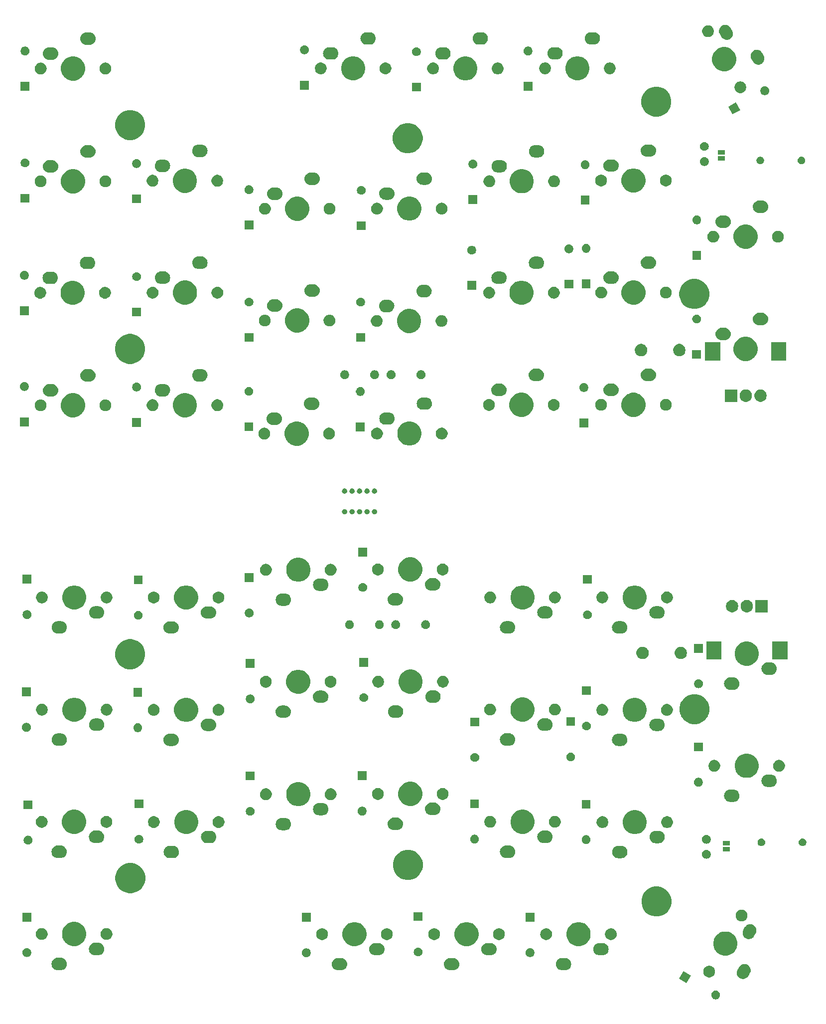
<source format=gbs>
G04 #@! TF.GenerationSoftware,KiCad,Pcbnew,(5.1.0-0)*
G04 #@! TF.CreationDate,2020-05-09T20:17:28+09:00*
G04 #@! TF.ProjectId,potto50,706f7474-6f35-4302-9e6b-696361645f70,rev?*
G04 #@! TF.SameCoordinates,Original*
G04 #@! TF.FileFunction,Soldermask,Bot*
G04 #@! TF.FilePolarity,Negative*
%FSLAX46Y46*%
G04 Gerber Fmt 4.6, Leading zero omitted, Abs format (unit mm)*
G04 Created by KiCad (PCBNEW (5.1.0-0)) date 2020-05-09 20:17:28*
%MOMM*%
%LPD*%
G04 APERTURE LIST*
%ADD10C,0.100000*%
G04 APERTURE END LIST*
D10*
G36*
X139077801Y-136187399D02*
G01*
X139201997Y-136212102D01*
X139338398Y-136268601D01*
X139461155Y-136350625D01*
X139565551Y-136455021D01*
X139647575Y-136577778D01*
X139704074Y-136714179D01*
X139732876Y-136858981D01*
X139732876Y-137006619D01*
X139704074Y-137151421D01*
X139647575Y-137287822D01*
X139565551Y-137410579D01*
X139461155Y-137514975D01*
X139338398Y-137596999D01*
X139201997Y-137653498D01*
X139077801Y-137678201D01*
X139057196Y-137682300D01*
X138909556Y-137682300D01*
X138888951Y-137678201D01*
X138764755Y-137653498D01*
X138628354Y-137596999D01*
X138505597Y-137514975D01*
X138401201Y-137410579D01*
X138319177Y-137287822D01*
X138262678Y-137151421D01*
X138233876Y-137006619D01*
X138233876Y-136858981D01*
X138262678Y-136714179D01*
X138319177Y-136577778D01*
X138401201Y-136455021D01*
X138505597Y-136350625D01*
X138628354Y-136268601D01*
X138764755Y-136212102D01*
X138888951Y-136187399D01*
X138909556Y-136183300D01*
X139057196Y-136183300D01*
X139077801Y-136187399D01*
X139077801Y-136187399D01*
G37*
G36*
X134811061Y-133658464D02*
G01*
X134061560Y-134956637D01*
X132763387Y-134207136D01*
X133512888Y-132908963D01*
X134811061Y-133658464D01*
X134811061Y-133658464D01*
G37*
G36*
X144019356Y-131695350D02*
G01*
X144220977Y-131742361D01*
X144324109Y-131789090D01*
X144409552Y-131827804D01*
X144465645Y-131868000D01*
X144577834Y-131948393D01*
X144669321Y-132046074D01*
X144719357Y-132099496D01*
X144726539Y-132111046D01*
X144824282Y-132268229D01*
X144828684Y-132275309D01*
X144901609Y-132469066D01*
X144935332Y-132673327D01*
X144935332Y-132673330D01*
X144934774Y-132690360D01*
X144928559Y-132880245D01*
X144912200Y-132950404D01*
X144881547Y-133081868D01*
X144817516Y-133223187D01*
X144687658Y-133448107D01*
X144515889Y-133745621D01*
X144505680Y-133759867D01*
X144425515Y-133871737D01*
X144274412Y-134013259D01*
X144098603Y-134122585D01*
X143904843Y-134195511D01*
X143700578Y-134229235D01*
X143588790Y-134225575D01*
X143493664Y-134222461D01*
X143410926Y-134203169D01*
X143292041Y-134175449D01*
X143103466Y-134090007D01*
X142935183Y-133969417D01*
X142793661Y-133818314D01*
X142684335Y-133642505D01*
X142611409Y-133448745D01*
X142577685Y-133244480D01*
X142583040Y-133080930D01*
X142584459Y-133037566D01*
X142620324Y-132883750D01*
X142631471Y-132835943D01*
X142695502Y-132694624D01*
X142834620Y-132453665D01*
X142997129Y-132172190D01*
X143009404Y-132155060D01*
X143087503Y-132046074D01*
X143115547Y-132019808D01*
X143238603Y-131904553D01*
X143265978Y-131887530D01*
X143414415Y-131795226D01*
X143414419Y-131795224D01*
X143608176Y-131722299D01*
X143812436Y-131688576D01*
X143812438Y-131688576D01*
X144019356Y-131695350D01*
X144019356Y-131695350D01*
G37*
G36*
X138072385Y-132000574D02*
G01*
X138169081Y-132019808D01*
X138232492Y-132046074D01*
X138328027Y-132085646D01*
X138351251Y-132095266D01*
X138515200Y-132204813D01*
X138654627Y-132344240D01*
X138764174Y-132508189D01*
X138839632Y-132690359D01*
X138848014Y-132732500D01*
X138878100Y-132883749D01*
X138878100Y-133080931D01*
X138858866Y-133177625D01*
X138839632Y-133274321D01*
X138764174Y-133456491D01*
X138654627Y-133620440D01*
X138515200Y-133759867D01*
X138351251Y-133869414D01*
X138169081Y-133944872D01*
X137975691Y-133983340D01*
X137778509Y-133983340D01*
X137585119Y-133944872D01*
X137402949Y-133869414D01*
X137239000Y-133759867D01*
X137099573Y-133620440D01*
X136990026Y-133456491D01*
X136914568Y-133274321D01*
X136895334Y-133177625D01*
X136876100Y-133080931D01*
X136876100Y-132883749D01*
X136906186Y-132732500D01*
X136914568Y-132690359D01*
X136990026Y-132508189D01*
X137099573Y-132344240D01*
X137239000Y-132204813D01*
X137402949Y-132095266D01*
X137426174Y-132085646D01*
X137521708Y-132046074D01*
X137585119Y-132019808D01*
X137681815Y-132000574D01*
X137778509Y-131981340D01*
X137975691Y-131981340D01*
X138072385Y-132000574D01*
X138072385Y-132000574D01*
G37*
G36*
X113489597Y-130660969D02*
G01*
X113592532Y-130671107D01*
X113790646Y-130731205D01*
X113790649Y-130731206D01*
X113887475Y-130782961D01*
X113973229Y-130828797D01*
X114133265Y-130960135D01*
X114264603Y-131120171D01*
X114310439Y-131205925D01*
X114362194Y-131302751D01*
X114362195Y-131302754D01*
X114422293Y-131500868D01*
X114442585Y-131706900D01*
X114422293Y-131912932D01*
X114401541Y-131981340D01*
X114362194Y-132111049D01*
X114329515Y-132172186D01*
X114264603Y-132293629D01*
X114133265Y-132453665D01*
X113973229Y-132585003D01*
X113887475Y-132630839D01*
X113790649Y-132682594D01*
X113790646Y-132682595D01*
X113592532Y-132742693D01*
X113489597Y-132752831D01*
X113438131Y-132757900D01*
X112834869Y-132757900D01*
X112783403Y-132752831D01*
X112680468Y-132742693D01*
X112482354Y-132682595D01*
X112482351Y-132682594D01*
X112385525Y-132630839D01*
X112299771Y-132585003D01*
X112139735Y-132453665D01*
X112008397Y-132293629D01*
X111943485Y-132172186D01*
X111910806Y-132111049D01*
X111871459Y-131981340D01*
X111850707Y-131912932D01*
X111830415Y-131706900D01*
X111850707Y-131500868D01*
X111910805Y-131302754D01*
X111910806Y-131302751D01*
X111962561Y-131205925D01*
X112008397Y-131120171D01*
X112139735Y-130960135D01*
X112299771Y-130828797D01*
X112385525Y-130782961D01*
X112482351Y-130731206D01*
X112482354Y-130731205D01*
X112680468Y-130671107D01*
X112783403Y-130660969D01*
X112834869Y-130655900D01*
X113438131Y-130655900D01*
X113489597Y-130660969D01*
X113489597Y-130660969D01*
G37*
G36*
X94464997Y-130660969D02*
G01*
X94567932Y-130671107D01*
X94766046Y-130731205D01*
X94766049Y-130731206D01*
X94862875Y-130782961D01*
X94948629Y-130828797D01*
X95108665Y-130960135D01*
X95240003Y-131120171D01*
X95285839Y-131205925D01*
X95337594Y-131302751D01*
X95337595Y-131302754D01*
X95397693Y-131500868D01*
X95417985Y-131706900D01*
X95397693Y-131912932D01*
X95376941Y-131981340D01*
X95337594Y-132111049D01*
X95304915Y-132172186D01*
X95240003Y-132293629D01*
X95108665Y-132453665D01*
X94948629Y-132585003D01*
X94862875Y-132630839D01*
X94766049Y-132682594D01*
X94766046Y-132682595D01*
X94567932Y-132742693D01*
X94464997Y-132752831D01*
X94413531Y-132757900D01*
X93810269Y-132757900D01*
X93758803Y-132752831D01*
X93655868Y-132742693D01*
X93457754Y-132682595D01*
X93457751Y-132682594D01*
X93360925Y-132630839D01*
X93275171Y-132585003D01*
X93115135Y-132453665D01*
X92983797Y-132293629D01*
X92918885Y-132172186D01*
X92886206Y-132111049D01*
X92846859Y-131981340D01*
X92826107Y-131912932D01*
X92805815Y-131706900D01*
X92826107Y-131500868D01*
X92886205Y-131302754D01*
X92886206Y-131302751D01*
X92937961Y-131205925D01*
X92983797Y-131120171D01*
X93115135Y-130960135D01*
X93275171Y-130828797D01*
X93360925Y-130782961D01*
X93457751Y-130731206D01*
X93457754Y-130731205D01*
X93655868Y-130671107D01*
X93758803Y-130660969D01*
X93810269Y-130655900D01*
X94413531Y-130655900D01*
X94464997Y-130660969D01*
X94464997Y-130660969D01*
G37*
G36*
X75399597Y-130660969D02*
G01*
X75502532Y-130671107D01*
X75700646Y-130731205D01*
X75700649Y-130731206D01*
X75797475Y-130782961D01*
X75883229Y-130828797D01*
X76043265Y-130960135D01*
X76174603Y-131120171D01*
X76220439Y-131205925D01*
X76272194Y-131302751D01*
X76272195Y-131302754D01*
X76332293Y-131500868D01*
X76352585Y-131706900D01*
X76332293Y-131912932D01*
X76311541Y-131981340D01*
X76272194Y-132111049D01*
X76239515Y-132172186D01*
X76174603Y-132293629D01*
X76043265Y-132453665D01*
X75883229Y-132585003D01*
X75797475Y-132630839D01*
X75700649Y-132682594D01*
X75700646Y-132682595D01*
X75502532Y-132742693D01*
X75399597Y-132752831D01*
X75348131Y-132757900D01*
X74744869Y-132757900D01*
X74693403Y-132752831D01*
X74590468Y-132742693D01*
X74392354Y-132682595D01*
X74392351Y-132682594D01*
X74295525Y-132630839D01*
X74209771Y-132585003D01*
X74049735Y-132453665D01*
X73918397Y-132293629D01*
X73853485Y-132172186D01*
X73820806Y-132111049D01*
X73781459Y-131981340D01*
X73760707Y-131912932D01*
X73740415Y-131706900D01*
X73760707Y-131500868D01*
X73820805Y-131302754D01*
X73820806Y-131302751D01*
X73872561Y-131205925D01*
X73918397Y-131120171D01*
X74049735Y-130960135D01*
X74209771Y-130828797D01*
X74295525Y-130782961D01*
X74392351Y-130731206D01*
X74392354Y-130731205D01*
X74590468Y-130671107D01*
X74693403Y-130660969D01*
X74744869Y-130655900D01*
X75348131Y-130655900D01*
X75399597Y-130660969D01*
X75399597Y-130660969D01*
G37*
G36*
X27762697Y-130635569D02*
G01*
X27865632Y-130645707D01*
X28063746Y-130705805D01*
X28063749Y-130705806D01*
X28160575Y-130757561D01*
X28246329Y-130803397D01*
X28406365Y-130934735D01*
X28537703Y-131094771D01*
X28551279Y-131120171D01*
X28635294Y-131277351D01*
X28635295Y-131277354D01*
X28695393Y-131475468D01*
X28715685Y-131681500D01*
X28695393Y-131887532D01*
X28666936Y-131981340D01*
X28635294Y-132085649D01*
X28627892Y-132099497D01*
X28537703Y-132268229D01*
X28406365Y-132428265D01*
X28246329Y-132559603D01*
X28160575Y-132605439D01*
X28063749Y-132657194D01*
X28063746Y-132657195D01*
X27865632Y-132717293D01*
X27762697Y-132727431D01*
X27711231Y-132732500D01*
X27107969Y-132732500D01*
X27056503Y-132727431D01*
X26953568Y-132717293D01*
X26755454Y-132657195D01*
X26755451Y-132657194D01*
X26658625Y-132605439D01*
X26572871Y-132559603D01*
X26412835Y-132428265D01*
X26281497Y-132268229D01*
X26191308Y-132099497D01*
X26183906Y-132085649D01*
X26152264Y-131981340D01*
X26123807Y-131887532D01*
X26103515Y-131681500D01*
X26123807Y-131475468D01*
X26183905Y-131277354D01*
X26183906Y-131277351D01*
X26267921Y-131120171D01*
X26281497Y-131094771D01*
X26412835Y-130934735D01*
X26572871Y-130803397D01*
X26658625Y-130757561D01*
X26755451Y-130705806D01*
X26755454Y-130705805D01*
X26953568Y-130645707D01*
X27056503Y-130635569D01*
X27107969Y-130630500D01*
X27711231Y-130630500D01*
X27762697Y-130635569D01*
X27762697Y-130635569D01*
G37*
G36*
X69509125Y-129029399D02*
G01*
X69633321Y-129054102D01*
X69769722Y-129110601D01*
X69892479Y-129192625D01*
X69996875Y-129297021D01*
X70078899Y-129419778D01*
X70135398Y-129556179D01*
X70156621Y-129662880D01*
X70164200Y-129700980D01*
X70164200Y-129848620D01*
X70160101Y-129869225D01*
X70135398Y-129993421D01*
X70078899Y-130129822D01*
X69996875Y-130252579D01*
X69892479Y-130356975D01*
X69769722Y-130438999D01*
X69633321Y-130495498D01*
X69509125Y-130520201D01*
X69488520Y-130524300D01*
X69340880Y-130524300D01*
X69320275Y-130520201D01*
X69196079Y-130495498D01*
X69059678Y-130438999D01*
X68936921Y-130356975D01*
X68832525Y-130252579D01*
X68750501Y-130129822D01*
X68694002Y-129993421D01*
X68669299Y-129869225D01*
X68665200Y-129848620D01*
X68665200Y-129700980D01*
X68672779Y-129662880D01*
X68694002Y-129556179D01*
X68750501Y-129419778D01*
X68832525Y-129297021D01*
X68936921Y-129192625D01*
X69059678Y-129110601D01*
X69196079Y-129054102D01*
X69320275Y-129029399D01*
X69340880Y-129025300D01*
X69488520Y-129025300D01*
X69509125Y-129029399D01*
X69509125Y-129029399D01*
G37*
G36*
X107530623Y-129016002D02*
G01*
X107658321Y-129041402D01*
X107794722Y-129097901D01*
X107917479Y-129179925D01*
X108021875Y-129284321D01*
X108103899Y-129407078D01*
X108160398Y-129543479D01*
X108189200Y-129688281D01*
X108189200Y-129835919D01*
X108160398Y-129980721D01*
X108103899Y-130117122D01*
X108021875Y-130239879D01*
X107917479Y-130344275D01*
X107794722Y-130426299D01*
X107658321Y-130482798D01*
X107534125Y-130507501D01*
X107513520Y-130511600D01*
X107365880Y-130511600D01*
X107345275Y-130507501D01*
X107221079Y-130482798D01*
X107084678Y-130426299D01*
X106961921Y-130344275D01*
X106857525Y-130239879D01*
X106775501Y-130117122D01*
X106719002Y-129980721D01*
X106690200Y-129835919D01*
X106690200Y-129688281D01*
X106719002Y-129543479D01*
X106775501Y-129407078D01*
X106857525Y-129284321D01*
X106961921Y-129179925D01*
X107084678Y-129097901D01*
X107221079Y-129041402D01*
X107348777Y-129016002D01*
X107365880Y-129012600D01*
X107513520Y-129012600D01*
X107530623Y-129016002D01*
X107530623Y-129016002D01*
G37*
G36*
X21997225Y-128991299D02*
G01*
X22121421Y-129016002D01*
X22257822Y-129072501D01*
X22380579Y-129154525D01*
X22484975Y-129258921D01*
X22566999Y-129381678D01*
X22623498Y-129518079D01*
X22652300Y-129662881D01*
X22652300Y-129810519D01*
X22623498Y-129955321D01*
X22566999Y-130091722D01*
X22484975Y-130214479D01*
X22380579Y-130318875D01*
X22257822Y-130400899D01*
X22121421Y-130457398D01*
X21997225Y-130482101D01*
X21976620Y-130486200D01*
X21828980Y-130486200D01*
X21808375Y-130482101D01*
X21684179Y-130457398D01*
X21547778Y-130400899D01*
X21425021Y-130318875D01*
X21320625Y-130214479D01*
X21238601Y-130091722D01*
X21182102Y-129955321D01*
X21153300Y-129810519D01*
X21153300Y-129662881D01*
X21182102Y-129518079D01*
X21238601Y-129381678D01*
X21320625Y-129258921D01*
X21425021Y-129154525D01*
X21547778Y-129072501D01*
X21684179Y-129016002D01*
X21808375Y-128991299D01*
X21828980Y-128987200D01*
X21976620Y-128987200D01*
X21997225Y-128991299D01*
X21997225Y-128991299D01*
G37*
G36*
X88511825Y-128886299D02*
G01*
X88636021Y-128911002D01*
X88772422Y-128967501D01*
X88895179Y-129049525D01*
X88999575Y-129153921D01*
X89081599Y-129276678D01*
X89138098Y-129413079D01*
X89158983Y-129518079D01*
X89166562Y-129556179D01*
X89166900Y-129557881D01*
X89166900Y-129705519D01*
X89138098Y-129850321D01*
X89081599Y-129986722D01*
X88999575Y-130109479D01*
X88895179Y-130213875D01*
X88772422Y-130295899D01*
X88636021Y-130352398D01*
X88511825Y-130377101D01*
X88491220Y-130381200D01*
X88343580Y-130381200D01*
X88322975Y-130377101D01*
X88198779Y-130352398D01*
X88062378Y-130295899D01*
X87939621Y-130213875D01*
X87835225Y-130109479D01*
X87753201Y-129986722D01*
X87696702Y-129850321D01*
X87667900Y-129705519D01*
X87667900Y-129557881D01*
X87668239Y-129556179D01*
X87675817Y-129518079D01*
X87696702Y-129413079D01*
X87753201Y-129276678D01*
X87835225Y-129153921D01*
X87939621Y-129049525D01*
X88062378Y-128967501D01*
X88198779Y-128911002D01*
X88322975Y-128886299D01*
X88343580Y-128882200D01*
X88491220Y-128882200D01*
X88511825Y-128886299D01*
X88511825Y-128886299D01*
G37*
G36*
X141225354Y-126247018D02*
G01*
X141598611Y-126401626D01*
X141598613Y-126401627D01*
X141934536Y-126626084D01*
X142220216Y-126911764D01*
X142439269Y-127239599D01*
X142444674Y-127247689D01*
X142599282Y-127620946D01*
X142678100Y-128017193D01*
X142678100Y-128421207D01*
X142599282Y-128817454D01*
X142459663Y-129154525D01*
X142444673Y-129190713D01*
X142220216Y-129526636D01*
X141934536Y-129812316D01*
X141598613Y-130036773D01*
X141598612Y-130036774D01*
X141598611Y-130036774D01*
X141225354Y-130191382D01*
X140829107Y-130270200D01*
X140425093Y-130270200D01*
X140028846Y-130191382D01*
X139655589Y-130036774D01*
X139655588Y-130036774D01*
X139655587Y-130036773D01*
X139319664Y-129812316D01*
X139033984Y-129526636D01*
X138809527Y-129190713D01*
X138794537Y-129154525D01*
X138654918Y-128817454D01*
X138576100Y-128421207D01*
X138576100Y-128017193D01*
X138654918Y-127620946D01*
X138809526Y-127247689D01*
X138814932Y-127239599D01*
X139033984Y-126911764D01*
X139319664Y-126626084D01*
X139655587Y-126401627D01*
X139655589Y-126401626D01*
X140028846Y-126247018D01*
X140425093Y-126168200D01*
X140829107Y-126168200D01*
X141225354Y-126247018D01*
X141225354Y-126247018D01*
G37*
G36*
X119839597Y-128120969D02*
G01*
X119942532Y-128131107D01*
X120140646Y-128191205D01*
X120140649Y-128191206D01*
X120194548Y-128220016D01*
X120323229Y-128288797D01*
X120483265Y-128420135D01*
X120614603Y-128580171D01*
X120624711Y-128599082D01*
X120712194Y-128762751D01*
X120712195Y-128762754D01*
X120772293Y-128960868D01*
X120792585Y-129166900D01*
X120772293Y-129372932D01*
X120712195Y-129571046D01*
X120712194Y-129571049D01*
X120660439Y-129667875D01*
X120614603Y-129753629D01*
X120483265Y-129913665D01*
X120323229Y-130045003D01*
X120237475Y-130090839D01*
X120140649Y-130142594D01*
X120140646Y-130142595D01*
X119942532Y-130202693D01*
X119839597Y-130212831D01*
X119788131Y-130217900D01*
X119184869Y-130217900D01*
X119133403Y-130212831D01*
X119030468Y-130202693D01*
X118832354Y-130142595D01*
X118832351Y-130142594D01*
X118735525Y-130090839D01*
X118649771Y-130045003D01*
X118489735Y-129913665D01*
X118358397Y-129753629D01*
X118312561Y-129667875D01*
X118260806Y-129571049D01*
X118260805Y-129571046D01*
X118200707Y-129372932D01*
X118180415Y-129166900D01*
X118200707Y-128960868D01*
X118260805Y-128762754D01*
X118260806Y-128762751D01*
X118348289Y-128599082D01*
X118358397Y-128580171D01*
X118489735Y-128420135D01*
X118649771Y-128288797D01*
X118778452Y-128220016D01*
X118832351Y-128191206D01*
X118832354Y-128191205D01*
X119030468Y-128131107D01*
X119133403Y-128120969D01*
X119184869Y-128115900D01*
X119788131Y-128115900D01*
X119839597Y-128120969D01*
X119839597Y-128120969D01*
G37*
G36*
X100814997Y-128120969D02*
G01*
X100917932Y-128131107D01*
X101116046Y-128191205D01*
X101116049Y-128191206D01*
X101169948Y-128220016D01*
X101298629Y-128288797D01*
X101458665Y-128420135D01*
X101590003Y-128580171D01*
X101600111Y-128599082D01*
X101687594Y-128762751D01*
X101687595Y-128762754D01*
X101747693Y-128960868D01*
X101767985Y-129166900D01*
X101747693Y-129372932D01*
X101687595Y-129571046D01*
X101687594Y-129571049D01*
X101635839Y-129667875D01*
X101590003Y-129753629D01*
X101458665Y-129913665D01*
X101298629Y-130045003D01*
X101212875Y-130090839D01*
X101116049Y-130142594D01*
X101116046Y-130142595D01*
X100917932Y-130202693D01*
X100814997Y-130212831D01*
X100763531Y-130217900D01*
X100160269Y-130217900D01*
X100108803Y-130212831D01*
X100005868Y-130202693D01*
X99807754Y-130142595D01*
X99807751Y-130142594D01*
X99710925Y-130090839D01*
X99625171Y-130045003D01*
X99465135Y-129913665D01*
X99333797Y-129753629D01*
X99287961Y-129667875D01*
X99236206Y-129571049D01*
X99236205Y-129571046D01*
X99176107Y-129372932D01*
X99155815Y-129166900D01*
X99176107Y-128960868D01*
X99236205Y-128762754D01*
X99236206Y-128762751D01*
X99323689Y-128599082D01*
X99333797Y-128580171D01*
X99465135Y-128420135D01*
X99625171Y-128288797D01*
X99753852Y-128220016D01*
X99807751Y-128191206D01*
X99807754Y-128191205D01*
X100005868Y-128131107D01*
X100108803Y-128120969D01*
X100160269Y-128115900D01*
X100763531Y-128115900D01*
X100814997Y-128120969D01*
X100814997Y-128120969D01*
G37*
G36*
X81749597Y-128120969D02*
G01*
X81852532Y-128131107D01*
X82050646Y-128191205D01*
X82050649Y-128191206D01*
X82104548Y-128220016D01*
X82233229Y-128288797D01*
X82393265Y-128420135D01*
X82524603Y-128580171D01*
X82534711Y-128599082D01*
X82622194Y-128762751D01*
X82622195Y-128762754D01*
X82682293Y-128960868D01*
X82702585Y-129166900D01*
X82682293Y-129372932D01*
X82622195Y-129571046D01*
X82622194Y-129571049D01*
X82570439Y-129667875D01*
X82524603Y-129753629D01*
X82393265Y-129913665D01*
X82233229Y-130045003D01*
X82147475Y-130090839D01*
X82050649Y-130142594D01*
X82050646Y-130142595D01*
X81852532Y-130202693D01*
X81749597Y-130212831D01*
X81698131Y-130217900D01*
X81094869Y-130217900D01*
X81043403Y-130212831D01*
X80940468Y-130202693D01*
X80742354Y-130142595D01*
X80742351Y-130142594D01*
X80645525Y-130090839D01*
X80559771Y-130045003D01*
X80399735Y-129913665D01*
X80268397Y-129753629D01*
X80222561Y-129667875D01*
X80170806Y-129571049D01*
X80170805Y-129571046D01*
X80110707Y-129372932D01*
X80090415Y-129166900D01*
X80110707Y-128960868D01*
X80170805Y-128762754D01*
X80170806Y-128762751D01*
X80258289Y-128599082D01*
X80268397Y-128580171D01*
X80399735Y-128420135D01*
X80559771Y-128288797D01*
X80688452Y-128220016D01*
X80742351Y-128191206D01*
X80742354Y-128191205D01*
X80940468Y-128131107D01*
X81043403Y-128120969D01*
X81094869Y-128115900D01*
X81698131Y-128115900D01*
X81749597Y-128120969D01*
X81749597Y-128120969D01*
G37*
G36*
X34112697Y-128095569D02*
G01*
X34215632Y-128105707D01*
X34413746Y-128165805D01*
X34413749Y-128165806D01*
X34467648Y-128194616D01*
X34596329Y-128263397D01*
X34756365Y-128394735D01*
X34887703Y-128554771D01*
X34933539Y-128640525D01*
X34985294Y-128737351D01*
X34985295Y-128737354D01*
X35045393Y-128935468D01*
X35065685Y-129141500D01*
X35045393Y-129347532D01*
X35025509Y-129413079D01*
X34985294Y-129545649D01*
X34971719Y-129571046D01*
X34887703Y-129728229D01*
X34756365Y-129888265D01*
X34596329Y-130019603D01*
X34510575Y-130065439D01*
X34413749Y-130117194D01*
X34413746Y-130117195D01*
X34215632Y-130177293D01*
X34112697Y-130187431D01*
X34061231Y-130192500D01*
X33457969Y-130192500D01*
X33406503Y-130187431D01*
X33303568Y-130177293D01*
X33105454Y-130117195D01*
X33105451Y-130117194D01*
X33008625Y-130065439D01*
X32922871Y-130019603D01*
X32762835Y-129888265D01*
X32631497Y-129728229D01*
X32547481Y-129571046D01*
X32533906Y-129545649D01*
X32493691Y-129413079D01*
X32473807Y-129347532D01*
X32453515Y-129141500D01*
X32473807Y-128935468D01*
X32533905Y-128737354D01*
X32533906Y-128737351D01*
X32585661Y-128640525D01*
X32631497Y-128554771D01*
X32762835Y-128394735D01*
X32922871Y-128263397D01*
X33051552Y-128194616D01*
X33105451Y-128165806D01*
X33105454Y-128165805D01*
X33303568Y-128105707D01*
X33406503Y-128095569D01*
X33457969Y-128090500D01*
X34061231Y-128090500D01*
X34112697Y-128095569D01*
X34112697Y-128095569D01*
G37*
G36*
X116274754Y-124654718D02*
G01*
X116586692Y-124783927D01*
X116648013Y-124809327D01*
X116983936Y-125033784D01*
X117269616Y-125319464D01*
X117477103Y-125629989D01*
X117494074Y-125655389D01*
X117648682Y-126028646D01*
X117727500Y-126424893D01*
X117727500Y-126828907D01*
X117648682Y-127225154D01*
X117508314Y-127564032D01*
X117494073Y-127598413D01*
X117269616Y-127934336D01*
X116983936Y-128220016D01*
X116648013Y-128444473D01*
X116648012Y-128444474D01*
X116648011Y-128444474D01*
X116274754Y-128599082D01*
X115878507Y-128677900D01*
X115474493Y-128677900D01*
X115078246Y-128599082D01*
X114704989Y-128444474D01*
X114704988Y-128444474D01*
X114704987Y-128444473D01*
X114369064Y-128220016D01*
X114083384Y-127934336D01*
X113858927Y-127598413D01*
X113844686Y-127564032D01*
X113704318Y-127225154D01*
X113625500Y-126828907D01*
X113625500Y-126424893D01*
X113704318Y-126028646D01*
X113858926Y-125655389D01*
X113875898Y-125629989D01*
X114083384Y-125319464D01*
X114369064Y-125033784D01*
X114704987Y-124809327D01*
X114766308Y-124783927D01*
X115078246Y-124654718D01*
X115474493Y-124575900D01*
X115878507Y-124575900D01*
X116274754Y-124654718D01*
X116274754Y-124654718D01*
G37*
G36*
X97250154Y-124654718D02*
G01*
X97562092Y-124783927D01*
X97623413Y-124809327D01*
X97959336Y-125033784D01*
X98245016Y-125319464D01*
X98452503Y-125629989D01*
X98469474Y-125655389D01*
X98624082Y-126028646D01*
X98702900Y-126424893D01*
X98702900Y-126828907D01*
X98624082Y-127225154D01*
X98483714Y-127564032D01*
X98469473Y-127598413D01*
X98245016Y-127934336D01*
X97959336Y-128220016D01*
X97623413Y-128444473D01*
X97623412Y-128444474D01*
X97623411Y-128444474D01*
X97250154Y-128599082D01*
X96853907Y-128677900D01*
X96449893Y-128677900D01*
X96053646Y-128599082D01*
X95680389Y-128444474D01*
X95680388Y-128444474D01*
X95680387Y-128444473D01*
X95344464Y-128220016D01*
X95058784Y-127934336D01*
X94834327Y-127598413D01*
X94820086Y-127564032D01*
X94679718Y-127225154D01*
X94600900Y-126828907D01*
X94600900Y-126424893D01*
X94679718Y-126028646D01*
X94834326Y-125655389D01*
X94851298Y-125629989D01*
X95058784Y-125319464D01*
X95344464Y-125033784D01*
X95680387Y-124809327D01*
X95741708Y-124783927D01*
X96053646Y-124654718D01*
X96449893Y-124575900D01*
X96853907Y-124575900D01*
X97250154Y-124654718D01*
X97250154Y-124654718D01*
G37*
G36*
X78184754Y-124654718D02*
G01*
X78496692Y-124783927D01*
X78558013Y-124809327D01*
X78893936Y-125033784D01*
X79179616Y-125319464D01*
X79387103Y-125629989D01*
X79404074Y-125655389D01*
X79558682Y-126028646D01*
X79637500Y-126424893D01*
X79637500Y-126828907D01*
X79558682Y-127225154D01*
X79418314Y-127564032D01*
X79404073Y-127598413D01*
X79179616Y-127934336D01*
X78893936Y-128220016D01*
X78558013Y-128444473D01*
X78558012Y-128444474D01*
X78558011Y-128444474D01*
X78184754Y-128599082D01*
X77788507Y-128677900D01*
X77384493Y-128677900D01*
X76988246Y-128599082D01*
X76614989Y-128444474D01*
X76614988Y-128444474D01*
X76614987Y-128444473D01*
X76279064Y-128220016D01*
X75993384Y-127934336D01*
X75768927Y-127598413D01*
X75754686Y-127564032D01*
X75614318Y-127225154D01*
X75535500Y-126828907D01*
X75535500Y-126424893D01*
X75614318Y-126028646D01*
X75768926Y-125655389D01*
X75785898Y-125629989D01*
X75993384Y-125319464D01*
X76279064Y-125033784D01*
X76614987Y-124809327D01*
X76676308Y-124783927D01*
X76988246Y-124654718D01*
X77384493Y-124575900D01*
X77788507Y-124575900D01*
X78184754Y-124654718D01*
X78184754Y-124654718D01*
G37*
G36*
X30547854Y-124629318D02*
G01*
X30921111Y-124783926D01*
X30921113Y-124783927D01*
X31174205Y-124953038D01*
X31257036Y-125008384D01*
X31542716Y-125294064D01*
X31767174Y-125629989D01*
X31921782Y-126003246D01*
X32000600Y-126399493D01*
X32000600Y-126803507D01*
X31921782Y-127199754D01*
X31791628Y-127513974D01*
X31767173Y-127573013D01*
X31542716Y-127908936D01*
X31257036Y-128194616D01*
X30921113Y-128419073D01*
X30921112Y-128419074D01*
X30921111Y-128419074D01*
X30547854Y-128573682D01*
X30151607Y-128652500D01*
X29747593Y-128652500D01*
X29351346Y-128573682D01*
X28978089Y-128419074D01*
X28978088Y-128419074D01*
X28978087Y-128419073D01*
X28642164Y-128194616D01*
X28356484Y-127908936D01*
X28132027Y-127573013D01*
X28107572Y-127513974D01*
X27977418Y-127199754D01*
X27898600Y-126803507D01*
X27898600Y-126399493D01*
X27977418Y-126003246D01*
X28132026Y-125629989D01*
X28356484Y-125294064D01*
X28642164Y-125008384D01*
X28724995Y-124953038D01*
X28978087Y-124783927D01*
X28978089Y-124783926D01*
X29351346Y-124629318D01*
X29747593Y-124550500D01*
X30151607Y-124550500D01*
X30547854Y-124629318D01*
X30547854Y-124629318D01*
G37*
G36*
X110340787Y-125638968D02*
G01*
X110468481Y-125664368D01*
X110650651Y-125739826D01*
X110814600Y-125849373D01*
X110954027Y-125988800D01*
X111063574Y-126152749D01*
X111129790Y-126312606D01*
X111139032Y-126334920D01*
X111172448Y-126502909D01*
X111177500Y-126528310D01*
X111177500Y-126725490D01*
X111139032Y-126918881D01*
X111063574Y-127101051D01*
X110954027Y-127265000D01*
X110814600Y-127404427D01*
X110650651Y-127513974D01*
X110468481Y-127589432D01*
X110402784Y-127602500D01*
X110275091Y-127627900D01*
X110077909Y-127627900D01*
X109950216Y-127602500D01*
X109884519Y-127589432D01*
X109702349Y-127513974D01*
X109538400Y-127404427D01*
X109398973Y-127265000D01*
X109289426Y-127101051D01*
X109213968Y-126918881D01*
X109175500Y-126725490D01*
X109175500Y-126528310D01*
X109180553Y-126502909D01*
X109213968Y-126334920D01*
X109223211Y-126312606D01*
X109289426Y-126152749D01*
X109398973Y-125988800D01*
X109538400Y-125849373D01*
X109702349Y-125739826D01*
X109884519Y-125664368D01*
X110012213Y-125638968D01*
X110077909Y-125625900D01*
X110275091Y-125625900D01*
X110340787Y-125638968D01*
X110340787Y-125638968D01*
G37*
G36*
X121340787Y-125638968D02*
G01*
X121468481Y-125664368D01*
X121650651Y-125739826D01*
X121814600Y-125849373D01*
X121954027Y-125988800D01*
X122063574Y-126152749D01*
X122129790Y-126312606D01*
X122139032Y-126334920D01*
X122172448Y-126502909D01*
X122177500Y-126528310D01*
X122177500Y-126725490D01*
X122139032Y-126918881D01*
X122063574Y-127101051D01*
X121954027Y-127265000D01*
X121814600Y-127404427D01*
X121650651Y-127513974D01*
X121468481Y-127589432D01*
X121402784Y-127602500D01*
X121275091Y-127627900D01*
X121077909Y-127627900D01*
X120950216Y-127602500D01*
X120884519Y-127589432D01*
X120702349Y-127513974D01*
X120538400Y-127404427D01*
X120398973Y-127265000D01*
X120289426Y-127101051D01*
X120213968Y-126918881D01*
X120175500Y-126725490D01*
X120175500Y-126528310D01*
X120180553Y-126502909D01*
X120213968Y-126334920D01*
X120223211Y-126312606D01*
X120289426Y-126152749D01*
X120398973Y-125988800D01*
X120538400Y-125849373D01*
X120702349Y-125739826D01*
X120884519Y-125664368D01*
X121012213Y-125638968D01*
X121077909Y-125625900D01*
X121275091Y-125625900D01*
X121340787Y-125638968D01*
X121340787Y-125638968D01*
G37*
G36*
X102316187Y-125638968D02*
G01*
X102443881Y-125664368D01*
X102626051Y-125739826D01*
X102790000Y-125849373D01*
X102929427Y-125988800D01*
X103038974Y-126152749D01*
X103105190Y-126312606D01*
X103114432Y-126334920D01*
X103147848Y-126502909D01*
X103152900Y-126528310D01*
X103152900Y-126725490D01*
X103114432Y-126918881D01*
X103038974Y-127101051D01*
X102929427Y-127265000D01*
X102790000Y-127404427D01*
X102626051Y-127513974D01*
X102443881Y-127589432D01*
X102378184Y-127602500D01*
X102250491Y-127627900D01*
X102053309Y-127627900D01*
X101925616Y-127602500D01*
X101859919Y-127589432D01*
X101677749Y-127513974D01*
X101513800Y-127404427D01*
X101374373Y-127265000D01*
X101264826Y-127101051D01*
X101189368Y-126918881D01*
X101150900Y-126725490D01*
X101150900Y-126528310D01*
X101155953Y-126502909D01*
X101189368Y-126334920D01*
X101198611Y-126312606D01*
X101264826Y-126152749D01*
X101374373Y-125988800D01*
X101513800Y-125849373D01*
X101677749Y-125739826D01*
X101859919Y-125664368D01*
X101987613Y-125638968D01*
X102053309Y-125625900D01*
X102250491Y-125625900D01*
X102316187Y-125638968D01*
X102316187Y-125638968D01*
G37*
G36*
X83250787Y-125638968D02*
G01*
X83378481Y-125664368D01*
X83560651Y-125739826D01*
X83724600Y-125849373D01*
X83864027Y-125988800D01*
X83973574Y-126152749D01*
X84039790Y-126312606D01*
X84049032Y-126334920D01*
X84082448Y-126502909D01*
X84087500Y-126528310D01*
X84087500Y-126725490D01*
X84049032Y-126918881D01*
X83973574Y-127101051D01*
X83864027Y-127265000D01*
X83724600Y-127404427D01*
X83560651Y-127513974D01*
X83378481Y-127589432D01*
X83312784Y-127602500D01*
X83185091Y-127627900D01*
X82987909Y-127627900D01*
X82860216Y-127602500D01*
X82794519Y-127589432D01*
X82612349Y-127513974D01*
X82448400Y-127404427D01*
X82308973Y-127265000D01*
X82199426Y-127101051D01*
X82123968Y-126918881D01*
X82085500Y-126725490D01*
X82085500Y-126528310D01*
X82090553Y-126502909D01*
X82123968Y-126334920D01*
X82133211Y-126312606D01*
X82199426Y-126152749D01*
X82308973Y-125988800D01*
X82448400Y-125849373D01*
X82612349Y-125739826D01*
X82794519Y-125664368D01*
X82922213Y-125638968D01*
X82987909Y-125625900D01*
X83185091Y-125625900D01*
X83250787Y-125638968D01*
X83250787Y-125638968D01*
G37*
G36*
X72250787Y-125638968D02*
G01*
X72378481Y-125664368D01*
X72560651Y-125739826D01*
X72724600Y-125849373D01*
X72864027Y-125988800D01*
X72973574Y-126152749D01*
X73039790Y-126312606D01*
X73049032Y-126334920D01*
X73082448Y-126502909D01*
X73087500Y-126528310D01*
X73087500Y-126725490D01*
X73049032Y-126918881D01*
X72973574Y-127101051D01*
X72864027Y-127265000D01*
X72724600Y-127404427D01*
X72560651Y-127513974D01*
X72378481Y-127589432D01*
X72312784Y-127602500D01*
X72185091Y-127627900D01*
X71987909Y-127627900D01*
X71860216Y-127602500D01*
X71794519Y-127589432D01*
X71612349Y-127513974D01*
X71448400Y-127404427D01*
X71308973Y-127265000D01*
X71199426Y-127101051D01*
X71123968Y-126918881D01*
X71085500Y-126725490D01*
X71085500Y-126528310D01*
X71090553Y-126502909D01*
X71123968Y-126334920D01*
X71133211Y-126312606D01*
X71199426Y-126152749D01*
X71308973Y-125988800D01*
X71448400Y-125849373D01*
X71612349Y-125739826D01*
X71794519Y-125664368D01*
X71922213Y-125638968D01*
X71987909Y-125625900D01*
X72185091Y-125625900D01*
X72250787Y-125638968D01*
X72250787Y-125638968D01*
G37*
G36*
X91316187Y-125638968D02*
G01*
X91443881Y-125664368D01*
X91626051Y-125739826D01*
X91790000Y-125849373D01*
X91929427Y-125988800D01*
X92038974Y-126152749D01*
X92105190Y-126312606D01*
X92114432Y-126334920D01*
X92147848Y-126502909D01*
X92152900Y-126528310D01*
X92152900Y-126725490D01*
X92114432Y-126918881D01*
X92038974Y-127101051D01*
X91929427Y-127265000D01*
X91790000Y-127404427D01*
X91626051Y-127513974D01*
X91443881Y-127589432D01*
X91378184Y-127602500D01*
X91250491Y-127627900D01*
X91053309Y-127627900D01*
X90925616Y-127602500D01*
X90859919Y-127589432D01*
X90677749Y-127513974D01*
X90513800Y-127404427D01*
X90374373Y-127265000D01*
X90264826Y-127101051D01*
X90189368Y-126918881D01*
X90150900Y-126725490D01*
X90150900Y-126528310D01*
X90155953Y-126502909D01*
X90189368Y-126334920D01*
X90198611Y-126312606D01*
X90264826Y-126152749D01*
X90374373Y-125988800D01*
X90513800Y-125849373D01*
X90677749Y-125739826D01*
X90859919Y-125664368D01*
X90987613Y-125638968D01*
X91053309Y-125625900D01*
X91250491Y-125625900D01*
X91316187Y-125638968D01*
X91316187Y-125638968D01*
G37*
G36*
X35741581Y-125638968D02*
G01*
X35923751Y-125714426D01*
X36087700Y-125823973D01*
X36227127Y-125963400D01*
X36336674Y-126127349D01*
X36412132Y-126309519D01*
X36430029Y-126399493D01*
X36450600Y-126502909D01*
X36450600Y-126700091D01*
X36412132Y-126893481D01*
X36336674Y-127075651D01*
X36227127Y-127239600D01*
X36087700Y-127379027D01*
X35923751Y-127488574D01*
X35741581Y-127564032D01*
X35548191Y-127602500D01*
X35351009Y-127602500D01*
X35157619Y-127564032D01*
X34975449Y-127488574D01*
X34811500Y-127379027D01*
X34672073Y-127239600D01*
X34562526Y-127075651D01*
X34487068Y-126893481D01*
X34467834Y-126796785D01*
X34448600Y-126700091D01*
X34448600Y-126502909D01*
X34469171Y-126399493D01*
X34487068Y-126309519D01*
X34562526Y-126127349D01*
X34672073Y-125963400D01*
X34811500Y-125823973D01*
X34975449Y-125714426D01*
X35157619Y-125638968D01*
X35351009Y-125600500D01*
X35548191Y-125600500D01*
X35741581Y-125638968D01*
X35741581Y-125638968D01*
G37*
G36*
X24741581Y-125638968D02*
G01*
X24923751Y-125714426D01*
X25087700Y-125823973D01*
X25227127Y-125963400D01*
X25336674Y-126127349D01*
X25412132Y-126309519D01*
X25430029Y-126399493D01*
X25450600Y-126502909D01*
X25450600Y-126700091D01*
X25412132Y-126893481D01*
X25336674Y-127075651D01*
X25227127Y-127239600D01*
X25087700Y-127379027D01*
X24923751Y-127488574D01*
X24741581Y-127564032D01*
X24548191Y-127602500D01*
X24351009Y-127602500D01*
X24157619Y-127564032D01*
X23975449Y-127488574D01*
X23811500Y-127379027D01*
X23672073Y-127239600D01*
X23562526Y-127075651D01*
X23487068Y-126893481D01*
X23467834Y-126796785D01*
X23448600Y-126700091D01*
X23448600Y-126502909D01*
X23469171Y-126399493D01*
X23487068Y-126309519D01*
X23562526Y-126127349D01*
X23672073Y-125963400D01*
X23811500Y-125823973D01*
X23975449Y-125714426D01*
X24157619Y-125638968D01*
X24351009Y-125600500D01*
X24548191Y-125600500D01*
X24741581Y-125638968D01*
X24741581Y-125638968D01*
G37*
G36*
X144994652Y-124926088D02*
G01*
X145196273Y-124973099D01*
X145299405Y-125019828D01*
X145384848Y-125058542D01*
X145440941Y-125098738D01*
X145553130Y-125179131D01*
X145644617Y-125276812D01*
X145694653Y-125330234D01*
X145803980Y-125506047D01*
X145876905Y-125699804D01*
X145910628Y-125904065D01*
X145903855Y-126110983D01*
X145887496Y-126181142D01*
X145856843Y-126312606D01*
X145792812Y-126453925D01*
X145662954Y-126678845D01*
X145491185Y-126976359D01*
X145439093Y-127049052D01*
X145400811Y-127102475D01*
X145249708Y-127243997D01*
X145073899Y-127353323D01*
X144880139Y-127426249D01*
X144675874Y-127459973D01*
X144564086Y-127456313D01*
X144468960Y-127453199D01*
X144386222Y-127433907D01*
X144267337Y-127406187D01*
X144078762Y-127320745D01*
X143910479Y-127200155D01*
X143768957Y-127049052D01*
X143659631Y-126873243D01*
X143586705Y-126679483D01*
X143552981Y-126475218D01*
X143556641Y-126363430D01*
X143559755Y-126268304D01*
X143583261Y-126167492D01*
X143606767Y-126066681D01*
X143670798Y-125925362D01*
X143792582Y-125714426D01*
X143972425Y-125402928D01*
X143984700Y-125385798D01*
X144062799Y-125276812D01*
X144167092Y-125179131D01*
X144213899Y-125135291D01*
X144213902Y-125135289D01*
X144389711Y-125025964D01*
X144389715Y-125025962D01*
X144583472Y-124953037D01*
X144787732Y-124919314D01*
X144787734Y-124919314D01*
X144994652Y-124926088D01*
X144994652Y-124926088D01*
G37*
G36*
X70164200Y-124524300D02*
G01*
X68665200Y-124524300D01*
X68665200Y-123025300D01*
X70164200Y-123025300D01*
X70164200Y-124524300D01*
X70164200Y-124524300D01*
G37*
G36*
X108189200Y-124511600D02*
G01*
X106690200Y-124511600D01*
X106690200Y-123012600D01*
X108189200Y-123012600D01*
X108189200Y-124511600D01*
X108189200Y-124511600D01*
G37*
G36*
X22652300Y-124486200D02*
G01*
X21153300Y-124486200D01*
X21153300Y-122987200D01*
X22652300Y-122987200D01*
X22652300Y-124486200D01*
X22652300Y-124486200D01*
G37*
G36*
X143572385Y-122474294D02*
G01*
X143669081Y-122493528D01*
X143851251Y-122568986D01*
X144015200Y-122678533D01*
X144154627Y-122817960D01*
X144264174Y-122981909D01*
X144339632Y-123164079D01*
X144378100Y-123357470D01*
X144378100Y-123554650D01*
X144339632Y-123748041D01*
X144264174Y-123930211D01*
X144154627Y-124094160D01*
X144015200Y-124233587D01*
X143851251Y-124343134D01*
X143669081Y-124418592D01*
X143572385Y-124437826D01*
X143475691Y-124457060D01*
X143278509Y-124457060D01*
X143181815Y-124437826D01*
X143085119Y-124418592D01*
X142902949Y-124343134D01*
X142739000Y-124233587D01*
X142599573Y-124094160D01*
X142490026Y-123930211D01*
X142414568Y-123748041D01*
X142376100Y-123554650D01*
X142376100Y-123357470D01*
X142414568Y-123164079D01*
X142490026Y-122981909D01*
X142599573Y-122817960D01*
X142739000Y-122678533D01*
X142902949Y-122568986D01*
X143085119Y-122493528D01*
X143181815Y-122474294D01*
X143278509Y-122455060D01*
X143475691Y-122455060D01*
X143572385Y-122474294D01*
X143572385Y-122474294D01*
G37*
G36*
X89166900Y-124381200D02*
G01*
X87667900Y-124381200D01*
X87667900Y-122882200D01*
X89166900Y-122882200D01*
X89166900Y-124381200D01*
X89166900Y-124381200D01*
G37*
G36*
X129660198Y-118620533D02*
G01*
X130124450Y-118812832D01*
X130124452Y-118812833D01*
X130542268Y-119092009D01*
X130897591Y-119447332D01*
X131176767Y-119865148D01*
X131176768Y-119865150D01*
X131369067Y-120329402D01*
X131467100Y-120822247D01*
X131467100Y-121324753D01*
X131369067Y-121817598D01*
X131176768Y-122281850D01*
X131176767Y-122281852D01*
X130897591Y-122699668D01*
X130542268Y-123054991D01*
X130124452Y-123334167D01*
X130124451Y-123334168D01*
X130124450Y-123334168D01*
X129660198Y-123526467D01*
X129167353Y-123624500D01*
X128664847Y-123624500D01*
X128172002Y-123526467D01*
X127707750Y-123334168D01*
X127707749Y-123334168D01*
X127707748Y-123334167D01*
X127289932Y-123054991D01*
X126934609Y-122699668D01*
X126655433Y-122281852D01*
X126655432Y-122281850D01*
X126463133Y-121817598D01*
X126365100Y-121324753D01*
X126365100Y-120822247D01*
X126463133Y-120329402D01*
X126655432Y-119865150D01*
X126655433Y-119865148D01*
X126934609Y-119447332D01*
X127289932Y-119092009D01*
X127707748Y-118812833D01*
X127707750Y-118812832D01*
X128172002Y-118620533D01*
X128664847Y-118522500D01*
X129167353Y-118522500D01*
X129660198Y-118620533D01*
X129660198Y-118620533D01*
G37*
G36*
X40244098Y-114647033D02*
G01*
X40708350Y-114839332D01*
X40708352Y-114839333D01*
X41126168Y-115118509D01*
X41481491Y-115473832D01*
X41578555Y-115619099D01*
X41760668Y-115891650D01*
X41952967Y-116355902D01*
X42051000Y-116848747D01*
X42051000Y-117351253D01*
X41952967Y-117844098D01*
X41760668Y-118308350D01*
X41760667Y-118308352D01*
X41481491Y-118726168D01*
X41126168Y-119081491D01*
X40708352Y-119360667D01*
X40708351Y-119360668D01*
X40708350Y-119360668D01*
X40244098Y-119552967D01*
X39751253Y-119651000D01*
X39248747Y-119651000D01*
X38755902Y-119552967D01*
X38291650Y-119360668D01*
X38291649Y-119360668D01*
X38291648Y-119360667D01*
X37873832Y-119081491D01*
X37518509Y-118726168D01*
X37239333Y-118308352D01*
X37239332Y-118308350D01*
X37047033Y-117844098D01*
X36949000Y-117351253D01*
X36949000Y-116848747D01*
X37047033Y-116355902D01*
X37239332Y-115891650D01*
X37421445Y-115619099D01*
X37518509Y-115473832D01*
X37873832Y-115118509D01*
X38291648Y-114839333D01*
X38291650Y-114839332D01*
X38755902Y-114647033D01*
X39248747Y-114549000D01*
X39751253Y-114549000D01*
X40244098Y-114647033D01*
X40244098Y-114647033D01*
G37*
G36*
X87419098Y-112422033D02*
G01*
X87883350Y-112614332D01*
X87883352Y-112614333D01*
X88301168Y-112893509D01*
X88656491Y-113248832D01*
X88920731Y-113644295D01*
X88935668Y-113666650D01*
X89127967Y-114130902D01*
X89226000Y-114623747D01*
X89226000Y-115126253D01*
X89127967Y-115619098D01*
X88935668Y-116083350D01*
X88935667Y-116083352D01*
X88656491Y-116501168D01*
X88301168Y-116856491D01*
X87883352Y-117135667D01*
X87883351Y-117135668D01*
X87883350Y-117135668D01*
X87419098Y-117327967D01*
X86926253Y-117426000D01*
X86423747Y-117426000D01*
X85930902Y-117327967D01*
X85466650Y-117135668D01*
X85466649Y-117135668D01*
X85466648Y-117135667D01*
X85048832Y-116856491D01*
X84693509Y-116501168D01*
X84414333Y-116083352D01*
X84414332Y-116083350D01*
X84222033Y-115619098D01*
X84124000Y-115126253D01*
X84124000Y-114623747D01*
X84222033Y-114130902D01*
X84414332Y-113666650D01*
X84429269Y-113644295D01*
X84693509Y-113248832D01*
X85048832Y-112893509D01*
X85466648Y-112614333D01*
X85466650Y-112614332D01*
X85930902Y-112422033D01*
X86423747Y-112324000D01*
X86926253Y-112324000D01*
X87419098Y-112422033D01*
X87419098Y-112422033D01*
G37*
G36*
X137495725Y-112309999D02*
G01*
X137619921Y-112334702D01*
X137756322Y-112391201D01*
X137879079Y-112473225D01*
X137983475Y-112577621D01*
X138065499Y-112700378D01*
X138121998Y-112836779D01*
X138150800Y-112981581D01*
X138150800Y-113129219D01*
X138121998Y-113274021D01*
X138065499Y-113410422D01*
X137983475Y-113533179D01*
X137879079Y-113637575D01*
X137756322Y-113719599D01*
X137619921Y-113776098D01*
X137495725Y-113800801D01*
X137475120Y-113804900D01*
X137327480Y-113804900D01*
X137306875Y-113800801D01*
X137182679Y-113776098D01*
X137046278Y-113719599D01*
X136923521Y-113637575D01*
X136819125Y-113533179D01*
X136737101Y-113410422D01*
X136680602Y-113274021D01*
X136651800Y-113129219D01*
X136651800Y-112981581D01*
X136680602Y-112836779D01*
X136737101Y-112700378D01*
X136819125Y-112577621D01*
X136923521Y-112473225D01*
X137046278Y-112391201D01*
X137182679Y-112334702D01*
X137306875Y-112309999D01*
X137327480Y-112305900D01*
X137475120Y-112305900D01*
X137495725Y-112309999D01*
X137495725Y-112309999D01*
G37*
G36*
X123036897Y-111622669D02*
G01*
X123139832Y-111632807D01*
X123315200Y-111686005D01*
X123337949Y-111692906D01*
X123434775Y-111744661D01*
X123520529Y-111790497D01*
X123680565Y-111921835D01*
X123811903Y-112081871D01*
X123857739Y-112167625D01*
X123909494Y-112264451D01*
X123909495Y-112264454D01*
X123969593Y-112462568D01*
X123989885Y-112668600D01*
X123969593Y-112874632D01*
X123937150Y-112981580D01*
X123909494Y-113072749D01*
X123879310Y-113129219D01*
X123811903Y-113255329D01*
X123680565Y-113415365D01*
X123520529Y-113546703D01*
X123434775Y-113592539D01*
X123337949Y-113644294D01*
X123337946Y-113644295D01*
X123139832Y-113704393D01*
X123055488Y-113712700D01*
X122985431Y-113719600D01*
X122382169Y-113719600D01*
X122312112Y-113712700D01*
X122227768Y-113704393D01*
X122029654Y-113644295D01*
X122029651Y-113644294D01*
X121932825Y-113592539D01*
X121847071Y-113546703D01*
X121687035Y-113415365D01*
X121555697Y-113255329D01*
X121488290Y-113129219D01*
X121458106Y-113072749D01*
X121430450Y-112981580D01*
X121398007Y-112874632D01*
X121377715Y-112668600D01*
X121398007Y-112462568D01*
X121458105Y-112264454D01*
X121458106Y-112264451D01*
X121509861Y-112167625D01*
X121555697Y-112081871D01*
X121687035Y-111921835D01*
X121847071Y-111790497D01*
X121932825Y-111744661D01*
X122029651Y-111692906D01*
X122052400Y-111686005D01*
X122227768Y-111632807D01*
X122330703Y-111622669D01*
X122382169Y-111617600D01*
X122985431Y-111617600D01*
X123036897Y-111622669D01*
X123036897Y-111622669D01*
G37*
G36*
X46822397Y-111615769D02*
G01*
X46925332Y-111625907D01*
X47123446Y-111686005D01*
X47123449Y-111686006D01*
X47220275Y-111737761D01*
X47306029Y-111783597D01*
X47466065Y-111914935D01*
X47597403Y-112074971D01*
X47643239Y-112160725D01*
X47694994Y-112257551D01*
X47694995Y-112257554D01*
X47755093Y-112455668D01*
X47775385Y-112661700D01*
X47755093Y-112867732D01*
X47720557Y-112981580D01*
X47694994Y-113065849D01*
X47661122Y-113129219D01*
X47597403Y-113248429D01*
X47466065Y-113408465D01*
X47306029Y-113539803D01*
X47220275Y-113585639D01*
X47123449Y-113637394D01*
X47123446Y-113637395D01*
X46925332Y-113697493D01*
X46822397Y-113707631D01*
X46770931Y-113712700D01*
X46167669Y-113712700D01*
X46116203Y-113707631D01*
X46013268Y-113697493D01*
X45815154Y-113637395D01*
X45815151Y-113637394D01*
X45718325Y-113585639D01*
X45632571Y-113539803D01*
X45472535Y-113408465D01*
X45341197Y-113248429D01*
X45277478Y-113129219D01*
X45243606Y-113065849D01*
X45218043Y-112981580D01*
X45183507Y-112867732D01*
X45163215Y-112661700D01*
X45183507Y-112455668D01*
X45243605Y-112257554D01*
X45243606Y-112257551D01*
X45295361Y-112160725D01*
X45341197Y-112074971D01*
X45472535Y-111914935D01*
X45632571Y-111783597D01*
X45718325Y-111737761D01*
X45815151Y-111686006D01*
X45815154Y-111686005D01*
X46013268Y-111625907D01*
X46116203Y-111615769D01*
X46167669Y-111610700D01*
X46770931Y-111610700D01*
X46822397Y-111615769D01*
X46822397Y-111615769D01*
G37*
G36*
X27759697Y-111590369D02*
G01*
X27862632Y-111600507D01*
X28060746Y-111660605D01*
X28060749Y-111660606D01*
X28157575Y-111712361D01*
X28243329Y-111758197D01*
X28403365Y-111889535D01*
X28534703Y-112049571D01*
X28551968Y-112081872D01*
X28632294Y-112232151D01*
X28632295Y-112232154D01*
X28692393Y-112430268D01*
X28712685Y-112636300D01*
X28692393Y-112842332D01*
X28633994Y-113034846D01*
X28632294Y-113040449D01*
X28615029Y-113072749D01*
X28534703Y-113223029D01*
X28403365Y-113383065D01*
X28243329Y-113514403D01*
X28157575Y-113560239D01*
X28060749Y-113611994D01*
X28060746Y-113611995D01*
X27862632Y-113672093D01*
X27765089Y-113681700D01*
X27708231Y-113687300D01*
X27104969Y-113687300D01*
X27048111Y-113681700D01*
X26950568Y-113672093D01*
X26752454Y-113611995D01*
X26752451Y-113611994D01*
X26655625Y-113560239D01*
X26569871Y-113514403D01*
X26409835Y-113383065D01*
X26278497Y-113223029D01*
X26198171Y-113072749D01*
X26180906Y-113040449D01*
X26179206Y-113034846D01*
X26120807Y-112842332D01*
X26100515Y-112636300D01*
X26120807Y-112430268D01*
X26180905Y-112232154D01*
X26180906Y-112232151D01*
X26261232Y-112081872D01*
X26278497Y-112049571D01*
X26409835Y-111889535D01*
X26569871Y-111758197D01*
X26655625Y-111712361D01*
X26752451Y-111660606D01*
X26752454Y-111660605D01*
X26950568Y-111600507D01*
X27053503Y-111590369D01*
X27104969Y-111585300D01*
X27708231Y-111585300D01*
X27759697Y-111590369D01*
X27759697Y-111590369D01*
G37*
G36*
X103975797Y-111584769D02*
G01*
X104078732Y-111594907D01*
X104258313Y-111649383D01*
X104276849Y-111655006D01*
X104373675Y-111706761D01*
X104459429Y-111752597D01*
X104619465Y-111883935D01*
X104750803Y-112043971D01*
X104767373Y-112074972D01*
X104848394Y-112226551D01*
X104848395Y-112226554D01*
X104908493Y-112424668D01*
X104928785Y-112630700D01*
X104908493Y-112836732D01*
X104864553Y-112981580D01*
X104848394Y-113034849D01*
X104828136Y-113072749D01*
X104750803Y-113217429D01*
X104619465Y-113377465D01*
X104459429Y-113508803D01*
X104373675Y-113554639D01*
X104276849Y-113606394D01*
X104276846Y-113606395D01*
X104078732Y-113666493D01*
X103975797Y-113676631D01*
X103924331Y-113681700D01*
X103321069Y-113681700D01*
X103269603Y-113676631D01*
X103166668Y-113666493D01*
X102968554Y-113606395D01*
X102968551Y-113606394D01*
X102871725Y-113554639D01*
X102785971Y-113508803D01*
X102625935Y-113377465D01*
X102494597Y-113217429D01*
X102417264Y-113072749D01*
X102397006Y-113034849D01*
X102380847Y-112981580D01*
X102336907Y-112836732D01*
X102316615Y-112630700D01*
X102336907Y-112424668D01*
X102397005Y-112226554D01*
X102397006Y-112226551D01*
X102478027Y-112074972D01*
X102494597Y-112043971D01*
X102625935Y-111883935D01*
X102785971Y-111752597D01*
X102871725Y-111706761D01*
X102968551Y-111655006D01*
X102987087Y-111649383D01*
X103166668Y-111594907D01*
X103269603Y-111584769D01*
X103321069Y-111579700D01*
X103924331Y-111579700D01*
X103975797Y-111584769D01*
X103975797Y-111584769D01*
G37*
G36*
X141427400Y-112578080D02*
G01*
X140182400Y-112578080D01*
X140182400Y-111841080D01*
X141427400Y-111841080D01*
X141427400Y-112578080D01*
X141427400Y-112578080D01*
G37*
G36*
X153934690Y-110397417D02*
G01*
X154041311Y-110441581D01*
X154053164Y-110446491D01*
X154159788Y-110517735D01*
X154250465Y-110608412D01*
X154319294Y-110711421D01*
X154321710Y-110715038D01*
X154370783Y-110833510D01*
X154395800Y-110959281D01*
X154395800Y-111087519D01*
X154370783Y-111213290D01*
X154325713Y-111322099D01*
X154321709Y-111331764D01*
X154250465Y-111438388D01*
X154159788Y-111529065D01*
X154053164Y-111600309D01*
X154053163Y-111600310D01*
X154053162Y-111600310D01*
X153934690Y-111649383D01*
X153808919Y-111674400D01*
X153680681Y-111674400D01*
X153554910Y-111649383D01*
X153436438Y-111600310D01*
X153436437Y-111600310D01*
X153436436Y-111600309D01*
X153329812Y-111529065D01*
X153239135Y-111438388D01*
X153167891Y-111331764D01*
X153163888Y-111322099D01*
X153118817Y-111213290D01*
X153093800Y-111087519D01*
X153093800Y-110959281D01*
X153118817Y-110833510D01*
X153167890Y-110715038D01*
X153170307Y-110711421D01*
X153239135Y-110608412D01*
X153329812Y-110517735D01*
X153436436Y-110446491D01*
X153448290Y-110441581D01*
X153554910Y-110397417D01*
X153680681Y-110372400D01*
X153808919Y-110372400D01*
X153934690Y-110397417D01*
X153934690Y-110397417D01*
G37*
G36*
X146934690Y-110397417D02*
G01*
X147041311Y-110441581D01*
X147053164Y-110446491D01*
X147159788Y-110517735D01*
X147250465Y-110608412D01*
X147319294Y-110711421D01*
X147321710Y-110715038D01*
X147370783Y-110833510D01*
X147395800Y-110959281D01*
X147395800Y-111087519D01*
X147370783Y-111213290D01*
X147325713Y-111322099D01*
X147321709Y-111331764D01*
X147250465Y-111438388D01*
X147159788Y-111529065D01*
X147053164Y-111600309D01*
X147053163Y-111600310D01*
X147053162Y-111600310D01*
X146934690Y-111649383D01*
X146808919Y-111674400D01*
X146680681Y-111674400D01*
X146554910Y-111649383D01*
X146436438Y-111600310D01*
X146436437Y-111600310D01*
X146436436Y-111600309D01*
X146329812Y-111529065D01*
X146239135Y-111438388D01*
X146167891Y-111331764D01*
X146163888Y-111322099D01*
X146118817Y-111213290D01*
X146093800Y-111087519D01*
X146093800Y-110959281D01*
X146118817Y-110833510D01*
X146167890Y-110715038D01*
X146170307Y-110711421D01*
X146239135Y-110608412D01*
X146329812Y-110517735D01*
X146436436Y-110446491D01*
X146448290Y-110441581D01*
X146554910Y-110397417D01*
X146680681Y-110372400D01*
X146808919Y-110372400D01*
X146934690Y-110397417D01*
X146934690Y-110397417D01*
G37*
G36*
X141427400Y-111577320D02*
G01*
X140182400Y-111577320D01*
X140182400Y-110840320D01*
X141427400Y-110840320D01*
X141427400Y-111577320D01*
X141427400Y-111577320D01*
G37*
G36*
X22217825Y-109912499D02*
G01*
X22342021Y-109937202D01*
X22478422Y-109993701D01*
X22601179Y-110075725D01*
X22705575Y-110180121D01*
X22787599Y-110302878D01*
X22844098Y-110439279D01*
X22872900Y-110584081D01*
X22872900Y-110731719D01*
X22844098Y-110876521D01*
X22787599Y-111012922D01*
X22705575Y-111135679D01*
X22601179Y-111240075D01*
X22478422Y-111322099D01*
X22342021Y-111378598D01*
X22217825Y-111403301D01*
X22197220Y-111407400D01*
X22049580Y-111407400D01*
X22028975Y-111403301D01*
X21904779Y-111378598D01*
X21768378Y-111322099D01*
X21645621Y-111240075D01*
X21541225Y-111135679D01*
X21459201Y-111012922D01*
X21402702Y-110876521D01*
X21373900Y-110731719D01*
X21373900Y-110584081D01*
X21402702Y-110439279D01*
X21459201Y-110302878D01*
X21541225Y-110180121D01*
X21645621Y-110075725D01*
X21768378Y-109993701D01*
X21904779Y-109937202D01*
X22028975Y-109912499D01*
X22049580Y-109908400D01*
X22197220Y-109908400D01*
X22217825Y-109912499D01*
X22217825Y-109912499D01*
G37*
G36*
X117048725Y-109823599D02*
G01*
X117172921Y-109848302D01*
X117309322Y-109904801D01*
X117432079Y-109986825D01*
X117536475Y-110091221D01*
X117618499Y-110213978D01*
X117674998Y-110350379D01*
X117694115Y-110446490D01*
X117703734Y-110494846D01*
X117703800Y-110495181D01*
X117703800Y-110642819D01*
X117674998Y-110787621D01*
X117618499Y-110924022D01*
X117536475Y-111046779D01*
X117432079Y-111151175D01*
X117309322Y-111233199D01*
X117172921Y-111289698D01*
X117048725Y-111314401D01*
X117028120Y-111318500D01*
X116880480Y-111318500D01*
X116859875Y-111314401D01*
X116735679Y-111289698D01*
X116599278Y-111233199D01*
X116476521Y-111151175D01*
X116372125Y-111046779D01*
X116290101Y-110924022D01*
X116233602Y-110787621D01*
X116204800Y-110642819D01*
X116204800Y-110495181D01*
X116204867Y-110494846D01*
X116214485Y-110446490D01*
X116233602Y-110350379D01*
X116290101Y-110213978D01*
X116372125Y-110091221D01*
X116476521Y-109986825D01*
X116599278Y-109904801D01*
X116735679Y-109848302D01*
X116859875Y-109823599D01*
X116880480Y-109819500D01*
X117028120Y-109819500D01*
X117048725Y-109823599D01*
X117048725Y-109823599D01*
G37*
G36*
X137483025Y-109769999D02*
G01*
X137607221Y-109794702D01*
X137743622Y-109851201D01*
X137866379Y-109933225D01*
X137970775Y-110037621D01*
X138052799Y-110160378D01*
X138109298Y-110296779D01*
X138138100Y-110441581D01*
X138138100Y-110589219D01*
X138109298Y-110734021D01*
X138052799Y-110870422D01*
X137970775Y-110993179D01*
X137866379Y-111097575D01*
X137743622Y-111179599D01*
X137607221Y-111236098D01*
X137483025Y-111260801D01*
X137462420Y-111264900D01*
X137314780Y-111264900D01*
X137294175Y-111260801D01*
X137169979Y-111236098D01*
X137033578Y-111179599D01*
X136910821Y-111097575D01*
X136806425Y-110993179D01*
X136724401Y-110870422D01*
X136667902Y-110734021D01*
X136639100Y-110589219D01*
X136639100Y-110441581D01*
X136667902Y-110296779D01*
X136724401Y-110160378D01*
X136806425Y-110037621D01*
X136910821Y-109933225D01*
X137033578Y-109851201D01*
X137169979Y-109794702D01*
X137294175Y-109769999D01*
X137314780Y-109765900D01*
X137462420Y-109765900D01*
X137483025Y-109769999D01*
X137483025Y-109769999D01*
G37*
G36*
X41064625Y-109747399D02*
G01*
X41188821Y-109772102D01*
X41325222Y-109828601D01*
X41447979Y-109910625D01*
X41552375Y-110015021D01*
X41634399Y-110137778D01*
X41690898Y-110274179D01*
X41719700Y-110418981D01*
X41719700Y-110566619D01*
X41690898Y-110711421D01*
X41634399Y-110847822D01*
X41552375Y-110970579D01*
X41447979Y-111074975D01*
X41325222Y-111156999D01*
X41188821Y-111213498D01*
X41064625Y-111238201D01*
X41044020Y-111242300D01*
X40896380Y-111242300D01*
X40875775Y-111238201D01*
X40751579Y-111213498D01*
X40615178Y-111156999D01*
X40492421Y-111074975D01*
X40388025Y-110970579D01*
X40306001Y-110847822D01*
X40249502Y-110711421D01*
X40220700Y-110566619D01*
X40220700Y-110418981D01*
X40249502Y-110274179D01*
X40306001Y-110137778D01*
X40388025Y-110015021D01*
X40492421Y-109910625D01*
X40615178Y-109828601D01*
X40751579Y-109772102D01*
X40875775Y-109747399D01*
X40896380Y-109743300D01*
X41044020Y-109743300D01*
X41064625Y-109747399D01*
X41064625Y-109747399D01*
G37*
G36*
X98087625Y-109734699D02*
G01*
X98211821Y-109759402D01*
X98348222Y-109815901D01*
X98470979Y-109897925D01*
X98575375Y-110002321D01*
X98657399Y-110125078D01*
X98713898Y-110261479D01*
X98742700Y-110406281D01*
X98742700Y-110553919D01*
X98713898Y-110698721D01*
X98657399Y-110835122D01*
X98575375Y-110957879D01*
X98470979Y-111062275D01*
X98348222Y-111144299D01*
X98211821Y-111200798D01*
X98087625Y-111225501D01*
X98067020Y-111229600D01*
X97919380Y-111229600D01*
X97898775Y-111225501D01*
X97774579Y-111200798D01*
X97638178Y-111144299D01*
X97515421Y-111062275D01*
X97411025Y-110957879D01*
X97329001Y-110835122D01*
X97272502Y-110698721D01*
X97243700Y-110553919D01*
X97243700Y-110406281D01*
X97272502Y-110261479D01*
X97329001Y-110125078D01*
X97411025Y-110002321D01*
X97515421Y-109897925D01*
X97638178Y-109815901D01*
X97774579Y-109759402D01*
X97898775Y-109734699D01*
X97919380Y-109730600D01*
X98067020Y-109730600D01*
X98087625Y-109734699D01*
X98087625Y-109734699D01*
G37*
G36*
X129386897Y-109082669D02*
G01*
X129489832Y-109092807D01*
X129665200Y-109146005D01*
X129687949Y-109152906D01*
X129741848Y-109181716D01*
X129870529Y-109250497D01*
X130030565Y-109381835D01*
X130161903Y-109541871D01*
X130172011Y-109560782D01*
X130259494Y-109724451D01*
X130259495Y-109724454D01*
X130319593Y-109922568D01*
X130339885Y-110128600D01*
X130319593Y-110334632D01*
X130261588Y-110525846D01*
X130259494Y-110532749D01*
X130241390Y-110566619D01*
X130161903Y-110715329D01*
X130030565Y-110875365D01*
X129870529Y-111006703D01*
X129784775Y-111052539D01*
X129687949Y-111104294D01*
X129687946Y-111104295D01*
X129489832Y-111164393D01*
X129405488Y-111172700D01*
X129335431Y-111179600D01*
X128732169Y-111179600D01*
X128662112Y-111172700D01*
X128577768Y-111164393D01*
X128379654Y-111104295D01*
X128379651Y-111104294D01*
X128282825Y-111052539D01*
X128197071Y-111006703D01*
X128037035Y-110875365D01*
X127905697Y-110715329D01*
X127826210Y-110566619D01*
X127808106Y-110532749D01*
X127806012Y-110525846D01*
X127748007Y-110334632D01*
X127727715Y-110128600D01*
X127748007Y-109922568D01*
X127808105Y-109724454D01*
X127808106Y-109724451D01*
X127895589Y-109560782D01*
X127905697Y-109541871D01*
X128037035Y-109381835D01*
X128197071Y-109250497D01*
X128325752Y-109181716D01*
X128379651Y-109152906D01*
X128402400Y-109146005D01*
X128577768Y-109092807D01*
X128680703Y-109082669D01*
X128732169Y-109077600D01*
X129335431Y-109077600D01*
X129386897Y-109082669D01*
X129386897Y-109082669D01*
G37*
G36*
X53172397Y-109075769D02*
G01*
X53275332Y-109085907D01*
X53466230Y-109143816D01*
X53473449Y-109146006D01*
X53527348Y-109174816D01*
X53656029Y-109243597D01*
X53816065Y-109374935D01*
X53947403Y-109534971D01*
X53961199Y-109560782D01*
X54044994Y-109717551D01*
X54044995Y-109717554D01*
X54105093Y-109915668D01*
X54125385Y-110121700D01*
X54105093Y-110327732D01*
X54054297Y-110495181D01*
X54044994Y-110525849D01*
X54013868Y-110584081D01*
X53947403Y-110708429D01*
X53816065Y-110868465D01*
X53656029Y-110999803D01*
X53570275Y-111045639D01*
X53473449Y-111097394D01*
X53473446Y-111097395D01*
X53275332Y-111157493D01*
X53172397Y-111167631D01*
X53120931Y-111172700D01*
X52517669Y-111172700D01*
X52466203Y-111167631D01*
X52363268Y-111157493D01*
X52165154Y-111097395D01*
X52165151Y-111097394D01*
X52068325Y-111045639D01*
X51982571Y-110999803D01*
X51822535Y-110868465D01*
X51691197Y-110708429D01*
X51624732Y-110584081D01*
X51593606Y-110525849D01*
X51584303Y-110495181D01*
X51533507Y-110327732D01*
X51513215Y-110121700D01*
X51533507Y-109915668D01*
X51593605Y-109717554D01*
X51593606Y-109717551D01*
X51677401Y-109560782D01*
X51691197Y-109534971D01*
X51822535Y-109374935D01*
X51982571Y-109243597D01*
X52111252Y-109174816D01*
X52165151Y-109146006D01*
X52172370Y-109143816D01*
X52363268Y-109085907D01*
X52466203Y-109075769D01*
X52517669Y-109070700D01*
X53120931Y-109070700D01*
X53172397Y-109075769D01*
X53172397Y-109075769D01*
G37*
G36*
X34109697Y-109050369D02*
G01*
X34212632Y-109060507D01*
X34410746Y-109120605D01*
X34410749Y-109120606D01*
X34507575Y-109172361D01*
X34593329Y-109218197D01*
X34753365Y-109349535D01*
X34884703Y-109509571D01*
X34930539Y-109595325D01*
X34982294Y-109692151D01*
X34982295Y-109692154D01*
X35042393Y-109890268D01*
X35062685Y-110096300D01*
X35042393Y-110302332D01*
X34998662Y-110446491D01*
X34982294Y-110500449D01*
X34934845Y-110589219D01*
X34884703Y-110683029D01*
X34753365Y-110843065D01*
X34593329Y-110974403D01*
X34507575Y-111020239D01*
X34410749Y-111071994D01*
X34410746Y-111071995D01*
X34212632Y-111132093D01*
X34115089Y-111141700D01*
X34058231Y-111147300D01*
X33454969Y-111147300D01*
X33398111Y-111141700D01*
X33300568Y-111132093D01*
X33102454Y-111071995D01*
X33102451Y-111071994D01*
X33005625Y-111020239D01*
X32919871Y-110974403D01*
X32759835Y-110843065D01*
X32628497Y-110683029D01*
X32578355Y-110589219D01*
X32530906Y-110500449D01*
X32514538Y-110446491D01*
X32470807Y-110302332D01*
X32450515Y-110096300D01*
X32470807Y-109890268D01*
X32530905Y-109692154D01*
X32530906Y-109692151D01*
X32582661Y-109595325D01*
X32628497Y-109509571D01*
X32759835Y-109349535D01*
X32919871Y-109218197D01*
X33005625Y-109172361D01*
X33102451Y-109120606D01*
X33102454Y-109120605D01*
X33300568Y-109060507D01*
X33403503Y-109050369D01*
X33454969Y-109045300D01*
X34058231Y-109045300D01*
X34109697Y-109050369D01*
X34109697Y-109050369D01*
G37*
G36*
X110325797Y-109044769D02*
G01*
X110428732Y-109054907D01*
X110626846Y-109115005D01*
X110626849Y-109115006D01*
X110723675Y-109166761D01*
X110809429Y-109212597D01*
X110969465Y-109343935D01*
X111100803Y-109503971D01*
X111117373Y-109534972D01*
X111198394Y-109686551D01*
X111198395Y-109686554D01*
X111258493Y-109884668D01*
X111278785Y-110090700D01*
X111258493Y-110296732D01*
X111198395Y-110494846D01*
X111198394Y-110494849D01*
X111160032Y-110566619D01*
X111100803Y-110677429D01*
X110969465Y-110837465D01*
X110809429Y-110968803D01*
X110726893Y-111012919D01*
X110626849Y-111066394D01*
X110626846Y-111066395D01*
X110428732Y-111126493D01*
X110335494Y-111135676D01*
X110274331Y-111141700D01*
X109671069Y-111141700D01*
X109609906Y-111135676D01*
X109516668Y-111126493D01*
X109318554Y-111066395D01*
X109318551Y-111066394D01*
X109218507Y-111012919D01*
X109135971Y-110968803D01*
X108975935Y-110837465D01*
X108844597Y-110677429D01*
X108785368Y-110566619D01*
X108747006Y-110494849D01*
X108747005Y-110494846D01*
X108686907Y-110296732D01*
X108666615Y-110090700D01*
X108686907Y-109884668D01*
X108747005Y-109686554D01*
X108747006Y-109686551D01*
X108828027Y-109534972D01*
X108844597Y-109503971D01*
X108975935Y-109343935D01*
X109135971Y-109212597D01*
X109221725Y-109166761D01*
X109318551Y-109115006D01*
X109318554Y-109115005D01*
X109516668Y-109054907D01*
X109619603Y-109044769D01*
X109671069Y-109039700D01*
X110274331Y-109039700D01*
X110325797Y-109044769D01*
X110325797Y-109044769D01*
G37*
G36*
X125822054Y-105616418D02*
G01*
X126178655Y-105764127D01*
X126195313Y-105771027D01*
X126531236Y-105995484D01*
X126816916Y-106281164D01*
X127036763Y-106610187D01*
X127041374Y-106617089D01*
X127195982Y-106990346D01*
X127274800Y-107386593D01*
X127274800Y-107790607D01*
X127195982Y-108186854D01*
X127057072Y-108522213D01*
X127041373Y-108560113D01*
X126816916Y-108896036D01*
X126531236Y-109181716D01*
X126195313Y-109406173D01*
X126195312Y-109406174D01*
X126195311Y-109406174D01*
X125822054Y-109560782D01*
X125425807Y-109639600D01*
X125021793Y-109639600D01*
X124625546Y-109560782D01*
X124252289Y-109406174D01*
X124252288Y-109406174D01*
X124252287Y-109406173D01*
X123916364Y-109181716D01*
X123630684Y-108896036D01*
X123406227Y-108560113D01*
X123390528Y-108522213D01*
X123251618Y-108186854D01*
X123172800Y-107790607D01*
X123172800Y-107386593D01*
X123251618Y-106990346D01*
X123406226Y-106617089D01*
X123410838Y-106610187D01*
X123630684Y-106281164D01*
X123916364Y-105995484D01*
X124252287Y-105771027D01*
X124268945Y-105764127D01*
X124625546Y-105616418D01*
X125021793Y-105537600D01*
X125425807Y-105537600D01*
X125822054Y-105616418D01*
X125822054Y-105616418D01*
G37*
G36*
X49607554Y-105609518D02*
G01*
X49980811Y-105764126D01*
X49980813Y-105764127D01*
X50316736Y-105988584D01*
X50602416Y-106274264D01*
X50809903Y-106584789D01*
X50826874Y-106610189D01*
X50981482Y-106983446D01*
X51060300Y-107379693D01*
X51060300Y-107783707D01*
X50981482Y-108179954D01*
X50839714Y-108522213D01*
X50826873Y-108553213D01*
X50602416Y-108889136D01*
X50316736Y-109174816D01*
X49980813Y-109399273D01*
X49980812Y-109399274D01*
X49980811Y-109399274D01*
X49607554Y-109553882D01*
X49211307Y-109632700D01*
X48807293Y-109632700D01*
X48411046Y-109553882D01*
X48037789Y-109399274D01*
X48037788Y-109399274D01*
X48037787Y-109399273D01*
X47701864Y-109174816D01*
X47416184Y-108889136D01*
X47191727Y-108553213D01*
X47178886Y-108522213D01*
X47037118Y-108179954D01*
X46958300Y-107783707D01*
X46958300Y-107379693D01*
X47037118Y-106983446D01*
X47191726Y-106610189D01*
X47208698Y-106584789D01*
X47416184Y-106274264D01*
X47701864Y-105988584D01*
X48037787Y-105764127D01*
X48037789Y-105764126D01*
X48411046Y-105609518D01*
X48807293Y-105530700D01*
X49211307Y-105530700D01*
X49607554Y-105609518D01*
X49607554Y-105609518D01*
G37*
G36*
X30544854Y-105584118D02*
G01*
X30918111Y-105738726D01*
X30918113Y-105738727D01*
X31254036Y-105963184D01*
X31539716Y-106248864D01*
X31760433Y-106579189D01*
X31764174Y-106584789D01*
X31918782Y-106958046D01*
X31997600Y-107354293D01*
X31997600Y-107758307D01*
X31918782Y-108154554D01*
X31766493Y-108522213D01*
X31764173Y-108527813D01*
X31539716Y-108863736D01*
X31254036Y-109149416D01*
X30918113Y-109373873D01*
X30918112Y-109373874D01*
X30918111Y-109373874D01*
X30544854Y-109528482D01*
X30148607Y-109607300D01*
X29744593Y-109607300D01*
X29348346Y-109528482D01*
X28975089Y-109373874D01*
X28975088Y-109373874D01*
X28975087Y-109373873D01*
X28639164Y-109149416D01*
X28353484Y-108863736D01*
X28129027Y-108527813D01*
X28126707Y-108522213D01*
X27974418Y-108154554D01*
X27895600Y-107758307D01*
X27895600Y-107354293D01*
X27974418Y-106958046D01*
X28129026Y-106584789D01*
X28132768Y-106579189D01*
X28353484Y-106248864D01*
X28639164Y-105963184D01*
X28975087Y-105738727D01*
X28975089Y-105738726D01*
X29348346Y-105584118D01*
X29744593Y-105505300D01*
X30148607Y-105505300D01*
X30544854Y-105584118D01*
X30544854Y-105584118D01*
G37*
G36*
X106760954Y-105578518D02*
G01*
X107134211Y-105733126D01*
X107134213Y-105733127D01*
X107470136Y-105957584D01*
X107755816Y-106243264D01*
X107876914Y-106424499D01*
X107980274Y-106579189D01*
X108134882Y-106952446D01*
X108213700Y-107348693D01*
X108213700Y-107752707D01*
X108134882Y-108148954D01*
X107980274Y-108522211D01*
X107980273Y-108522213D01*
X107755816Y-108858136D01*
X107470136Y-109143816D01*
X107134213Y-109368273D01*
X107134212Y-109368274D01*
X107134211Y-109368274D01*
X106760954Y-109522882D01*
X106364707Y-109601700D01*
X105960693Y-109601700D01*
X105564446Y-109522882D01*
X105191189Y-109368274D01*
X105191188Y-109368274D01*
X105191187Y-109368273D01*
X104855264Y-109143816D01*
X104569584Y-108858136D01*
X104345127Y-108522213D01*
X104345126Y-108522211D01*
X104190518Y-108148954D01*
X104111700Y-107752707D01*
X104111700Y-107348693D01*
X104190518Y-106952446D01*
X104345126Y-106579189D01*
X104448487Y-106424499D01*
X104569584Y-106243264D01*
X104855264Y-105957584D01*
X105191187Y-105733127D01*
X105191189Y-105733126D01*
X105564446Y-105578518D01*
X105960693Y-105499700D01*
X106364707Y-105499700D01*
X106760954Y-105578518D01*
X106760954Y-105578518D01*
G37*
G36*
X65863097Y-106885769D02*
G01*
X65966032Y-106895907D01*
X66164146Y-106956005D01*
X66164149Y-106956006D01*
X66215483Y-106983445D01*
X66346729Y-107053597D01*
X66506765Y-107184935D01*
X66638103Y-107344971D01*
X66660350Y-107386593D01*
X66735694Y-107527551D01*
X66735695Y-107527554D01*
X66795793Y-107725668D01*
X66816085Y-107931700D01*
X66795793Y-108137732D01*
X66747252Y-108297749D01*
X66735694Y-108335849D01*
X66723198Y-108359227D01*
X66638103Y-108518429D01*
X66506765Y-108678465D01*
X66346729Y-108809803D01*
X66260975Y-108855639D01*
X66164149Y-108907394D01*
X66164146Y-108907395D01*
X65966032Y-108967493D01*
X65863097Y-108977631D01*
X65811631Y-108982700D01*
X65208369Y-108982700D01*
X65156903Y-108977631D01*
X65053968Y-108967493D01*
X64855854Y-108907395D01*
X64855851Y-108907394D01*
X64759025Y-108855639D01*
X64673271Y-108809803D01*
X64513235Y-108678465D01*
X64381897Y-108518429D01*
X64296802Y-108359227D01*
X64284306Y-108335849D01*
X64272748Y-108297749D01*
X64224207Y-108137732D01*
X64203915Y-107931700D01*
X64224207Y-107725668D01*
X64284305Y-107527554D01*
X64284306Y-107527551D01*
X64359650Y-107386593D01*
X64381897Y-107344971D01*
X64513235Y-107184935D01*
X64673271Y-107053597D01*
X64804517Y-106983445D01*
X64855851Y-106956006D01*
X64855854Y-106956005D01*
X65053968Y-106895907D01*
X65156903Y-106885769D01*
X65208369Y-106880700D01*
X65811631Y-106880700D01*
X65863097Y-106885769D01*
X65863097Y-106885769D01*
G37*
G36*
X84899597Y-106847669D02*
G01*
X85002532Y-106857807D01*
X85183158Y-106912600D01*
X85200649Y-106917906D01*
X85275743Y-106958045D01*
X85383229Y-107015497D01*
X85543265Y-107146835D01*
X85674603Y-107306871D01*
X85699950Y-107354293D01*
X85772194Y-107489451D01*
X85772195Y-107489454D01*
X85832293Y-107687568D01*
X85852585Y-107893600D01*
X85832293Y-108099632D01*
X85803545Y-108194399D01*
X85772194Y-108297749D01*
X85751829Y-108335849D01*
X85674603Y-108480329D01*
X85543265Y-108640365D01*
X85383229Y-108771703D01*
X85311948Y-108809803D01*
X85200649Y-108869294D01*
X85200646Y-108869295D01*
X85002532Y-108929393D01*
X84899597Y-108939531D01*
X84848131Y-108944600D01*
X84244869Y-108944600D01*
X84193403Y-108939531D01*
X84090468Y-108929393D01*
X83892354Y-108869295D01*
X83892351Y-108869294D01*
X83781052Y-108809803D01*
X83709771Y-108771703D01*
X83549735Y-108640365D01*
X83418397Y-108480329D01*
X83341171Y-108335849D01*
X83320806Y-108297749D01*
X83289455Y-108194399D01*
X83260707Y-108099632D01*
X83240415Y-107893600D01*
X83260707Y-107687568D01*
X83320805Y-107489454D01*
X83320806Y-107489451D01*
X83393050Y-107354293D01*
X83418397Y-107306871D01*
X83549735Y-107146835D01*
X83709771Y-107015497D01*
X83817257Y-106958045D01*
X83892351Y-106917906D01*
X83909842Y-106912600D01*
X84090468Y-106857807D01*
X84193403Y-106847669D01*
X84244869Y-106842600D01*
X84848131Y-106842600D01*
X84899597Y-106847669D01*
X84899597Y-106847669D01*
G37*
G36*
X119825246Y-106588168D02*
G01*
X120015781Y-106626068D01*
X120197951Y-106701526D01*
X120361900Y-106811073D01*
X120501327Y-106950500D01*
X120610874Y-107114449D01*
X120686332Y-107296619D01*
X120702857Y-107379694D01*
X120724800Y-107490009D01*
X120724800Y-107687191D01*
X120717146Y-107725668D01*
X120686332Y-107880581D01*
X120610874Y-108062751D01*
X120501327Y-108226700D01*
X120361900Y-108366127D01*
X120197951Y-108475674D01*
X120197950Y-108475675D01*
X120197949Y-108475675D01*
X120186713Y-108480329D01*
X120015781Y-108551132D01*
X119919085Y-108570366D01*
X119822391Y-108589600D01*
X119625209Y-108589600D01*
X119528515Y-108570366D01*
X119431819Y-108551132D01*
X119260887Y-108480329D01*
X119249651Y-108475675D01*
X119249650Y-108475675D01*
X119249649Y-108475674D01*
X119085700Y-108366127D01*
X118946273Y-108226700D01*
X118836726Y-108062751D01*
X118761268Y-107880581D01*
X118730454Y-107725668D01*
X118722800Y-107687191D01*
X118722800Y-107490009D01*
X118744743Y-107379694D01*
X118761268Y-107296619D01*
X118836726Y-107114449D01*
X118946273Y-106950500D01*
X119085700Y-106811073D01*
X119249649Y-106701526D01*
X119431819Y-106626068D01*
X119622354Y-106588168D01*
X119625209Y-106587600D01*
X119822391Y-106587600D01*
X119825246Y-106588168D01*
X119825246Y-106588168D01*
G37*
G36*
X130825246Y-106588168D02*
G01*
X131015781Y-106626068D01*
X131197951Y-106701526D01*
X131361900Y-106811073D01*
X131501327Y-106950500D01*
X131610874Y-107114449D01*
X131686332Y-107296619D01*
X131702857Y-107379694D01*
X131724800Y-107490009D01*
X131724800Y-107687191D01*
X131717146Y-107725668D01*
X131686332Y-107880581D01*
X131610874Y-108062751D01*
X131501327Y-108226700D01*
X131361900Y-108366127D01*
X131197951Y-108475674D01*
X131197950Y-108475675D01*
X131197949Y-108475675D01*
X131186713Y-108480329D01*
X131015781Y-108551132D01*
X130919085Y-108570366D01*
X130822391Y-108589600D01*
X130625209Y-108589600D01*
X130528515Y-108570366D01*
X130431819Y-108551132D01*
X130260887Y-108480329D01*
X130249651Y-108475675D01*
X130249650Y-108475675D01*
X130249649Y-108475674D01*
X130085700Y-108366127D01*
X129946273Y-108226700D01*
X129836726Y-108062751D01*
X129761268Y-107880581D01*
X129730454Y-107725668D01*
X129722800Y-107687191D01*
X129722800Y-107490009D01*
X129744743Y-107379694D01*
X129761268Y-107296619D01*
X129836726Y-107114449D01*
X129946273Y-106950500D01*
X130085700Y-106811073D01*
X130249649Y-106701526D01*
X130431819Y-106626068D01*
X130622354Y-106588168D01*
X130625209Y-106587600D01*
X130822391Y-106587600D01*
X130825246Y-106588168D01*
X130825246Y-106588168D01*
G37*
G36*
X43673587Y-106593768D02*
G01*
X43801281Y-106619168D01*
X43983451Y-106694626D01*
X44147400Y-106804173D01*
X44286827Y-106943600D01*
X44396374Y-107107549D01*
X44471832Y-107289719D01*
X44483563Y-107348693D01*
X44510300Y-107483109D01*
X44510300Y-107680291D01*
X44508927Y-107687191D01*
X44471832Y-107873681D01*
X44396374Y-108055851D01*
X44286827Y-108219800D01*
X44147400Y-108359227D01*
X43983451Y-108468774D01*
X43983450Y-108468775D01*
X43983449Y-108468775D01*
X43955555Y-108480329D01*
X43801281Y-108544232D01*
X43735584Y-108557300D01*
X43607891Y-108582700D01*
X43410709Y-108582700D01*
X43283016Y-108557300D01*
X43217319Y-108544232D01*
X43063045Y-108480329D01*
X43035151Y-108468775D01*
X43035150Y-108468775D01*
X43035149Y-108468774D01*
X42871200Y-108359227D01*
X42731773Y-108219800D01*
X42622226Y-108055851D01*
X42546768Y-107873681D01*
X42509673Y-107687191D01*
X42508300Y-107680291D01*
X42508300Y-107483109D01*
X42535037Y-107348693D01*
X42546768Y-107289719D01*
X42622226Y-107107549D01*
X42731773Y-106943600D01*
X42871200Y-106804173D01*
X43035149Y-106694626D01*
X43217319Y-106619168D01*
X43345013Y-106593768D01*
X43410709Y-106580700D01*
X43607891Y-106580700D01*
X43673587Y-106593768D01*
X43673587Y-106593768D01*
G37*
G36*
X54673587Y-106593768D02*
G01*
X54801281Y-106619168D01*
X54983451Y-106694626D01*
X55147400Y-106804173D01*
X55286827Y-106943600D01*
X55396374Y-107107549D01*
X55471832Y-107289719D01*
X55483563Y-107348693D01*
X55510300Y-107483109D01*
X55510300Y-107680291D01*
X55508927Y-107687191D01*
X55471832Y-107873681D01*
X55396374Y-108055851D01*
X55286827Y-108219800D01*
X55147400Y-108359227D01*
X54983451Y-108468774D01*
X54983450Y-108468775D01*
X54983449Y-108468775D01*
X54955555Y-108480329D01*
X54801281Y-108544232D01*
X54735584Y-108557300D01*
X54607891Y-108582700D01*
X54410709Y-108582700D01*
X54283016Y-108557300D01*
X54217319Y-108544232D01*
X54063045Y-108480329D01*
X54035151Y-108468775D01*
X54035150Y-108468775D01*
X54035149Y-108468774D01*
X53871200Y-108359227D01*
X53731773Y-108219800D01*
X53622226Y-108055851D01*
X53546768Y-107873681D01*
X53509673Y-107687191D01*
X53508300Y-107680291D01*
X53508300Y-107483109D01*
X53535037Y-107348693D01*
X53546768Y-107289719D01*
X53622226Y-107107549D01*
X53731773Y-106943600D01*
X53871200Y-106804173D01*
X54035149Y-106694626D01*
X54217319Y-106619168D01*
X54345013Y-106593768D01*
X54410709Y-106580700D01*
X54607891Y-106580700D01*
X54673587Y-106593768D01*
X54673587Y-106593768D01*
G37*
G36*
X24738581Y-106593768D02*
G01*
X24920751Y-106669226D01*
X25084700Y-106778773D01*
X25224127Y-106918200D01*
X25333674Y-107082149D01*
X25409132Y-107264319D01*
X25415557Y-107296619D01*
X25447600Y-107457709D01*
X25447600Y-107654891D01*
X25441175Y-107687190D01*
X25409132Y-107848281D01*
X25390360Y-107893600D01*
X25335995Y-108024849D01*
X25333674Y-108030451D01*
X25224127Y-108194400D01*
X25084700Y-108333827D01*
X24920751Y-108443374D01*
X24738581Y-108518832D01*
X24641885Y-108538066D01*
X24545191Y-108557300D01*
X24348009Y-108557300D01*
X24251315Y-108538066D01*
X24154619Y-108518832D01*
X23972449Y-108443374D01*
X23808500Y-108333827D01*
X23669073Y-108194400D01*
X23559526Y-108030451D01*
X23557206Y-108024849D01*
X23502840Y-107893600D01*
X23484068Y-107848281D01*
X23452025Y-107687190D01*
X23445600Y-107654891D01*
X23445600Y-107457709D01*
X23477643Y-107296619D01*
X23484068Y-107264319D01*
X23559526Y-107082149D01*
X23669073Y-106918200D01*
X23808500Y-106778773D01*
X23972449Y-106669226D01*
X24154619Y-106593768D01*
X24348009Y-106555300D01*
X24545191Y-106555300D01*
X24738581Y-106593768D01*
X24738581Y-106593768D01*
G37*
G36*
X35738581Y-106593768D02*
G01*
X35920751Y-106669226D01*
X36084700Y-106778773D01*
X36224127Y-106918200D01*
X36333674Y-107082149D01*
X36409132Y-107264319D01*
X36415557Y-107296619D01*
X36447600Y-107457709D01*
X36447600Y-107654891D01*
X36441175Y-107687190D01*
X36409132Y-107848281D01*
X36390360Y-107893600D01*
X36335995Y-108024849D01*
X36333674Y-108030451D01*
X36224127Y-108194400D01*
X36084700Y-108333827D01*
X35920751Y-108443374D01*
X35738581Y-108518832D01*
X35641885Y-108538066D01*
X35545191Y-108557300D01*
X35348009Y-108557300D01*
X35251315Y-108538066D01*
X35154619Y-108518832D01*
X34972449Y-108443374D01*
X34808500Y-108333827D01*
X34669073Y-108194400D01*
X34559526Y-108030451D01*
X34557206Y-108024849D01*
X34502840Y-107893600D01*
X34484068Y-107848281D01*
X34452025Y-107687190D01*
X34445600Y-107654891D01*
X34445600Y-107457709D01*
X34477643Y-107296619D01*
X34484068Y-107264319D01*
X34559526Y-107082149D01*
X34669073Y-106918200D01*
X34808500Y-106778773D01*
X34972449Y-106669226D01*
X35154619Y-106593768D01*
X35348009Y-106555300D01*
X35545191Y-106555300D01*
X35738581Y-106593768D01*
X35738581Y-106593768D01*
G37*
G36*
X100954681Y-106588168D02*
G01*
X101136851Y-106663626D01*
X101300800Y-106773173D01*
X101440227Y-106912600D01*
X101492174Y-106990345D01*
X101549775Y-107076551D01*
X101562615Y-107107549D01*
X101625232Y-107258719D01*
X101632771Y-107296619D01*
X101663700Y-107452109D01*
X101663700Y-107649291D01*
X101656161Y-107687190D01*
X101625232Y-107842681D01*
X101549774Y-108024851D01*
X101440227Y-108188800D01*
X101300800Y-108328227D01*
X101136851Y-108437774D01*
X100954681Y-108513232D01*
X100761291Y-108551700D01*
X100564109Y-108551700D01*
X100370719Y-108513232D01*
X100188549Y-108437774D01*
X100024600Y-108328227D01*
X99885173Y-108188800D01*
X99775626Y-108024851D01*
X99700168Y-107842681D01*
X99669239Y-107687190D01*
X99661700Y-107649291D01*
X99661700Y-107452109D01*
X99692629Y-107296619D01*
X99700168Y-107258719D01*
X99762785Y-107107549D01*
X99775625Y-107076551D01*
X99833226Y-106990345D01*
X99885173Y-106912600D01*
X100024600Y-106773173D01*
X100188549Y-106663626D01*
X100370719Y-106588168D01*
X100564109Y-106549700D01*
X100761291Y-106549700D01*
X100954681Y-106588168D01*
X100954681Y-106588168D01*
G37*
G36*
X111954681Y-106588168D02*
G01*
X112136851Y-106663626D01*
X112300800Y-106773173D01*
X112440227Y-106912600D01*
X112492174Y-106990345D01*
X112549775Y-107076551D01*
X112562615Y-107107549D01*
X112625232Y-107258719D01*
X112632771Y-107296619D01*
X112663700Y-107452109D01*
X112663700Y-107649291D01*
X112656161Y-107687190D01*
X112625232Y-107842681D01*
X112549774Y-108024851D01*
X112440227Y-108188800D01*
X112300800Y-108328227D01*
X112136851Y-108437774D01*
X111954681Y-108513232D01*
X111761291Y-108551700D01*
X111564109Y-108551700D01*
X111370719Y-108513232D01*
X111188549Y-108437774D01*
X111024600Y-108328227D01*
X110885173Y-108188800D01*
X110775626Y-108024851D01*
X110700168Y-107842681D01*
X110669239Y-107687190D01*
X110661700Y-107649291D01*
X110661700Y-107452109D01*
X110692629Y-107296619D01*
X110700168Y-107258719D01*
X110762785Y-107107549D01*
X110775625Y-107076551D01*
X110833226Y-106990345D01*
X110885173Y-106912600D01*
X111024600Y-106773173D01*
X111188549Y-106663626D01*
X111370719Y-106588168D01*
X111564109Y-106549700D01*
X111761291Y-106549700D01*
X111954681Y-106588168D01*
X111954681Y-106588168D01*
G37*
G36*
X59959925Y-105014899D02*
G01*
X60084121Y-105039602D01*
X60220522Y-105096101D01*
X60343279Y-105178125D01*
X60447675Y-105282521D01*
X60529699Y-105405278D01*
X60586198Y-105541679D01*
X60615000Y-105686481D01*
X60615000Y-105834119D01*
X60586198Y-105978921D01*
X60529699Y-106115322D01*
X60447675Y-106238079D01*
X60343279Y-106342475D01*
X60220522Y-106424499D01*
X60084121Y-106480998D01*
X59959925Y-106505701D01*
X59939320Y-106509800D01*
X59791680Y-106509800D01*
X59771075Y-106505701D01*
X59646879Y-106480998D01*
X59510478Y-106424499D01*
X59387721Y-106342475D01*
X59283325Y-106238079D01*
X59201301Y-106115322D01*
X59144802Y-105978921D01*
X59116000Y-105834119D01*
X59116000Y-105686481D01*
X59144802Y-105541679D01*
X59201301Y-105405278D01*
X59283325Y-105282521D01*
X59387721Y-105178125D01*
X59510478Y-105096101D01*
X59646879Y-105039602D01*
X59771075Y-105014899D01*
X59791680Y-105010800D01*
X59939320Y-105010800D01*
X59959925Y-105014899D01*
X59959925Y-105014899D01*
G37*
G36*
X78996425Y-104976799D02*
G01*
X79120621Y-105001502D01*
X79257022Y-105058001D01*
X79379779Y-105140025D01*
X79484175Y-105244421D01*
X79566199Y-105367178D01*
X79622698Y-105503579D01*
X79651500Y-105648381D01*
X79651500Y-105796019D01*
X79622698Y-105940821D01*
X79566199Y-106077222D01*
X79484175Y-106199979D01*
X79379779Y-106304375D01*
X79257022Y-106386399D01*
X79120621Y-106442898D01*
X78996425Y-106467601D01*
X78975820Y-106471700D01*
X78828180Y-106471700D01*
X78807575Y-106467601D01*
X78683379Y-106442898D01*
X78546978Y-106386399D01*
X78424221Y-106304375D01*
X78319825Y-106199979D01*
X78237801Y-106077222D01*
X78181302Y-105940821D01*
X78152500Y-105796019D01*
X78152500Y-105648381D01*
X78181302Y-105503579D01*
X78237801Y-105367178D01*
X78319825Y-105244421D01*
X78424221Y-105140025D01*
X78546978Y-105058001D01*
X78683379Y-105001502D01*
X78807575Y-104976799D01*
X78828180Y-104972700D01*
X78975820Y-104972700D01*
X78996425Y-104976799D01*
X78996425Y-104976799D01*
G37*
G36*
X72213097Y-104345769D02*
G01*
X72316032Y-104355907D01*
X72514146Y-104416005D01*
X72514149Y-104416006D01*
X72568048Y-104444816D01*
X72696729Y-104513597D01*
X72856765Y-104644935D01*
X72988103Y-104804971D01*
X72998211Y-104823882D01*
X73085694Y-104987551D01*
X73085695Y-104987554D01*
X73145793Y-105185668D01*
X73166085Y-105391700D01*
X73145793Y-105597732D01*
X73097252Y-105757749D01*
X73085694Y-105795849D01*
X73033939Y-105892675D01*
X72988103Y-105978429D01*
X72856765Y-106138465D01*
X72696729Y-106269803D01*
X72632049Y-106304375D01*
X72514149Y-106367394D01*
X72514146Y-106367395D01*
X72316032Y-106427493D01*
X72213097Y-106437631D01*
X72161631Y-106442700D01*
X71558369Y-106442700D01*
X71506903Y-106437631D01*
X71403968Y-106427493D01*
X71205854Y-106367395D01*
X71205851Y-106367394D01*
X71087951Y-106304375D01*
X71023271Y-106269803D01*
X70863235Y-106138465D01*
X70731897Y-105978429D01*
X70686061Y-105892675D01*
X70634306Y-105795849D01*
X70622748Y-105757749D01*
X70574207Y-105597732D01*
X70553915Y-105391700D01*
X70574207Y-105185668D01*
X70634305Y-104987554D01*
X70634306Y-104987551D01*
X70721789Y-104823882D01*
X70731897Y-104804971D01*
X70863235Y-104644935D01*
X71023271Y-104513597D01*
X71151952Y-104444816D01*
X71205851Y-104416006D01*
X71205854Y-104416005D01*
X71403968Y-104355907D01*
X71506903Y-104345769D01*
X71558369Y-104340700D01*
X72161631Y-104340700D01*
X72213097Y-104345769D01*
X72213097Y-104345769D01*
G37*
G36*
X91249597Y-104307669D02*
G01*
X91352532Y-104317807D01*
X91550646Y-104377905D01*
X91550649Y-104377906D01*
X91647475Y-104429661D01*
X91733229Y-104475497D01*
X91893265Y-104606835D01*
X92024603Y-104766871D01*
X92044968Y-104804972D01*
X92122194Y-104949451D01*
X92122195Y-104949454D01*
X92182293Y-105147568D01*
X92202585Y-105353600D01*
X92182293Y-105559632D01*
X92143813Y-105686481D01*
X92122194Y-105757749D01*
X92081373Y-105834119D01*
X92024603Y-105940329D01*
X91893265Y-106100365D01*
X91733229Y-106231703D01*
X91661948Y-106269803D01*
X91550649Y-106329294D01*
X91550646Y-106329295D01*
X91352532Y-106389393D01*
X91249597Y-106399531D01*
X91198131Y-106404600D01*
X90594869Y-106404600D01*
X90543403Y-106399531D01*
X90440468Y-106389393D01*
X90242354Y-106329295D01*
X90242351Y-106329294D01*
X90131052Y-106269803D01*
X90059771Y-106231703D01*
X89899735Y-106100365D01*
X89768397Y-105940329D01*
X89711627Y-105834119D01*
X89670806Y-105757749D01*
X89649187Y-105686481D01*
X89610707Y-105559632D01*
X89590415Y-105353600D01*
X89610707Y-105147568D01*
X89670805Y-104949454D01*
X89670806Y-104949451D01*
X89748032Y-104804972D01*
X89768397Y-104766871D01*
X89899735Y-104606835D01*
X90059771Y-104475497D01*
X90145525Y-104429661D01*
X90242351Y-104377906D01*
X90242354Y-104377905D01*
X90440468Y-104317807D01*
X90543403Y-104307669D01*
X90594869Y-104302600D01*
X91198131Y-104302600D01*
X91249597Y-104307669D01*
X91249597Y-104307669D01*
G37*
G36*
X22872900Y-105407400D02*
G01*
X21373900Y-105407400D01*
X21373900Y-103908400D01*
X22872900Y-103908400D01*
X22872900Y-105407400D01*
X22872900Y-105407400D01*
G37*
G36*
X117703800Y-105318500D02*
G01*
X116204800Y-105318500D01*
X116204800Y-103819500D01*
X117703800Y-103819500D01*
X117703800Y-105318500D01*
X117703800Y-105318500D01*
G37*
G36*
X41719700Y-105242300D02*
G01*
X40220700Y-105242300D01*
X40220700Y-103743300D01*
X41719700Y-103743300D01*
X41719700Y-105242300D01*
X41719700Y-105242300D01*
G37*
G36*
X98742700Y-105229600D02*
G01*
X97243700Y-105229600D01*
X97243700Y-103730600D01*
X98742700Y-103730600D01*
X98742700Y-105229600D01*
X98742700Y-105229600D01*
G37*
G36*
X68648254Y-100879518D02*
G01*
X69021511Y-101034126D01*
X69021513Y-101034127D01*
X69357436Y-101258584D01*
X69643116Y-101544264D01*
X69842117Y-101842089D01*
X69867574Y-101880189D01*
X70022182Y-102253446D01*
X70101000Y-102649693D01*
X70101000Y-103053707D01*
X70022182Y-103449954D01*
X69871293Y-103814232D01*
X69867573Y-103823213D01*
X69643116Y-104159136D01*
X69357436Y-104444816D01*
X69021513Y-104669273D01*
X69021512Y-104669274D01*
X69021511Y-104669274D01*
X68648254Y-104823882D01*
X68252007Y-104902700D01*
X67847993Y-104902700D01*
X67451746Y-104823882D01*
X67078489Y-104669274D01*
X67078488Y-104669274D01*
X67078487Y-104669273D01*
X66742564Y-104444816D01*
X66456884Y-104159136D01*
X66232427Y-103823213D01*
X66228707Y-103814232D01*
X66077818Y-103449954D01*
X65999000Y-103053707D01*
X65999000Y-102649693D01*
X66077818Y-102253446D01*
X66232426Y-101880189D01*
X66257884Y-101842089D01*
X66456884Y-101544264D01*
X66742564Y-101258584D01*
X67078487Y-101034127D01*
X67078489Y-101034126D01*
X67451746Y-100879518D01*
X67847993Y-100800700D01*
X68252007Y-100800700D01*
X68648254Y-100879518D01*
X68648254Y-100879518D01*
G37*
G36*
X87684754Y-100841418D02*
G01*
X88058011Y-100996026D01*
X88058013Y-100996027D01*
X88393936Y-101220484D01*
X88679616Y-101506164D01*
X88708103Y-101548797D01*
X88904074Y-101842089D01*
X89058682Y-102215346D01*
X89137500Y-102611593D01*
X89137500Y-103015607D01*
X89058682Y-103411854D01*
X88907793Y-103776132D01*
X88904073Y-103785113D01*
X88679616Y-104121036D01*
X88393936Y-104406716D01*
X88058013Y-104631173D01*
X88058012Y-104631174D01*
X88058011Y-104631174D01*
X87684754Y-104785782D01*
X87288507Y-104864600D01*
X86884493Y-104864600D01*
X86488246Y-104785782D01*
X86114989Y-104631174D01*
X86114988Y-104631174D01*
X86114987Y-104631173D01*
X85779064Y-104406716D01*
X85493384Y-104121036D01*
X85268927Y-103785113D01*
X85265207Y-103776132D01*
X85114318Y-103411854D01*
X85035500Y-103015607D01*
X85035500Y-102611593D01*
X85114318Y-102215346D01*
X85268926Y-101842089D01*
X85464898Y-101548797D01*
X85493384Y-101506164D01*
X85779064Y-101220484D01*
X86114987Y-100996027D01*
X86114989Y-100996026D01*
X86488246Y-100841418D01*
X86884493Y-100762600D01*
X87288507Y-100762600D01*
X87684754Y-100841418D01*
X87684754Y-100841418D01*
G37*
G36*
X142072397Y-102065369D02*
G01*
X142175332Y-102075507D01*
X142373446Y-102135605D01*
X142373449Y-102135606D01*
X142448085Y-102175500D01*
X142556029Y-102233197D01*
X142716065Y-102364535D01*
X142847403Y-102524571D01*
X142866190Y-102559719D01*
X142944994Y-102707151D01*
X142944995Y-102707154D01*
X143005093Y-102905268D01*
X143025385Y-103111300D01*
X143005093Y-103317332D01*
X142964332Y-103451700D01*
X142944994Y-103515449D01*
X142904543Y-103591127D01*
X142847403Y-103698029D01*
X142716065Y-103858065D01*
X142556029Y-103989403D01*
X142470275Y-104035239D01*
X142373449Y-104086994D01*
X142373446Y-104086995D01*
X142175332Y-104147093D01*
X142072397Y-104157231D01*
X142020931Y-104162300D01*
X141417669Y-104162300D01*
X141366203Y-104157231D01*
X141263268Y-104147093D01*
X141065154Y-104086995D01*
X141065151Y-104086994D01*
X140968325Y-104035239D01*
X140882571Y-103989403D01*
X140722535Y-103858065D01*
X140591197Y-103698029D01*
X140534057Y-103591127D01*
X140493606Y-103515449D01*
X140474268Y-103451700D01*
X140433507Y-103317332D01*
X140413215Y-103111300D01*
X140433507Y-102905268D01*
X140493605Y-102707154D01*
X140493606Y-102707151D01*
X140572410Y-102559719D01*
X140591197Y-102524571D01*
X140722535Y-102364535D01*
X140882571Y-102233197D01*
X140990515Y-102175500D01*
X141065151Y-102135606D01*
X141065154Y-102135605D01*
X141263268Y-102075507D01*
X141366203Y-102065369D01*
X141417669Y-102060300D01*
X142020931Y-102060300D01*
X142072397Y-102065369D01*
X142072397Y-102065369D01*
G37*
G36*
X62841981Y-101889168D02*
G01*
X63024151Y-101964626D01*
X63188100Y-102074173D01*
X63327527Y-102213600D01*
X63437074Y-102377549D01*
X63496751Y-102521620D01*
X63512532Y-102559720D01*
X63543422Y-102715010D01*
X63551000Y-102753110D01*
X63551000Y-102950290D01*
X63512532Y-103143681D01*
X63437074Y-103325851D01*
X63327527Y-103489800D01*
X63188100Y-103629227D01*
X63024151Y-103738774D01*
X63024150Y-103738775D01*
X63024149Y-103738775D01*
X62970795Y-103760875D01*
X62841981Y-103814232D01*
X62745285Y-103833466D01*
X62648591Y-103852700D01*
X62451409Y-103852700D01*
X62354715Y-103833466D01*
X62258019Y-103814232D01*
X62129205Y-103760875D01*
X62075851Y-103738775D01*
X62075850Y-103738775D01*
X62075849Y-103738774D01*
X61911900Y-103629227D01*
X61772473Y-103489800D01*
X61662926Y-103325851D01*
X61587468Y-103143681D01*
X61549000Y-102950290D01*
X61549000Y-102753110D01*
X61556579Y-102715010D01*
X61587468Y-102559720D01*
X61603250Y-102521620D01*
X61662926Y-102377549D01*
X61772473Y-102213600D01*
X61911900Y-102074173D01*
X62075849Y-101964626D01*
X62258019Y-101889168D01*
X62451409Y-101850700D01*
X62648591Y-101850700D01*
X62841981Y-101889168D01*
X62841981Y-101889168D01*
G37*
G36*
X73841981Y-101889168D02*
G01*
X74024151Y-101964626D01*
X74188100Y-102074173D01*
X74327527Y-102213600D01*
X74437074Y-102377549D01*
X74496751Y-102521620D01*
X74512532Y-102559720D01*
X74543422Y-102715010D01*
X74551000Y-102753110D01*
X74551000Y-102950290D01*
X74512532Y-103143681D01*
X74437074Y-103325851D01*
X74327527Y-103489800D01*
X74188100Y-103629227D01*
X74024151Y-103738774D01*
X74024150Y-103738775D01*
X74024149Y-103738775D01*
X73970795Y-103760875D01*
X73841981Y-103814232D01*
X73745285Y-103833466D01*
X73648591Y-103852700D01*
X73451409Y-103852700D01*
X73354715Y-103833466D01*
X73258019Y-103814232D01*
X73129205Y-103760875D01*
X73075851Y-103738775D01*
X73075850Y-103738775D01*
X73075849Y-103738774D01*
X72911900Y-103629227D01*
X72772473Y-103489800D01*
X72662926Y-103325851D01*
X72587468Y-103143681D01*
X72549000Y-102950290D01*
X72549000Y-102753110D01*
X72556579Y-102715010D01*
X72587468Y-102559720D01*
X72603250Y-102521620D01*
X72662926Y-102377549D01*
X72772473Y-102213600D01*
X72911900Y-102074173D01*
X73075849Y-101964626D01*
X73258019Y-101889168D01*
X73451409Y-101850700D01*
X73648591Y-101850700D01*
X73841981Y-101889168D01*
X73841981Y-101889168D01*
G37*
G36*
X81781785Y-101831834D02*
G01*
X81878481Y-101851068D01*
X82060651Y-101926526D01*
X82224600Y-102036073D01*
X82364027Y-102175500D01*
X82473574Y-102339449D01*
X82549032Y-102521619D01*
X82556611Y-102559720D01*
X82587500Y-102715009D01*
X82587500Y-102912191D01*
X82579921Y-102950291D01*
X82549032Y-103105581D01*
X82473574Y-103287751D01*
X82364027Y-103451700D01*
X82224600Y-103591127D01*
X82060651Y-103700674D01*
X81878481Y-103776132D01*
X81685091Y-103814600D01*
X81487909Y-103814600D01*
X81294519Y-103776132D01*
X81112349Y-103700674D01*
X80948400Y-103591127D01*
X80808973Y-103451700D01*
X80699426Y-103287751D01*
X80623968Y-103105581D01*
X80593079Y-102950291D01*
X80585500Y-102912191D01*
X80585500Y-102715009D01*
X80616389Y-102559720D01*
X80623968Y-102521619D01*
X80699426Y-102339449D01*
X80808973Y-102175500D01*
X80948400Y-102036073D01*
X81112349Y-101926526D01*
X81294519Y-101851068D01*
X81391215Y-101831834D01*
X81487909Y-101812600D01*
X81685091Y-101812600D01*
X81781785Y-101831834D01*
X81781785Y-101831834D01*
G37*
G36*
X92781785Y-101831834D02*
G01*
X92878481Y-101851068D01*
X93060651Y-101926526D01*
X93224600Y-102036073D01*
X93364027Y-102175500D01*
X93473574Y-102339449D01*
X93549032Y-102521619D01*
X93556611Y-102559720D01*
X93587500Y-102715009D01*
X93587500Y-102912191D01*
X93579921Y-102950291D01*
X93549032Y-103105581D01*
X93473574Y-103287751D01*
X93364027Y-103451700D01*
X93224600Y-103591127D01*
X93060651Y-103700674D01*
X92878481Y-103776132D01*
X92685091Y-103814600D01*
X92487909Y-103814600D01*
X92294519Y-103776132D01*
X92112349Y-103700674D01*
X91948400Y-103591127D01*
X91808973Y-103451700D01*
X91699426Y-103287751D01*
X91623968Y-103105581D01*
X91593079Y-102950291D01*
X91585500Y-102912191D01*
X91585500Y-102715009D01*
X91616389Y-102559720D01*
X91623968Y-102521619D01*
X91699426Y-102339449D01*
X91808973Y-102175500D01*
X91948400Y-102036073D01*
X92112349Y-101926526D01*
X92294519Y-101851068D01*
X92391215Y-101831834D01*
X92487909Y-101812600D01*
X92685091Y-101812600D01*
X92781785Y-101831834D01*
X92781785Y-101831834D01*
G37*
G36*
X148422397Y-99525369D02*
G01*
X148525332Y-99535507D01*
X148723446Y-99595605D01*
X148723449Y-99595606D01*
X148777348Y-99624416D01*
X148906029Y-99693197D01*
X149066065Y-99824535D01*
X149197403Y-99984571D01*
X149207511Y-100003482D01*
X149294994Y-100167151D01*
X149294995Y-100167154D01*
X149355093Y-100365268D01*
X149375385Y-100571300D01*
X149355093Y-100777332D01*
X149317299Y-100901919D01*
X149294994Y-100975449D01*
X149263630Y-101034126D01*
X149197403Y-101158029D01*
X149066065Y-101318065D01*
X148906029Y-101449403D01*
X148825776Y-101492299D01*
X148723449Y-101546994D01*
X148723446Y-101546995D01*
X148525332Y-101607093D01*
X148422397Y-101617231D01*
X148370931Y-101622300D01*
X147767669Y-101622300D01*
X147716203Y-101617231D01*
X147613268Y-101607093D01*
X147415154Y-101546995D01*
X147415151Y-101546994D01*
X147312824Y-101492299D01*
X147232571Y-101449403D01*
X147072535Y-101318065D01*
X146941197Y-101158029D01*
X146874970Y-101034126D01*
X146843606Y-100975449D01*
X146821301Y-100901919D01*
X146783507Y-100777332D01*
X146763215Y-100571300D01*
X146783507Y-100365268D01*
X146843605Y-100167154D01*
X146843606Y-100167151D01*
X146931089Y-100003482D01*
X146941197Y-99984571D01*
X147072535Y-99824535D01*
X147232571Y-99693197D01*
X147361252Y-99624416D01*
X147415151Y-99595606D01*
X147415154Y-99595605D01*
X147613268Y-99535507D01*
X147716203Y-99525369D01*
X147767669Y-99520300D01*
X148370931Y-99520300D01*
X148422397Y-99525369D01*
X148422397Y-99525369D01*
G37*
G36*
X136147521Y-100082300D02*
G01*
X136273721Y-100107402D01*
X136410122Y-100163901D01*
X136532879Y-100245925D01*
X136637275Y-100350321D01*
X136719299Y-100473078D01*
X136775798Y-100609479D01*
X136804600Y-100754281D01*
X136804600Y-100901919D01*
X136775798Y-101046721D01*
X136719299Y-101183122D01*
X136637275Y-101305879D01*
X136532879Y-101410275D01*
X136410122Y-101492299D01*
X136273721Y-101548798D01*
X136149525Y-101573501D01*
X136128920Y-101577600D01*
X135981280Y-101577600D01*
X135960675Y-101573501D01*
X135836479Y-101548798D01*
X135700078Y-101492299D01*
X135577321Y-101410275D01*
X135472925Y-101305879D01*
X135390901Y-101183122D01*
X135334402Y-101046721D01*
X135305600Y-100901919D01*
X135305600Y-100754281D01*
X135334402Y-100609479D01*
X135390901Y-100473078D01*
X135472925Y-100350321D01*
X135577321Y-100245925D01*
X135700078Y-100163901D01*
X135836479Y-100107402D01*
X135962679Y-100082300D01*
X135981280Y-100078600D01*
X136128920Y-100078600D01*
X136147521Y-100082300D01*
X136147521Y-100082300D01*
G37*
G36*
X60615000Y-100509800D02*
G01*
X59116000Y-100509800D01*
X59116000Y-99010800D01*
X60615000Y-99010800D01*
X60615000Y-100509800D01*
X60615000Y-100509800D01*
G37*
G36*
X79651500Y-100471700D02*
G01*
X78152500Y-100471700D01*
X78152500Y-98972700D01*
X79651500Y-98972700D01*
X79651500Y-100471700D01*
X79651500Y-100471700D01*
G37*
G36*
X144857554Y-96059118D02*
G01*
X145230811Y-96213726D01*
X145230813Y-96213727D01*
X145566736Y-96438184D01*
X145852416Y-96723864D01*
X145956758Y-96880022D01*
X146076874Y-97059789D01*
X146231482Y-97433046D01*
X146310300Y-97829293D01*
X146310300Y-98233307D01*
X146231482Y-98629554D01*
X146089346Y-98972700D01*
X146076873Y-99002813D01*
X145852416Y-99338736D01*
X145566736Y-99624416D01*
X145230813Y-99848873D01*
X145230812Y-99848874D01*
X145230811Y-99848874D01*
X144857554Y-100003482D01*
X144461307Y-100082300D01*
X144057293Y-100082300D01*
X143661046Y-100003482D01*
X143287789Y-99848874D01*
X143287788Y-99848874D01*
X143287787Y-99848873D01*
X142951864Y-99624416D01*
X142666184Y-99338736D01*
X142441727Y-99002813D01*
X142429254Y-98972700D01*
X142287118Y-98629554D01*
X142208300Y-98233307D01*
X142208300Y-97829293D01*
X142287118Y-97433046D01*
X142441726Y-97059789D01*
X142561843Y-96880022D01*
X142666184Y-96723864D01*
X142951864Y-96438184D01*
X143287787Y-96213727D01*
X143287789Y-96213726D01*
X143661046Y-96059118D01*
X144057293Y-95980300D01*
X144461307Y-95980300D01*
X144857554Y-96059118D01*
X144857554Y-96059118D01*
G37*
G36*
X149954585Y-97049534D02*
G01*
X150051281Y-97068768D01*
X150233451Y-97144226D01*
X150397400Y-97253773D01*
X150536827Y-97393200D01*
X150646374Y-97557149D01*
X150721832Y-97739319D01*
X150760300Y-97932710D01*
X150760300Y-98129890D01*
X150721832Y-98323281D01*
X150646374Y-98505451D01*
X150536827Y-98669400D01*
X150397400Y-98808827D01*
X150233451Y-98918374D01*
X150051281Y-98993832D01*
X149965977Y-99010800D01*
X149857891Y-99032300D01*
X149660709Y-99032300D01*
X149552623Y-99010800D01*
X149467319Y-98993832D01*
X149285149Y-98918374D01*
X149121200Y-98808827D01*
X148981773Y-98669400D01*
X148872226Y-98505451D01*
X148796768Y-98323281D01*
X148758300Y-98129890D01*
X148758300Y-97932710D01*
X148796768Y-97739319D01*
X148872226Y-97557149D01*
X148981773Y-97393200D01*
X149121200Y-97253773D01*
X149285149Y-97144226D01*
X149467319Y-97068768D01*
X149660709Y-97030300D01*
X149857891Y-97030300D01*
X149954585Y-97049534D01*
X149954585Y-97049534D01*
G37*
G36*
X138954585Y-97049534D02*
G01*
X139051281Y-97068768D01*
X139233451Y-97144226D01*
X139397400Y-97253773D01*
X139536827Y-97393200D01*
X139646374Y-97557149D01*
X139721832Y-97739319D01*
X139760300Y-97932710D01*
X139760300Y-98129890D01*
X139721832Y-98323281D01*
X139646374Y-98505451D01*
X139536827Y-98669400D01*
X139397400Y-98808827D01*
X139233451Y-98918374D01*
X139051281Y-98993832D01*
X138965977Y-99010800D01*
X138857891Y-99032300D01*
X138660709Y-99032300D01*
X138552623Y-99010800D01*
X138467319Y-98993832D01*
X138285149Y-98918374D01*
X138121200Y-98808827D01*
X137981773Y-98669400D01*
X137872226Y-98505451D01*
X137796768Y-98323281D01*
X137758300Y-98129890D01*
X137758300Y-97932710D01*
X137796768Y-97739319D01*
X137872226Y-97557149D01*
X137981773Y-97393200D01*
X138121200Y-97253773D01*
X138285149Y-97144226D01*
X138467319Y-97068768D01*
X138660709Y-97030300D01*
X138857891Y-97030300D01*
X138954585Y-97049534D01*
X138954585Y-97049534D01*
G37*
G36*
X98138425Y-95866299D02*
G01*
X98262621Y-95891002D01*
X98399022Y-95947501D01*
X98521779Y-96029525D01*
X98626175Y-96133921D01*
X98708199Y-96256678D01*
X98764698Y-96393079D01*
X98793500Y-96537881D01*
X98793500Y-96685519D01*
X98764698Y-96830321D01*
X98708199Y-96966722D01*
X98626175Y-97089479D01*
X98521779Y-97193875D01*
X98399022Y-97275899D01*
X98262621Y-97332398D01*
X98138425Y-97357101D01*
X98117820Y-97361200D01*
X97970180Y-97361200D01*
X97949575Y-97357101D01*
X97825379Y-97332398D01*
X97688978Y-97275899D01*
X97566221Y-97193875D01*
X97461825Y-97089479D01*
X97379801Y-96966722D01*
X97323302Y-96830321D01*
X97294500Y-96685519D01*
X97294500Y-96537881D01*
X97323302Y-96393079D01*
X97379801Y-96256678D01*
X97461825Y-96133921D01*
X97566221Y-96029525D01*
X97688978Y-95947501D01*
X97825379Y-95891002D01*
X97949575Y-95866299D01*
X97970180Y-95862200D01*
X98117820Y-95862200D01*
X98138425Y-95866299D01*
X98138425Y-95866299D01*
G37*
G36*
X114444425Y-95779599D02*
G01*
X114568621Y-95804302D01*
X114705022Y-95860801D01*
X114827779Y-95942825D01*
X114932175Y-96047221D01*
X115014199Y-96169978D01*
X115070698Y-96306379D01*
X115099500Y-96451181D01*
X115099500Y-96598819D01*
X115070698Y-96743621D01*
X115014199Y-96880022D01*
X114932175Y-97002779D01*
X114827779Y-97107175D01*
X114705022Y-97189199D01*
X114568621Y-97245698D01*
X114444425Y-97270401D01*
X114423820Y-97274500D01*
X114276180Y-97274500D01*
X114255575Y-97270401D01*
X114131379Y-97245698D01*
X113994978Y-97189199D01*
X113872221Y-97107175D01*
X113767825Y-97002779D01*
X113685801Y-96880022D01*
X113629302Y-96743621D01*
X113600500Y-96598819D01*
X113600500Y-96451181D01*
X113629302Y-96306379D01*
X113685801Y-96169978D01*
X113767825Y-96047221D01*
X113872221Y-95942825D01*
X113994978Y-95860801D01*
X114131379Y-95804302D01*
X114255575Y-95779599D01*
X114276180Y-95775500D01*
X114423820Y-95775500D01*
X114444425Y-95779599D01*
X114444425Y-95779599D01*
G37*
G36*
X136804600Y-95577600D02*
G01*
X135305600Y-95577600D01*
X135305600Y-94078600D01*
X136804600Y-94078600D01*
X136804600Y-95577600D01*
X136804600Y-95577600D01*
G37*
G36*
X46799197Y-92576069D02*
G01*
X46902132Y-92586207D01*
X47092997Y-92644106D01*
X47100249Y-92646306D01*
X47197075Y-92698061D01*
X47282829Y-92743897D01*
X47442865Y-92875235D01*
X47574203Y-93035271D01*
X47620039Y-93121025D01*
X47671794Y-93217851D01*
X47671795Y-93217854D01*
X47731893Y-93415968D01*
X47752185Y-93622000D01*
X47731893Y-93828032D01*
X47683959Y-93986046D01*
X47671794Y-94026149D01*
X47643758Y-94078600D01*
X47574203Y-94208729D01*
X47442865Y-94368765D01*
X47282829Y-94500103D01*
X47197075Y-94545939D01*
X47100249Y-94597694D01*
X47100246Y-94597695D01*
X46902132Y-94657793D01*
X46799197Y-94667931D01*
X46747731Y-94673000D01*
X46144469Y-94673000D01*
X46093003Y-94667931D01*
X45990068Y-94657793D01*
X45791954Y-94597695D01*
X45791951Y-94597694D01*
X45695125Y-94545939D01*
X45609371Y-94500103D01*
X45449335Y-94368765D01*
X45317997Y-94208729D01*
X45248442Y-94078600D01*
X45220406Y-94026149D01*
X45208241Y-93986046D01*
X45160307Y-93828032D01*
X45140015Y-93622000D01*
X45160307Y-93415968D01*
X45220405Y-93217854D01*
X45220406Y-93217851D01*
X45272161Y-93121025D01*
X45317997Y-93035271D01*
X45449335Y-92875235D01*
X45609371Y-92743897D01*
X45695125Y-92698061D01*
X45791951Y-92646306D01*
X45799203Y-92644106D01*
X45990068Y-92586207D01*
X46093003Y-92576069D01*
X46144469Y-92571000D01*
X46747731Y-92571000D01*
X46799197Y-92576069D01*
X46799197Y-92576069D01*
G37*
G36*
X123026197Y-92573869D02*
G01*
X123129132Y-92584007D01*
X123327246Y-92644105D01*
X123327249Y-92644106D01*
X123424075Y-92695861D01*
X123509829Y-92741697D01*
X123669865Y-92873035D01*
X123801203Y-93033071D01*
X123802379Y-93035272D01*
X123898794Y-93215651D01*
X123898795Y-93215654D01*
X123958893Y-93413768D01*
X123979185Y-93619800D01*
X123958893Y-93825832D01*
X123910292Y-93986046D01*
X123898794Y-94023949D01*
X123869582Y-94078600D01*
X123801203Y-94206529D01*
X123669865Y-94366565D01*
X123509829Y-94497903D01*
X123424075Y-94543739D01*
X123327249Y-94595494D01*
X123327246Y-94595495D01*
X123129132Y-94655593D01*
X123026197Y-94665731D01*
X122974731Y-94670800D01*
X122371469Y-94670800D01*
X122320003Y-94665731D01*
X122217068Y-94655593D01*
X122018954Y-94595495D01*
X122018951Y-94595494D01*
X121922125Y-94543739D01*
X121836371Y-94497903D01*
X121676335Y-94366565D01*
X121544997Y-94206529D01*
X121476618Y-94078600D01*
X121447406Y-94023949D01*
X121435908Y-93986046D01*
X121387307Y-93825832D01*
X121367015Y-93619800D01*
X121387307Y-93413768D01*
X121447405Y-93215654D01*
X121447406Y-93215651D01*
X121543821Y-93035272D01*
X121544997Y-93033071D01*
X121676335Y-92873035D01*
X121836371Y-92741697D01*
X121922125Y-92695861D01*
X122018951Y-92644106D01*
X122018954Y-92644105D01*
X122217068Y-92584007D01*
X122320003Y-92573869D01*
X122371469Y-92568800D01*
X122974731Y-92568800D01*
X123026197Y-92573869D01*
X123026197Y-92573869D01*
G37*
G36*
X27785097Y-92553069D02*
G01*
X27888032Y-92563207D01*
X28086146Y-92623305D01*
X28086149Y-92623306D01*
X28182975Y-92675061D01*
X28268729Y-92720897D01*
X28428765Y-92852235D01*
X28560103Y-93012271D01*
X28572397Y-93035272D01*
X28657694Y-93194851D01*
X28657695Y-93194854D01*
X28717793Y-93392968D01*
X28738085Y-93599000D01*
X28717793Y-93805032D01*
X28662882Y-93986046D01*
X28657694Y-94003149D01*
X28645400Y-94026149D01*
X28560103Y-94185729D01*
X28428765Y-94345765D01*
X28268729Y-94477103D01*
X28182975Y-94522939D01*
X28086149Y-94574694D01*
X28086146Y-94574695D01*
X27888032Y-94634793D01*
X27785097Y-94644931D01*
X27733631Y-94650000D01*
X27130369Y-94650000D01*
X27078903Y-94644931D01*
X26975968Y-94634793D01*
X26777854Y-94574695D01*
X26777851Y-94574694D01*
X26681025Y-94522939D01*
X26595271Y-94477103D01*
X26435235Y-94345765D01*
X26303897Y-94185729D01*
X26218600Y-94026149D01*
X26206306Y-94003149D01*
X26201118Y-93986046D01*
X26146207Y-93805032D01*
X26125915Y-93599000D01*
X26146207Y-93392968D01*
X26206305Y-93194854D01*
X26206306Y-93194851D01*
X26291603Y-93035272D01*
X26303897Y-93012271D01*
X26435235Y-92852235D01*
X26595271Y-92720897D01*
X26681025Y-92675061D01*
X26777851Y-92623306D01*
X26777854Y-92623305D01*
X26975968Y-92563207D01*
X27078903Y-92553069D01*
X27130369Y-92548000D01*
X27733631Y-92548000D01*
X27785097Y-92553069D01*
X27785097Y-92553069D01*
G37*
G36*
X103963097Y-92535969D02*
G01*
X104066032Y-92546107D01*
X104264146Y-92606205D01*
X104264149Y-92606206D01*
X104339170Y-92646306D01*
X104446729Y-92703797D01*
X104606765Y-92835135D01*
X104738103Y-92995171D01*
X104759537Y-93035272D01*
X104835694Y-93177751D01*
X104835695Y-93177754D01*
X104895793Y-93375868D01*
X104916085Y-93581900D01*
X104895793Y-93787932D01*
X104835695Y-93986046D01*
X104835694Y-93986049D01*
X104814260Y-94026149D01*
X104738103Y-94168629D01*
X104606765Y-94328665D01*
X104446729Y-94460003D01*
X104371707Y-94500103D01*
X104264149Y-94557594D01*
X104264146Y-94557595D01*
X104066032Y-94617693D01*
X103963097Y-94627831D01*
X103911631Y-94632900D01*
X103308369Y-94632900D01*
X103256903Y-94627831D01*
X103153968Y-94617693D01*
X102955854Y-94557595D01*
X102955851Y-94557594D01*
X102848293Y-94500103D01*
X102773271Y-94460003D01*
X102613235Y-94328665D01*
X102481897Y-94168629D01*
X102405740Y-94026149D01*
X102384306Y-93986049D01*
X102384305Y-93986046D01*
X102324207Y-93787932D01*
X102303915Y-93581900D01*
X102324207Y-93375868D01*
X102384305Y-93177754D01*
X102384306Y-93177751D01*
X102460463Y-93035272D01*
X102481897Y-92995171D01*
X102613235Y-92835135D01*
X102773271Y-92703797D01*
X102880830Y-92646306D01*
X102955851Y-92606206D01*
X102955854Y-92606205D01*
X103153968Y-92546107D01*
X103256903Y-92535969D01*
X103308369Y-92530900D01*
X103911631Y-92530900D01*
X103963097Y-92535969D01*
X103963097Y-92535969D01*
G37*
G36*
X40861425Y-90824399D02*
G01*
X40985621Y-90849102D01*
X41122022Y-90905601D01*
X41244779Y-90987625D01*
X41349175Y-91092021D01*
X41431199Y-91214778D01*
X41487698Y-91351179D01*
X41516500Y-91495981D01*
X41516500Y-91643619D01*
X41487698Y-91788421D01*
X41431199Y-91924822D01*
X41349175Y-92047579D01*
X41244779Y-92151975D01*
X41122022Y-92233999D01*
X40985621Y-92290498D01*
X40861425Y-92315201D01*
X40840820Y-92319300D01*
X40693180Y-92319300D01*
X40672575Y-92315201D01*
X40548379Y-92290498D01*
X40411978Y-92233999D01*
X40289221Y-92151975D01*
X40184825Y-92047579D01*
X40102801Y-91924822D01*
X40046302Y-91788421D01*
X40017500Y-91643619D01*
X40017500Y-91495981D01*
X40046302Y-91351179D01*
X40102801Y-91214778D01*
X40184825Y-91092021D01*
X40289221Y-90987625D01*
X40411978Y-90905601D01*
X40548379Y-90849102D01*
X40672575Y-90824399D01*
X40693180Y-90820300D01*
X40840820Y-90820300D01*
X40861425Y-90824399D01*
X40861425Y-90824399D01*
G37*
G36*
X21938425Y-90760899D02*
G01*
X22062621Y-90785602D01*
X22199022Y-90842101D01*
X22321779Y-90924125D01*
X22426175Y-91028521D01*
X22508199Y-91151278D01*
X22564698Y-91287679D01*
X22593500Y-91432481D01*
X22593500Y-91580119D01*
X22564698Y-91724921D01*
X22508199Y-91861322D01*
X22426175Y-91984079D01*
X22321779Y-92088475D01*
X22199022Y-92170499D01*
X22062621Y-92226998D01*
X21938425Y-92251701D01*
X21917820Y-92255800D01*
X21770180Y-92255800D01*
X21749575Y-92251701D01*
X21625379Y-92226998D01*
X21488978Y-92170499D01*
X21366221Y-92088475D01*
X21261825Y-91984079D01*
X21179801Y-91861322D01*
X21123302Y-91724921D01*
X21094500Y-91580119D01*
X21094500Y-91432481D01*
X21123302Y-91287679D01*
X21179801Y-91151278D01*
X21261825Y-91028521D01*
X21366221Y-90924125D01*
X21488978Y-90842101D01*
X21625379Y-90785602D01*
X21749575Y-90760899D01*
X21770180Y-90756800D01*
X21917820Y-90756800D01*
X21938425Y-90760899D01*
X21938425Y-90760899D01*
G37*
G36*
X53149197Y-90036069D02*
G01*
X53252132Y-90046207D01*
X53442997Y-90104106D01*
X53450249Y-90106306D01*
X53504148Y-90135116D01*
X53632829Y-90203897D01*
X53792865Y-90335235D01*
X53924203Y-90495271D01*
X53955006Y-90552900D01*
X54021794Y-90677851D01*
X54021795Y-90677854D01*
X54081893Y-90875968D01*
X54102185Y-91082000D01*
X54081893Y-91288032D01*
X54038074Y-91432481D01*
X54021794Y-91486149D01*
X53971566Y-91580119D01*
X53924203Y-91668729D01*
X53792865Y-91828765D01*
X53632829Y-91960103D01*
X53547075Y-92005939D01*
X53450249Y-92057694D01*
X53450246Y-92057695D01*
X53252132Y-92117793D01*
X53149197Y-92127931D01*
X53097731Y-92133000D01*
X52494469Y-92133000D01*
X52443003Y-92127931D01*
X52340068Y-92117793D01*
X52141954Y-92057695D01*
X52141951Y-92057694D01*
X52045125Y-92005939D01*
X51959371Y-91960103D01*
X51799335Y-91828765D01*
X51667997Y-91668729D01*
X51620634Y-91580119D01*
X51570406Y-91486149D01*
X51554126Y-91432481D01*
X51510307Y-91288032D01*
X51490015Y-91082000D01*
X51510307Y-90875968D01*
X51570405Y-90677854D01*
X51570406Y-90677851D01*
X51637194Y-90552900D01*
X51667997Y-90495271D01*
X51799335Y-90335235D01*
X51959371Y-90203897D01*
X52088052Y-90135116D01*
X52141951Y-90106306D01*
X52149203Y-90104106D01*
X52340068Y-90046207D01*
X52443003Y-90036069D01*
X52494469Y-90031000D01*
X53097731Y-90031000D01*
X53149197Y-90036069D01*
X53149197Y-90036069D01*
G37*
G36*
X129376197Y-90033869D02*
G01*
X129479132Y-90044007D01*
X129677246Y-90104105D01*
X129677249Y-90104106D01*
X129731148Y-90132916D01*
X129859829Y-90201697D01*
X130019865Y-90333035D01*
X130151203Y-90493071D01*
X130185375Y-90557003D01*
X130248794Y-90675651D01*
X130248795Y-90675654D01*
X130308893Y-90873768D01*
X130329185Y-91079800D01*
X130308893Y-91285832D01*
X130286030Y-91361200D01*
X130248794Y-91483949D01*
X130197390Y-91580119D01*
X130151203Y-91666529D01*
X130019865Y-91826565D01*
X129859829Y-91957903D01*
X129784068Y-91998398D01*
X129677249Y-92055494D01*
X129677246Y-92055495D01*
X129479132Y-92115593D01*
X129376197Y-92125731D01*
X129324731Y-92130800D01*
X128721469Y-92130800D01*
X128670003Y-92125731D01*
X128567068Y-92115593D01*
X128368954Y-92055495D01*
X128368951Y-92055494D01*
X128262132Y-91998398D01*
X128186371Y-91957903D01*
X128026335Y-91826565D01*
X127894997Y-91666529D01*
X127848810Y-91580119D01*
X127797406Y-91483949D01*
X127760170Y-91361200D01*
X127737307Y-91285832D01*
X127717015Y-91079800D01*
X127737307Y-90873768D01*
X127797405Y-90675654D01*
X127797406Y-90675651D01*
X127860825Y-90557003D01*
X127894997Y-90493071D01*
X128026335Y-90333035D01*
X128186371Y-90201697D01*
X128315052Y-90132916D01*
X128368951Y-90104106D01*
X128368954Y-90104105D01*
X128567068Y-90044007D01*
X128670003Y-90033869D01*
X128721469Y-90028800D01*
X129324731Y-90028800D01*
X129376197Y-90033869D01*
X129376197Y-90033869D01*
G37*
G36*
X34135097Y-90013069D02*
G01*
X34238032Y-90023207D01*
X34436146Y-90083305D01*
X34436149Y-90083306D01*
X34490048Y-90112116D01*
X34618729Y-90180897D01*
X34778765Y-90312235D01*
X34910103Y-90472271D01*
X34939997Y-90528200D01*
X35007694Y-90654851D01*
X35007695Y-90654854D01*
X35067793Y-90852968D01*
X35088085Y-91059000D01*
X35067793Y-91265032D01*
X35016997Y-91432481D01*
X35007694Y-91463149D01*
X34989963Y-91496321D01*
X34910103Y-91645729D01*
X34778765Y-91805765D01*
X34618729Y-91937103D01*
X34532975Y-91982939D01*
X34436149Y-92034694D01*
X34436146Y-92034695D01*
X34238032Y-92094793D01*
X34135097Y-92104931D01*
X34083631Y-92110000D01*
X33480369Y-92110000D01*
X33428903Y-92104931D01*
X33325968Y-92094793D01*
X33127854Y-92034695D01*
X33127851Y-92034694D01*
X33031025Y-91982939D01*
X32945271Y-91937103D01*
X32785235Y-91805765D01*
X32653897Y-91645729D01*
X32574037Y-91496321D01*
X32556306Y-91463149D01*
X32547003Y-91432481D01*
X32496207Y-91265032D01*
X32475915Y-91059000D01*
X32496207Y-90852968D01*
X32556305Y-90654854D01*
X32556306Y-90654851D01*
X32624003Y-90528200D01*
X32653897Y-90472271D01*
X32785235Y-90312235D01*
X32945271Y-90180897D01*
X33073952Y-90112116D01*
X33127851Y-90083306D01*
X33127854Y-90083305D01*
X33325968Y-90023207D01*
X33428903Y-90013069D01*
X33480369Y-90008000D01*
X34083631Y-90008000D01*
X34135097Y-90013069D01*
X34135097Y-90013069D01*
G37*
G36*
X110313097Y-89995969D02*
G01*
X110416032Y-90006107D01*
X110564576Y-90051168D01*
X110614149Y-90066206D01*
X110689170Y-90106306D01*
X110796729Y-90163797D01*
X110956765Y-90295135D01*
X111088103Y-90455171D01*
X111133939Y-90540925D01*
X111185694Y-90637751D01*
X111185695Y-90637754D01*
X111245793Y-90835868D01*
X111266085Y-91041900D01*
X111245793Y-91247932D01*
X111211433Y-91361200D01*
X111185694Y-91446049D01*
X111158823Y-91496320D01*
X111088103Y-91628629D01*
X110956765Y-91788665D01*
X110796729Y-91920003D01*
X110721707Y-91960103D01*
X110614149Y-92017594D01*
X110614146Y-92017595D01*
X110416032Y-92077693D01*
X110313097Y-92087831D01*
X110261631Y-92092900D01*
X109658369Y-92092900D01*
X109606903Y-92087831D01*
X109503968Y-92077693D01*
X109305854Y-92017595D01*
X109305851Y-92017594D01*
X109198293Y-91960103D01*
X109123271Y-91920003D01*
X108963235Y-91788665D01*
X108831897Y-91628629D01*
X108761177Y-91496320D01*
X108734306Y-91446049D01*
X108708567Y-91361200D01*
X108674207Y-91247932D01*
X108653915Y-91041900D01*
X108674207Y-90835868D01*
X108734305Y-90637754D01*
X108734306Y-90637751D01*
X108786061Y-90540925D01*
X108831897Y-90455171D01*
X108963235Y-90295135D01*
X109123271Y-90163797D01*
X109230830Y-90106306D01*
X109305851Y-90066206D01*
X109355424Y-90051168D01*
X109503968Y-90006107D01*
X109606903Y-89995969D01*
X109658369Y-89990900D01*
X110261631Y-89990900D01*
X110313097Y-89995969D01*
X110313097Y-89995969D01*
G37*
G36*
X117124925Y-90532299D02*
G01*
X117249121Y-90557002D01*
X117385522Y-90613501D01*
X117508279Y-90695525D01*
X117612675Y-90799921D01*
X117694699Y-90922678D01*
X117751198Y-91059079D01*
X117780000Y-91203881D01*
X117780000Y-91351519D01*
X117751198Y-91496321D01*
X117694699Y-91632722D01*
X117612675Y-91755479D01*
X117508279Y-91859875D01*
X117385522Y-91941899D01*
X117249121Y-91998398D01*
X117124925Y-92023101D01*
X117104320Y-92027200D01*
X116956680Y-92027200D01*
X116936075Y-92023101D01*
X116811879Y-91998398D01*
X116675478Y-91941899D01*
X116552721Y-91859875D01*
X116448325Y-91755479D01*
X116366301Y-91632722D01*
X116309802Y-91496321D01*
X116281000Y-91351519D01*
X116281000Y-91203881D01*
X116309802Y-91059079D01*
X116366301Y-90922678D01*
X116448325Y-90799921D01*
X116552721Y-90695525D01*
X116675478Y-90613501D01*
X116811879Y-90557002D01*
X116936075Y-90532299D01*
X116956680Y-90528200D01*
X117104320Y-90528200D01*
X117124925Y-90532299D01*
X117124925Y-90532299D01*
G37*
G36*
X98793500Y-91361200D02*
G01*
X97294500Y-91361200D01*
X97294500Y-89862200D01*
X98793500Y-89862200D01*
X98793500Y-91361200D01*
X98793500Y-91361200D01*
G37*
G36*
X115099500Y-91274500D02*
G01*
X113600500Y-91274500D01*
X113600500Y-89775500D01*
X115099500Y-89775500D01*
X115099500Y-91274500D01*
X115099500Y-91274500D01*
G37*
G36*
X136119098Y-85972033D02*
G01*
X136583350Y-86164332D01*
X136583352Y-86164333D01*
X137001168Y-86443509D01*
X137356491Y-86798832D01*
X137576834Y-87128599D01*
X137635668Y-87216650D01*
X137827967Y-87680902D01*
X137926000Y-88173747D01*
X137926000Y-88676253D01*
X137827967Y-89169098D01*
X137694833Y-89490513D01*
X137635667Y-89633352D01*
X137356491Y-90051168D01*
X137001168Y-90406491D01*
X136583352Y-90685667D01*
X136583351Y-90685668D01*
X136583350Y-90685668D01*
X136119098Y-90877967D01*
X135626253Y-90976000D01*
X135123747Y-90976000D01*
X134630902Y-90877967D01*
X134166650Y-90685668D01*
X134166649Y-90685668D01*
X134166648Y-90685667D01*
X133748832Y-90406491D01*
X133393509Y-90051168D01*
X133114333Y-89633352D01*
X133055167Y-89490513D01*
X132922033Y-89169098D01*
X132824000Y-88676253D01*
X132824000Y-88173747D01*
X132922033Y-87680902D01*
X133114332Y-87216650D01*
X133173166Y-87128599D01*
X133393509Y-86798832D01*
X133748832Y-86443509D01*
X134166648Y-86164333D01*
X134166650Y-86164332D01*
X134630902Y-85972033D01*
X135123747Y-85874000D01*
X135626253Y-85874000D01*
X136119098Y-85972033D01*
X136119098Y-85972033D01*
G37*
G36*
X49584354Y-86569818D02*
G01*
X49952302Y-86722227D01*
X49957613Y-86724427D01*
X50293536Y-86948884D01*
X50579216Y-87234564D01*
X50794306Y-87556468D01*
X50803674Y-87570489D01*
X50958282Y-87943746D01*
X51037100Y-88339993D01*
X51037100Y-88744007D01*
X50958282Y-89140254D01*
X50824003Y-89464432D01*
X50803673Y-89513513D01*
X50579216Y-89849436D01*
X50293536Y-90135116D01*
X49957613Y-90359573D01*
X49957612Y-90359574D01*
X49957611Y-90359574D01*
X49584354Y-90514182D01*
X49188107Y-90593000D01*
X48784093Y-90593000D01*
X48387846Y-90514182D01*
X48014589Y-90359574D01*
X48014588Y-90359574D01*
X48014587Y-90359573D01*
X47678664Y-90135116D01*
X47392984Y-89849436D01*
X47168527Y-89513513D01*
X47148197Y-89464432D01*
X47013918Y-89140254D01*
X46935100Y-88744007D01*
X46935100Y-88339993D01*
X47013918Y-87943746D01*
X47168526Y-87570489D01*
X47177895Y-87556468D01*
X47392984Y-87234564D01*
X47678664Y-86948884D01*
X48014587Y-86724427D01*
X48019898Y-86722227D01*
X48387846Y-86569818D01*
X48784093Y-86491000D01*
X49188107Y-86491000D01*
X49584354Y-86569818D01*
X49584354Y-86569818D01*
G37*
G36*
X125811354Y-86567618D02*
G01*
X126183218Y-86721649D01*
X126184613Y-86722227D01*
X126520536Y-86946684D01*
X126806216Y-87232364D01*
X127022776Y-87556468D01*
X127030674Y-87568289D01*
X127185282Y-87941546D01*
X127264100Y-88337793D01*
X127264100Y-88741807D01*
X127185282Y-89138054D01*
X127039289Y-89490513D01*
X127030673Y-89511313D01*
X126806216Y-89847236D01*
X126520536Y-90132916D01*
X126184613Y-90357373D01*
X126184612Y-90357374D01*
X126184611Y-90357374D01*
X125811354Y-90511982D01*
X125415107Y-90590800D01*
X125011093Y-90590800D01*
X124614846Y-90511982D01*
X124241589Y-90357374D01*
X124241588Y-90357374D01*
X124241587Y-90357373D01*
X123905664Y-90132916D01*
X123619984Y-89847236D01*
X123395527Y-89511313D01*
X123386911Y-89490513D01*
X123240918Y-89138054D01*
X123162100Y-88741807D01*
X123162100Y-88337793D01*
X123240918Y-87941546D01*
X123395526Y-87568289D01*
X123403425Y-87556468D01*
X123619984Y-87232364D01*
X123905664Y-86946684D01*
X124241587Y-86722227D01*
X124242982Y-86721649D01*
X124614846Y-86567618D01*
X125011093Y-86488800D01*
X125415107Y-86488800D01*
X125811354Y-86567618D01*
X125811354Y-86567618D01*
G37*
G36*
X30570254Y-86546818D02*
G01*
X30902230Y-86684327D01*
X30943513Y-86701427D01*
X31279436Y-86925884D01*
X31565116Y-87211564D01*
X31785239Y-87541000D01*
X31789574Y-87547489D01*
X31944182Y-87920746D01*
X32023000Y-88316993D01*
X32023000Y-88721007D01*
X31944182Y-89117254D01*
X31800376Y-89464432D01*
X31789573Y-89490513D01*
X31565116Y-89826436D01*
X31279436Y-90112116D01*
X30943513Y-90336573D01*
X30943512Y-90336574D01*
X30943511Y-90336574D01*
X30570254Y-90491182D01*
X30174007Y-90570000D01*
X29769993Y-90570000D01*
X29373746Y-90491182D01*
X29000489Y-90336574D01*
X29000488Y-90336574D01*
X29000487Y-90336573D01*
X28664564Y-90112116D01*
X28378884Y-89826436D01*
X28154427Y-89490513D01*
X28143624Y-89464432D01*
X27999818Y-89117254D01*
X27921000Y-88721007D01*
X27921000Y-88316993D01*
X27999818Y-87920746D01*
X28154426Y-87547489D01*
X28158762Y-87541000D01*
X28378884Y-87211564D01*
X28664564Y-86925884D01*
X29000487Y-86701427D01*
X29041770Y-86684327D01*
X29373746Y-86546818D01*
X29769993Y-86468000D01*
X30174007Y-86468000D01*
X30570254Y-86546818D01*
X30570254Y-86546818D01*
G37*
G36*
X106748254Y-86529718D02*
G01*
X107118358Y-86683020D01*
X107121513Y-86684327D01*
X107457436Y-86908784D01*
X107743116Y-87194464D01*
X107800600Y-87280494D01*
X107967574Y-87530389D01*
X108122182Y-87903646D01*
X108201000Y-88299893D01*
X108201000Y-88703907D01*
X108122182Y-89100154D01*
X107971293Y-89464432D01*
X107967573Y-89473413D01*
X107743116Y-89809336D01*
X107457436Y-90095016D01*
X107121513Y-90319473D01*
X107121512Y-90319474D01*
X107121511Y-90319474D01*
X106748254Y-90474082D01*
X106352007Y-90552900D01*
X105947993Y-90552900D01*
X105551746Y-90474082D01*
X105178489Y-90319474D01*
X105178488Y-90319474D01*
X105178487Y-90319473D01*
X104842564Y-90095016D01*
X104556884Y-89809336D01*
X104332427Y-89473413D01*
X104328707Y-89464432D01*
X104177818Y-89100154D01*
X104099000Y-88703907D01*
X104099000Y-88299893D01*
X104177818Y-87903646D01*
X104332426Y-87530389D01*
X104499401Y-87280494D01*
X104556884Y-87194464D01*
X104842564Y-86908784D01*
X105178487Y-86684327D01*
X105181642Y-86683020D01*
X105551746Y-86529718D01*
X105947993Y-86450900D01*
X106352007Y-86450900D01*
X106748254Y-86529718D01*
X106748254Y-86529718D01*
G37*
G36*
X65851897Y-87811569D02*
G01*
X65954832Y-87821707D01*
X66149966Y-87880901D01*
X66152949Y-87881806D01*
X66225798Y-87920745D01*
X66335529Y-87979397D01*
X66495565Y-88110735D01*
X66626903Y-88270771D01*
X66662727Y-88337793D01*
X66724494Y-88453351D01*
X66724495Y-88453354D01*
X66784593Y-88651468D01*
X66804885Y-88857500D01*
X66784593Y-89063532D01*
X66728347Y-89248949D01*
X66724494Y-89261649D01*
X66714991Y-89279427D01*
X66626903Y-89444229D01*
X66495565Y-89604265D01*
X66335529Y-89735603D01*
X66260886Y-89775500D01*
X66152949Y-89833194D01*
X66152946Y-89833195D01*
X65954832Y-89893293D01*
X65851897Y-89903431D01*
X65800431Y-89908500D01*
X65197169Y-89908500D01*
X65145703Y-89903431D01*
X65042768Y-89893293D01*
X64844654Y-89833195D01*
X64844651Y-89833194D01*
X64736714Y-89775500D01*
X64662071Y-89735603D01*
X64502035Y-89604265D01*
X64370697Y-89444229D01*
X64282609Y-89279427D01*
X64273106Y-89261649D01*
X64269253Y-89248949D01*
X64213007Y-89063532D01*
X64192715Y-88857500D01*
X64213007Y-88651468D01*
X64273105Y-88453354D01*
X64273106Y-88453351D01*
X64334873Y-88337793D01*
X64370697Y-88270771D01*
X64502035Y-88110735D01*
X64662071Y-87979397D01*
X64771802Y-87920745D01*
X64844651Y-87881806D01*
X64847634Y-87880901D01*
X65042768Y-87821707D01*
X65145703Y-87811569D01*
X65197169Y-87806500D01*
X65800431Y-87806500D01*
X65851897Y-87811569D01*
X65851897Y-87811569D01*
G37*
G36*
X84937697Y-87798869D02*
G01*
X85040632Y-87809007D01*
X85221258Y-87863800D01*
X85238749Y-87869106D01*
X85335358Y-87920745D01*
X85421329Y-87966697D01*
X85581365Y-88098035D01*
X85712703Y-88258071D01*
X85744197Y-88316993D01*
X85810294Y-88440651D01*
X85810295Y-88440654D01*
X85870393Y-88638768D01*
X85890685Y-88844800D01*
X85870393Y-89050832D01*
X85831847Y-89177899D01*
X85810294Y-89248949D01*
X85794003Y-89279427D01*
X85712703Y-89431529D01*
X85581365Y-89591565D01*
X85421329Y-89722903D01*
X85335575Y-89768739D01*
X85238749Y-89820494D01*
X85238746Y-89820495D01*
X85040632Y-89880593D01*
X84937697Y-89890731D01*
X84886231Y-89895800D01*
X84282969Y-89895800D01*
X84231503Y-89890731D01*
X84128568Y-89880593D01*
X83930454Y-89820495D01*
X83930451Y-89820494D01*
X83833625Y-89768739D01*
X83747871Y-89722903D01*
X83587835Y-89591565D01*
X83456497Y-89431529D01*
X83375197Y-89279427D01*
X83358906Y-89248949D01*
X83337353Y-89177899D01*
X83298807Y-89050832D01*
X83278515Y-88844800D01*
X83298807Y-88638768D01*
X83358905Y-88440654D01*
X83358906Y-88440651D01*
X83425003Y-88316993D01*
X83456497Y-88258071D01*
X83587835Y-88098035D01*
X83747871Y-87966697D01*
X83833842Y-87920745D01*
X83930451Y-87869106D01*
X83947942Y-87863800D01*
X84128568Y-87809007D01*
X84231503Y-87798869D01*
X84282969Y-87793800D01*
X84886231Y-87793800D01*
X84937697Y-87798869D01*
X84937697Y-87798869D01*
G37*
G36*
X54662453Y-87556468D02*
G01*
X54778081Y-87579468D01*
X54863442Y-87614826D01*
X54954938Y-87652725D01*
X54960251Y-87654926D01*
X55124200Y-87764473D01*
X55263627Y-87903900D01*
X55373174Y-88067849D01*
X55448632Y-88250019D01*
X55458553Y-88299894D01*
X55486663Y-88441210D01*
X55487100Y-88443410D01*
X55487100Y-88640590D01*
X55448632Y-88833981D01*
X55373174Y-89016151D01*
X55263627Y-89180100D01*
X55124200Y-89319527D01*
X54960251Y-89429074D01*
X54960250Y-89429075D01*
X54960249Y-89429075D01*
X54923666Y-89444228D01*
X54778081Y-89504532D01*
X54700318Y-89520000D01*
X54584691Y-89543000D01*
X54387509Y-89543000D01*
X54271882Y-89520000D01*
X54194119Y-89504532D01*
X54048534Y-89444228D01*
X54011951Y-89429075D01*
X54011950Y-89429075D01*
X54011949Y-89429074D01*
X53848000Y-89319527D01*
X53708573Y-89180100D01*
X53599026Y-89016151D01*
X53523568Y-88833981D01*
X53485100Y-88640590D01*
X53485100Y-88443410D01*
X53485538Y-88441210D01*
X53513647Y-88299894D01*
X53523568Y-88250019D01*
X53599026Y-88067849D01*
X53708573Y-87903900D01*
X53848000Y-87764473D01*
X54011949Y-87654926D01*
X54017263Y-87652725D01*
X54108758Y-87614826D01*
X54194119Y-87579468D01*
X54309747Y-87556468D01*
X54387509Y-87541000D01*
X54584691Y-87541000D01*
X54662453Y-87556468D01*
X54662453Y-87556468D01*
G37*
G36*
X43662453Y-87556468D02*
G01*
X43778081Y-87579468D01*
X43863442Y-87614826D01*
X43954938Y-87652725D01*
X43960251Y-87654926D01*
X44124200Y-87764473D01*
X44263627Y-87903900D01*
X44373174Y-88067849D01*
X44448632Y-88250019D01*
X44458553Y-88299894D01*
X44486663Y-88441210D01*
X44487100Y-88443410D01*
X44487100Y-88640590D01*
X44448632Y-88833981D01*
X44373174Y-89016151D01*
X44263627Y-89180100D01*
X44124200Y-89319527D01*
X43960251Y-89429074D01*
X43960250Y-89429075D01*
X43960249Y-89429075D01*
X43923666Y-89444228D01*
X43778081Y-89504532D01*
X43700318Y-89520000D01*
X43584691Y-89543000D01*
X43387509Y-89543000D01*
X43271882Y-89520000D01*
X43194119Y-89504532D01*
X43048534Y-89444228D01*
X43011951Y-89429075D01*
X43011950Y-89429075D01*
X43011949Y-89429074D01*
X42848000Y-89319527D01*
X42708573Y-89180100D01*
X42599026Y-89016151D01*
X42523568Y-88833981D01*
X42485100Y-88640590D01*
X42485100Y-88443410D01*
X42485538Y-88441210D01*
X42513647Y-88299894D01*
X42523568Y-88250019D01*
X42599026Y-88067849D01*
X42708573Y-87903900D01*
X42848000Y-87764473D01*
X43011949Y-87654926D01*
X43017263Y-87652725D01*
X43108758Y-87614826D01*
X43194119Y-87579468D01*
X43309747Y-87556468D01*
X43387509Y-87541000D01*
X43584691Y-87541000D01*
X43662453Y-87556468D01*
X43662453Y-87556468D01*
G37*
G36*
X119900513Y-87556468D02*
G01*
X120005081Y-87577268D01*
X120187251Y-87652726D01*
X120351200Y-87762273D01*
X120490627Y-87901700D01*
X120600174Y-88065649D01*
X120675632Y-88247819D01*
X120676070Y-88250020D01*
X120714100Y-88441209D01*
X120714100Y-88638391D01*
X120713662Y-88640591D01*
X120675632Y-88831781D01*
X120600174Y-89013951D01*
X120490627Y-89177900D01*
X120351200Y-89317327D01*
X120187251Y-89426874D01*
X120187250Y-89426875D01*
X120187249Y-89426875D01*
X120176013Y-89431529D01*
X120005081Y-89502332D01*
X119916258Y-89520000D01*
X119811691Y-89540800D01*
X119614509Y-89540800D01*
X119509942Y-89520000D01*
X119421119Y-89502332D01*
X119250187Y-89431529D01*
X119238951Y-89426875D01*
X119238950Y-89426875D01*
X119238949Y-89426874D01*
X119075000Y-89317327D01*
X118935573Y-89177900D01*
X118826026Y-89013951D01*
X118750568Y-88831781D01*
X118712538Y-88640591D01*
X118712100Y-88638391D01*
X118712100Y-88441209D01*
X118750130Y-88250020D01*
X118750568Y-88247819D01*
X118826026Y-88065649D01*
X118935573Y-87901700D01*
X119075000Y-87762273D01*
X119238949Y-87652726D01*
X119421119Y-87577268D01*
X119525687Y-87556468D01*
X119614509Y-87538800D01*
X119811691Y-87538800D01*
X119900513Y-87556468D01*
X119900513Y-87556468D01*
G37*
G36*
X130900513Y-87556468D02*
G01*
X131005081Y-87577268D01*
X131187251Y-87652726D01*
X131351200Y-87762273D01*
X131490627Y-87901700D01*
X131600174Y-88065649D01*
X131675632Y-88247819D01*
X131676070Y-88250020D01*
X131714100Y-88441209D01*
X131714100Y-88638391D01*
X131713662Y-88640591D01*
X131675632Y-88831781D01*
X131600174Y-89013951D01*
X131490627Y-89177900D01*
X131351200Y-89317327D01*
X131187251Y-89426874D01*
X131187250Y-89426875D01*
X131187249Y-89426875D01*
X131176013Y-89431529D01*
X131005081Y-89502332D01*
X130916258Y-89520000D01*
X130811691Y-89540800D01*
X130614509Y-89540800D01*
X130509942Y-89520000D01*
X130421119Y-89502332D01*
X130250187Y-89431529D01*
X130238951Y-89426875D01*
X130238950Y-89426875D01*
X130238949Y-89426874D01*
X130075000Y-89317327D01*
X129935573Y-89177900D01*
X129826026Y-89013951D01*
X129750568Y-88831781D01*
X129712538Y-88640591D01*
X129712100Y-88638391D01*
X129712100Y-88441209D01*
X129750130Y-88250020D01*
X129750568Y-88247819D01*
X129826026Y-88065649D01*
X129935573Y-87901700D01*
X130075000Y-87762273D01*
X130238949Y-87652726D01*
X130421119Y-87577268D01*
X130525687Y-87556468D01*
X130614509Y-87538800D01*
X130811691Y-87538800D01*
X130900513Y-87556468D01*
X130900513Y-87556468D01*
G37*
G36*
X35667285Y-87537234D02*
G01*
X35763981Y-87556468D01*
X35946151Y-87631926D01*
X36110100Y-87741473D01*
X36249527Y-87880900D01*
X36359074Y-88044849D01*
X36434532Y-88227019D01*
X36439107Y-88250019D01*
X36473000Y-88420409D01*
X36473000Y-88617591D01*
X36468787Y-88638770D01*
X36434532Y-88810981D01*
X36359074Y-88993151D01*
X36249527Y-89157100D01*
X36110100Y-89296527D01*
X35946151Y-89406074D01*
X35763981Y-89481532D01*
X35667285Y-89500766D01*
X35570591Y-89520000D01*
X35373409Y-89520000D01*
X35276715Y-89500766D01*
X35180019Y-89481532D01*
X34997849Y-89406074D01*
X34833900Y-89296527D01*
X34694473Y-89157100D01*
X34584926Y-88993151D01*
X34509468Y-88810981D01*
X34475213Y-88638770D01*
X34471000Y-88617591D01*
X34471000Y-88420409D01*
X34504893Y-88250019D01*
X34509468Y-88227019D01*
X34584926Y-88044849D01*
X34694473Y-87880900D01*
X34833900Y-87741473D01*
X34997849Y-87631926D01*
X35180019Y-87556468D01*
X35276715Y-87537234D01*
X35373409Y-87518000D01*
X35570591Y-87518000D01*
X35667285Y-87537234D01*
X35667285Y-87537234D01*
G37*
G36*
X24667285Y-87537234D02*
G01*
X24763981Y-87556468D01*
X24946151Y-87631926D01*
X25110100Y-87741473D01*
X25249527Y-87880900D01*
X25359074Y-88044849D01*
X25434532Y-88227019D01*
X25439107Y-88250019D01*
X25473000Y-88420409D01*
X25473000Y-88617591D01*
X25468787Y-88638770D01*
X25434532Y-88810981D01*
X25359074Y-88993151D01*
X25249527Y-89157100D01*
X25110100Y-89296527D01*
X24946151Y-89406074D01*
X24763981Y-89481532D01*
X24667285Y-89500766D01*
X24570591Y-89520000D01*
X24373409Y-89520000D01*
X24276715Y-89500766D01*
X24180019Y-89481532D01*
X23997849Y-89406074D01*
X23833900Y-89296527D01*
X23694473Y-89157100D01*
X23584926Y-88993151D01*
X23509468Y-88810981D01*
X23475213Y-88638770D01*
X23471000Y-88617591D01*
X23471000Y-88420409D01*
X23504893Y-88250019D01*
X23509468Y-88227019D01*
X23584926Y-88044849D01*
X23694473Y-87880900D01*
X23833900Y-87741473D01*
X23997849Y-87631926D01*
X24180019Y-87556468D01*
X24276715Y-87537234D01*
X24373409Y-87518000D01*
X24570591Y-87518000D01*
X24667285Y-87537234D01*
X24667285Y-87537234D01*
G37*
G36*
X100834557Y-87518000D02*
G01*
X100941981Y-87539368D01*
X101124151Y-87614826D01*
X101288100Y-87724373D01*
X101427527Y-87863800D01*
X101537074Y-88027749D01*
X101612532Y-88209919D01*
X101622110Y-88258071D01*
X101651000Y-88403309D01*
X101651000Y-88600491D01*
X101635930Y-88676252D01*
X101612532Y-88793881D01*
X101537074Y-88976051D01*
X101427527Y-89140000D01*
X101288100Y-89279427D01*
X101124151Y-89388974D01*
X100941981Y-89464432D01*
X100856014Y-89481532D01*
X100748591Y-89502900D01*
X100551409Y-89502900D01*
X100443986Y-89481532D01*
X100358019Y-89464432D01*
X100175849Y-89388974D01*
X100011900Y-89279427D01*
X99872473Y-89140000D01*
X99762926Y-88976051D01*
X99687468Y-88793881D01*
X99664070Y-88676252D01*
X99649000Y-88600491D01*
X99649000Y-88403309D01*
X99677890Y-88258071D01*
X99687468Y-88209919D01*
X99762926Y-88027749D01*
X99872473Y-87863800D01*
X100011900Y-87724373D01*
X100175849Y-87614826D01*
X100358019Y-87539368D01*
X100465443Y-87518000D01*
X100551409Y-87500900D01*
X100748591Y-87500900D01*
X100834557Y-87518000D01*
X100834557Y-87518000D01*
G37*
G36*
X111834557Y-87518000D02*
G01*
X111941981Y-87539368D01*
X112124151Y-87614826D01*
X112288100Y-87724373D01*
X112427527Y-87863800D01*
X112537074Y-88027749D01*
X112612532Y-88209919D01*
X112622110Y-88258071D01*
X112651000Y-88403309D01*
X112651000Y-88600491D01*
X112635930Y-88676252D01*
X112612532Y-88793881D01*
X112537074Y-88976051D01*
X112427527Y-89140000D01*
X112288100Y-89279427D01*
X112124151Y-89388974D01*
X111941981Y-89464432D01*
X111856014Y-89481532D01*
X111748591Y-89502900D01*
X111551409Y-89502900D01*
X111443986Y-89481532D01*
X111358019Y-89464432D01*
X111175849Y-89388974D01*
X111011900Y-89279427D01*
X110872473Y-89140000D01*
X110762926Y-88976051D01*
X110687468Y-88793881D01*
X110664070Y-88676252D01*
X110649000Y-88600491D01*
X110649000Y-88403309D01*
X110677890Y-88258071D01*
X110687468Y-88209919D01*
X110762926Y-88027749D01*
X110872473Y-87863800D01*
X111011900Y-87724373D01*
X111175849Y-87614826D01*
X111358019Y-87539368D01*
X111465443Y-87518000D01*
X111551409Y-87500900D01*
X111748591Y-87500900D01*
X111834557Y-87518000D01*
X111834557Y-87518000D01*
G37*
G36*
X59974925Y-85934899D02*
G01*
X60099121Y-85959602D01*
X60235522Y-86016101D01*
X60358279Y-86098125D01*
X60462675Y-86202521D01*
X60544699Y-86325278D01*
X60601198Y-86461679D01*
X60630000Y-86606481D01*
X60630000Y-86754119D01*
X60601198Y-86898921D01*
X60544699Y-87035322D01*
X60462675Y-87158079D01*
X60358279Y-87262475D01*
X60235522Y-87344499D01*
X60099121Y-87400998D01*
X59974925Y-87425701D01*
X59954320Y-87429800D01*
X59806680Y-87429800D01*
X59786075Y-87425701D01*
X59661879Y-87400998D01*
X59525478Y-87344499D01*
X59402721Y-87262475D01*
X59298325Y-87158079D01*
X59216301Y-87035322D01*
X59159802Y-86898921D01*
X59131000Y-86754119D01*
X59131000Y-86606481D01*
X59159802Y-86461679D01*
X59216301Y-86325278D01*
X59298325Y-86202521D01*
X59402721Y-86098125D01*
X59525478Y-86016101D01*
X59661879Y-85959602D01*
X59786075Y-85934899D01*
X59806680Y-85930800D01*
X59954320Y-85930800D01*
X59974925Y-85934899D01*
X59974925Y-85934899D01*
G37*
G36*
X72201897Y-85271569D02*
G01*
X72304832Y-85281707D01*
X72502946Y-85341805D01*
X72502949Y-85341806D01*
X72556848Y-85370616D01*
X72685529Y-85439397D01*
X72845565Y-85570735D01*
X72976903Y-85730771D01*
X72987011Y-85749682D01*
X73074494Y-85913351D01*
X73074495Y-85913354D01*
X73134593Y-86111468D01*
X73154885Y-86317500D01*
X73134593Y-86523532D01*
X73078347Y-86708949D01*
X73074494Y-86721649D01*
X73033238Y-86798833D01*
X72976903Y-86904229D01*
X72845565Y-87064265D01*
X72685529Y-87195603D01*
X72599775Y-87241439D01*
X72502949Y-87293194D01*
X72502946Y-87293195D01*
X72304832Y-87353293D01*
X72201897Y-87363431D01*
X72150431Y-87368500D01*
X71547169Y-87368500D01*
X71495703Y-87363431D01*
X71392768Y-87353293D01*
X71194654Y-87293195D01*
X71194651Y-87293194D01*
X71097825Y-87241439D01*
X71012071Y-87195603D01*
X70852035Y-87064265D01*
X70720697Y-86904229D01*
X70664362Y-86798833D01*
X70623106Y-86721649D01*
X70619253Y-86708949D01*
X70563007Y-86523532D01*
X70542715Y-86317500D01*
X70563007Y-86111468D01*
X70623105Y-85913354D01*
X70623106Y-85913351D01*
X70710589Y-85749682D01*
X70720697Y-85730771D01*
X70852035Y-85570735D01*
X71012071Y-85439397D01*
X71140752Y-85370616D01*
X71194651Y-85341806D01*
X71194654Y-85341805D01*
X71392768Y-85281707D01*
X71495703Y-85271569D01*
X71547169Y-85266500D01*
X72150431Y-85266500D01*
X72201897Y-85271569D01*
X72201897Y-85271569D01*
G37*
G36*
X91287697Y-85258869D02*
G01*
X91390632Y-85269007D01*
X91588746Y-85329105D01*
X91588749Y-85329106D01*
X91642648Y-85357916D01*
X91771329Y-85426697D01*
X91931365Y-85558035D01*
X92062703Y-85718071D01*
X92079599Y-85749682D01*
X92160294Y-85900651D01*
X92160295Y-85900654D01*
X92220393Y-86098768D01*
X92240685Y-86304800D01*
X92220393Y-86510832D01*
X92168160Y-86683020D01*
X92160294Y-86708949D01*
X92136150Y-86754119D01*
X92062703Y-86891529D01*
X91931365Y-87051565D01*
X91771329Y-87182903D01*
X91713337Y-87213900D01*
X91588749Y-87280494D01*
X91588746Y-87280495D01*
X91390632Y-87340593D01*
X91287697Y-87350731D01*
X91236231Y-87355800D01*
X90632969Y-87355800D01*
X90581503Y-87350731D01*
X90478568Y-87340593D01*
X90280454Y-87280495D01*
X90280451Y-87280494D01*
X90155863Y-87213900D01*
X90097871Y-87182903D01*
X89937835Y-87051565D01*
X89806497Y-86891529D01*
X89733050Y-86754119D01*
X89708906Y-86708949D01*
X89701040Y-86683020D01*
X89648807Y-86510832D01*
X89628515Y-86304800D01*
X89648807Y-86098768D01*
X89708905Y-85900654D01*
X89708906Y-85900651D01*
X89789601Y-85749682D01*
X89806497Y-85718071D01*
X89937835Y-85558035D01*
X90097871Y-85426697D01*
X90226552Y-85357916D01*
X90280451Y-85329106D01*
X90280454Y-85329105D01*
X90478568Y-85269007D01*
X90581503Y-85258869D01*
X90632969Y-85253800D01*
X91236231Y-85253800D01*
X91287697Y-85258869D01*
X91287697Y-85258869D01*
G37*
G36*
X79274261Y-85718071D02*
G01*
X79403121Y-85743702D01*
X79539522Y-85800201D01*
X79662279Y-85882225D01*
X79766675Y-85986621D01*
X79848699Y-86109378D01*
X79905198Y-86245779D01*
X79921011Y-86325281D01*
X79934000Y-86390580D01*
X79934000Y-86538220D01*
X79929901Y-86558825D01*
X79905198Y-86683021D01*
X79848699Y-86819422D01*
X79766675Y-86942179D01*
X79662279Y-87046575D01*
X79539522Y-87128599D01*
X79403121Y-87185098D01*
X79278925Y-87209801D01*
X79258320Y-87213900D01*
X79110680Y-87213900D01*
X79090075Y-87209801D01*
X78965879Y-87185098D01*
X78829478Y-87128599D01*
X78706721Y-87046575D01*
X78602325Y-86942179D01*
X78520301Y-86819422D01*
X78463802Y-86683021D01*
X78439099Y-86558825D01*
X78435000Y-86538220D01*
X78435000Y-86390580D01*
X78447989Y-86325281D01*
X78463802Y-86245779D01*
X78520301Y-86109378D01*
X78602325Y-85986621D01*
X78706721Y-85882225D01*
X78829478Y-85800201D01*
X78965879Y-85743702D01*
X79094739Y-85718071D01*
X79110680Y-85714900D01*
X79258320Y-85714900D01*
X79274261Y-85718071D01*
X79274261Y-85718071D01*
G37*
G36*
X41516500Y-86319300D02*
G01*
X40017500Y-86319300D01*
X40017500Y-84820300D01*
X41516500Y-84820300D01*
X41516500Y-86319300D01*
X41516500Y-86319300D01*
G37*
G36*
X22593500Y-86255800D02*
G01*
X21094500Y-86255800D01*
X21094500Y-84756800D01*
X22593500Y-84756800D01*
X22593500Y-86255800D01*
X22593500Y-86255800D01*
G37*
G36*
X117780000Y-86027200D02*
G01*
X116281000Y-86027200D01*
X116281000Y-84528200D01*
X117780000Y-84528200D01*
X117780000Y-86027200D01*
X117780000Y-86027200D01*
G37*
G36*
X68637054Y-81805318D02*
G01*
X69010311Y-81959926D01*
X69010313Y-81959927D01*
X69260995Y-82127428D01*
X69346236Y-82184384D01*
X69631916Y-82470064D01*
X69856374Y-82805989D01*
X70010982Y-83179246D01*
X70089800Y-83575493D01*
X70089800Y-83979507D01*
X70010982Y-84375754D01*
X69860093Y-84740032D01*
X69856373Y-84749013D01*
X69631916Y-85084936D01*
X69346236Y-85370616D01*
X69010313Y-85595073D01*
X69010312Y-85595074D01*
X69010311Y-85595074D01*
X68637054Y-85749682D01*
X68240807Y-85828500D01*
X67836793Y-85828500D01*
X67440546Y-85749682D01*
X67067289Y-85595074D01*
X67067288Y-85595074D01*
X67067287Y-85595073D01*
X66731364Y-85370616D01*
X66445684Y-85084936D01*
X66221227Y-84749013D01*
X66217507Y-84740032D01*
X66066618Y-84375754D01*
X65987800Y-83979507D01*
X65987800Y-83575493D01*
X66066618Y-83179246D01*
X66221226Y-82805989D01*
X66445684Y-82470064D01*
X66731364Y-82184384D01*
X66816605Y-82127428D01*
X67067287Y-81959927D01*
X67067289Y-81959926D01*
X67440546Y-81805318D01*
X67836793Y-81726500D01*
X68240807Y-81726500D01*
X68637054Y-81805318D01*
X68637054Y-81805318D01*
G37*
G36*
X87722854Y-81792618D02*
G01*
X88090365Y-81944846D01*
X88096113Y-81947227D01*
X88432036Y-82171684D01*
X88717716Y-82457364D01*
X88807477Y-82591700D01*
X88942174Y-82793289D01*
X89096782Y-83166546D01*
X89175600Y-83562793D01*
X89175600Y-83966807D01*
X89096782Y-84363054D01*
X88945893Y-84727332D01*
X88942173Y-84736313D01*
X88717716Y-85072236D01*
X88432036Y-85357916D01*
X88096113Y-85582373D01*
X88096112Y-85582374D01*
X88096111Y-85582374D01*
X87722854Y-85736982D01*
X87326607Y-85815800D01*
X86922593Y-85815800D01*
X86526346Y-85736982D01*
X86153089Y-85582374D01*
X86153088Y-85582374D01*
X86153087Y-85582373D01*
X85817164Y-85357916D01*
X85531484Y-85072236D01*
X85307027Y-84736313D01*
X85303307Y-84727332D01*
X85152418Y-84363054D01*
X85073600Y-83966807D01*
X85073600Y-83562793D01*
X85152418Y-83166546D01*
X85307026Y-82793289D01*
X85441724Y-82591700D01*
X85531484Y-82457364D01*
X85817164Y-82171684D01*
X86153087Y-81947227D01*
X86158835Y-81944846D01*
X86526346Y-81792618D01*
X86922593Y-81713800D01*
X87326607Y-81713800D01*
X87722854Y-81792618D01*
X87722854Y-81792618D01*
G37*
G36*
X142072397Y-83034769D02*
G01*
X142175332Y-83044907D01*
X142373446Y-83105005D01*
X142373449Y-83105006D01*
X142414035Y-83126700D01*
X142556029Y-83202597D01*
X142716065Y-83333935D01*
X142847403Y-83493971D01*
X142861329Y-83520025D01*
X142944994Y-83676551D01*
X142944995Y-83676554D01*
X143005093Y-83874668D01*
X143025385Y-84080700D01*
X143005093Y-84286732D01*
X142969853Y-84402900D01*
X142944994Y-84484849D01*
X142921822Y-84528200D01*
X142847403Y-84667429D01*
X142716065Y-84827465D01*
X142556029Y-84958803D01*
X142470275Y-85004639D01*
X142373449Y-85056394D01*
X142373446Y-85056395D01*
X142175332Y-85116493D01*
X142072397Y-85126631D01*
X142020931Y-85131700D01*
X141417669Y-85131700D01*
X141366203Y-85126631D01*
X141263268Y-85116493D01*
X141065154Y-85056395D01*
X141065151Y-85056394D01*
X140968325Y-85004639D01*
X140882571Y-84958803D01*
X140722535Y-84827465D01*
X140591197Y-84667429D01*
X140516778Y-84528200D01*
X140493606Y-84484849D01*
X140468747Y-84402900D01*
X140433507Y-84286732D01*
X140413215Y-84080700D01*
X140433507Y-83874668D01*
X140493605Y-83676554D01*
X140493606Y-83676551D01*
X140577271Y-83520025D01*
X140591197Y-83493971D01*
X140722535Y-83333935D01*
X140882571Y-83202597D01*
X141024565Y-83126700D01*
X141065151Y-83105006D01*
X141065154Y-83105005D01*
X141263268Y-83044907D01*
X141366203Y-83034769D01*
X141417669Y-83029700D01*
X142020931Y-83029700D01*
X142072397Y-83034769D01*
X142072397Y-83034769D01*
G37*
G36*
X136162225Y-83356799D02*
G01*
X136286421Y-83381502D01*
X136422822Y-83438001D01*
X136545579Y-83520025D01*
X136649975Y-83624421D01*
X136731999Y-83747178D01*
X136788498Y-83883579D01*
X136817300Y-84028381D01*
X136817300Y-84176019D01*
X136788498Y-84320821D01*
X136731999Y-84457222D01*
X136649975Y-84579979D01*
X136545579Y-84684375D01*
X136422822Y-84766399D01*
X136286421Y-84822898D01*
X136162225Y-84847601D01*
X136141620Y-84851700D01*
X135993980Y-84851700D01*
X135973375Y-84847601D01*
X135849179Y-84822898D01*
X135712778Y-84766399D01*
X135590021Y-84684375D01*
X135485625Y-84579979D01*
X135403601Y-84457222D01*
X135347102Y-84320821D01*
X135318300Y-84176019D01*
X135318300Y-84028381D01*
X135347102Y-83883579D01*
X135403601Y-83747178D01*
X135485625Y-83624421D01*
X135590021Y-83520025D01*
X135712778Y-83438001D01*
X135849179Y-83381502D01*
X135973375Y-83356799D01*
X135993980Y-83352700D01*
X136141620Y-83352700D01*
X136162225Y-83356799D01*
X136162225Y-83356799D01*
G37*
G36*
X73721784Y-82793287D02*
G01*
X73830781Y-82814968D01*
X73959595Y-82868325D01*
X73982289Y-82877725D01*
X74012951Y-82890426D01*
X74176900Y-82999973D01*
X74316327Y-83139400D01*
X74425874Y-83303349D01*
X74496072Y-83472820D01*
X74501332Y-83485520D01*
X74539800Y-83678909D01*
X74539800Y-83876091D01*
X74538310Y-83883580D01*
X74509508Y-84028380D01*
X74501332Y-84069480D01*
X74431136Y-84238949D01*
X74425874Y-84251651D01*
X74316327Y-84415600D01*
X74176900Y-84555027D01*
X74012951Y-84664574D01*
X74012950Y-84664575D01*
X74012949Y-84664575D01*
X73965148Y-84684375D01*
X73830781Y-84740032D01*
X73746483Y-84756800D01*
X73637391Y-84778500D01*
X73440209Y-84778500D01*
X73331117Y-84756800D01*
X73246819Y-84740032D01*
X73112452Y-84684375D01*
X73064651Y-84664575D01*
X73064650Y-84664575D01*
X73064649Y-84664574D01*
X72900700Y-84555027D01*
X72761273Y-84415600D01*
X72651726Y-84251651D01*
X72646465Y-84238949D01*
X72576268Y-84069480D01*
X72568093Y-84028380D01*
X72539290Y-83883580D01*
X72537800Y-83876091D01*
X72537800Y-83678909D01*
X72576268Y-83485520D01*
X72581529Y-83472820D01*
X72651726Y-83303349D01*
X72761273Y-83139400D01*
X72900700Y-82999973D01*
X73064649Y-82890426D01*
X73095312Y-82877725D01*
X73118005Y-82868325D01*
X73246819Y-82814968D01*
X73355816Y-82793287D01*
X73440209Y-82776500D01*
X73637391Y-82776500D01*
X73721784Y-82793287D01*
X73721784Y-82793287D01*
G37*
G36*
X62721784Y-82793287D02*
G01*
X62830781Y-82814968D01*
X62959595Y-82868325D01*
X62982289Y-82877725D01*
X63012951Y-82890426D01*
X63176900Y-82999973D01*
X63316327Y-83139400D01*
X63425874Y-83303349D01*
X63496072Y-83472820D01*
X63501332Y-83485520D01*
X63539800Y-83678909D01*
X63539800Y-83876091D01*
X63538310Y-83883580D01*
X63509508Y-84028380D01*
X63501332Y-84069480D01*
X63431136Y-84238949D01*
X63425874Y-84251651D01*
X63316327Y-84415600D01*
X63176900Y-84555027D01*
X63012951Y-84664574D01*
X63012950Y-84664575D01*
X63012949Y-84664575D01*
X62965148Y-84684375D01*
X62830781Y-84740032D01*
X62746483Y-84756800D01*
X62637391Y-84778500D01*
X62440209Y-84778500D01*
X62331117Y-84756800D01*
X62246819Y-84740032D01*
X62112452Y-84684375D01*
X62064651Y-84664575D01*
X62064650Y-84664575D01*
X62064649Y-84664574D01*
X61900700Y-84555027D01*
X61761273Y-84415600D01*
X61651726Y-84251651D01*
X61646465Y-84238949D01*
X61576268Y-84069480D01*
X61568093Y-84028380D01*
X61539290Y-83883580D01*
X61537800Y-83876091D01*
X61537800Y-83678909D01*
X61576268Y-83485520D01*
X61581529Y-83472820D01*
X61651726Y-83303349D01*
X61761273Y-83139400D01*
X61900700Y-82999973D01*
X62064649Y-82890426D01*
X62095312Y-82877725D01*
X62118005Y-82868325D01*
X62246819Y-82814968D01*
X62355816Y-82793287D01*
X62440209Y-82776500D01*
X62637391Y-82776500D01*
X62721784Y-82793287D01*
X62721784Y-82793287D01*
G37*
G36*
X81787037Y-82776500D02*
G01*
X81916581Y-82802268D01*
X82098751Y-82877726D01*
X82262700Y-82987273D01*
X82402127Y-83126700D01*
X82511674Y-83290649D01*
X82511675Y-83290651D01*
X82529604Y-83333935D01*
X82587132Y-83472819D01*
X82625600Y-83666210D01*
X82625600Y-83863390D01*
X82587132Y-84056781D01*
X82511674Y-84238951D01*
X82402127Y-84402900D01*
X82262700Y-84542327D01*
X82098751Y-84651874D01*
X82098750Y-84651875D01*
X82098749Y-84651875D01*
X82061201Y-84667428D01*
X81916581Y-84727332D01*
X81852734Y-84740032D01*
X81723191Y-84765800D01*
X81526009Y-84765800D01*
X81396466Y-84740032D01*
X81332619Y-84727332D01*
X81187999Y-84667428D01*
X81150451Y-84651875D01*
X81150450Y-84651875D01*
X81150449Y-84651874D01*
X80986500Y-84542327D01*
X80847073Y-84402900D01*
X80737526Y-84238951D01*
X80662068Y-84056781D01*
X80623600Y-83863390D01*
X80623600Y-83666210D01*
X80662068Y-83472819D01*
X80719596Y-83333935D01*
X80737525Y-83290651D01*
X80737526Y-83290649D01*
X80847073Y-83126700D01*
X80986500Y-82987273D01*
X81150449Y-82877726D01*
X81332619Y-82802268D01*
X81462163Y-82776500D01*
X81526009Y-82763800D01*
X81723191Y-82763800D01*
X81787037Y-82776500D01*
X81787037Y-82776500D01*
G37*
G36*
X92787037Y-82776500D02*
G01*
X92916581Y-82802268D01*
X93098751Y-82877726D01*
X93262700Y-82987273D01*
X93402127Y-83126700D01*
X93511674Y-83290649D01*
X93511675Y-83290651D01*
X93529604Y-83333935D01*
X93587132Y-83472819D01*
X93625600Y-83666210D01*
X93625600Y-83863390D01*
X93587132Y-84056781D01*
X93511674Y-84238951D01*
X93402127Y-84402900D01*
X93262700Y-84542327D01*
X93098751Y-84651874D01*
X93098750Y-84651875D01*
X93098749Y-84651875D01*
X93061201Y-84667428D01*
X92916581Y-84727332D01*
X92852734Y-84740032D01*
X92723191Y-84765800D01*
X92526009Y-84765800D01*
X92396466Y-84740032D01*
X92332619Y-84727332D01*
X92187999Y-84667428D01*
X92150451Y-84651875D01*
X92150450Y-84651875D01*
X92150449Y-84651874D01*
X91986500Y-84542327D01*
X91847073Y-84402900D01*
X91737526Y-84238951D01*
X91662068Y-84056781D01*
X91623600Y-83863390D01*
X91623600Y-83666210D01*
X91662068Y-83472819D01*
X91719596Y-83333935D01*
X91737525Y-83290651D01*
X91737526Y-83290649D01*
X91847073Y-83126700D01*
X91986500Y-82987273D01*
X92150449Y-82877726D01*
X92332619Y-82802268D01*
X92462163Y-82776500D01*
X92526009Y-82763800D01*
X92723191Y-82763800D01*
X92787037Y-82776500D01*
X92787037Y-82776500D01*
G37*
G36*
X148422397Y-80494769D02*
G01*
X148525332Y-80504907D01*
X148723446Y-80565005D01*
X148723449Y-80565006D01*
X148777348Y-80593816D01*
X148906029Y-80662597D01*
X149066065Y-80793935D01*
X149197403Y-80953971D01*
X149207511Y-80972882D01*
X149294994Y-81136551D01*
X149294995Y-81136554D01*
X149355093Y-81334668D01*
X149375385Y-81540700D01*
X149355093Y-81746732D01*
X149294995Y-81944846D01*
X149294994Y-81944849D01*
X149243239Y-82041675D01*
X149197403Y-82127429D01*
X149066065Y-82287465D01*
X148906029Y-82418803D01*
X148833886Y-82457364D01*
X148723449Y-82516394D01*
X148723446Y-82516395D01*
X148525332Y-82576493D01*
X148422397Y-82586631D01*
X148370931Y-82591700D01*
X147767669Y-82591700D01*
X147716203Y-82586631D01*
X147613268Y-82576493D01*
X147415154Y-82516395D01*
X147415151Y-82516394D01*
X147304714Y-82457364D01*
X147232571Y-82418803D01*
X147072535Y-82287465D01*
X146941197Y-82127429D01*
X146895361Y-82041675D01*
X146843606Y-81944849D01*
X146843605Y-81944846D01*
X146783507Y-81746732D01*
X146763215Y-81540700D01*
X146783507Y-81334668D01*
X146843605Y-81136554D01*
X146843606Y-81136551D01*
X146931089Y-80972882D01*
X146941197Y-80953971D01*
X147072535Y-80793935D01*
X147232571Y-80662597D01*
X147361252Y-80593816D01*
X147415151Y-80565006D01*
X147415154Y-80565005D01*
X147613268Y-80504907D01*
X147716203Y-80494769D01*
X147767669Y-80489700D01*
X148370931Y-80489700D01*
X148422397Y-80494769D01*
X148422397Y-80494769D01*
G37*
G36*
X40219098Y-76647033D02*
G01*
X40683350Y-76839332D01*
X40683352Y-76839333D01*
X41101168Y-77118509D01*
X41456491Y-77473832D01*
X41720594Y-77869090D01*
X41735668Y-77891650D01*
X41927967Y-78355902D01*
X42026000Y-78848747D01*
X42026000Y-79351253D01*
X41927967Y-79844098D01*
X41735668Y-80308350D01*
X41735667Y-80308352D01*
X41456491Y-80726168D01*
X41101168Y-81081491D01*
X40683352Y-81360667D01*
X40683351Y-81360668D01*
X40683350Y-81360668D01*
X40219098Y-81552967D01*
X39726253Y-81651000D01*
X39223747Y-81651000D01*
X38730902Y-81552967D01*
X38266650Y-81360668D01*
X38266649Y-81360668D01*
X38266648Y-81360667D01*
X37848832Y-81081491D01*
X37493509Y-80726168D01*
X37214333Y-80308352D01*
X37214332Y-80308350D01*
X37022033Y-79844098D01*
X36924000Y-79351253D01*
X36924000Y-78848747D01*
X37022033Y-78355902D01*
X37214332Y-77891650D01*
X37229406Y-77869090D01*
X37493509Y-77473832D01*
X37848832Y-77118509D01*
X38266648Y-76839333D01*
X38266650Y-76839332D01*
X38730902Y-76647033D01*
X39223747Y-76549000D01*
X39726253Y-76549000D01*
X40219098Y-76647033D01*
X40219098Y-76647033D01*
G37*
G36*
X60630000Y-81429800D02*
G01*
X59131000Y-81429800D01*
X59131000Y-79930800D01*
X60630000Y-79930800D01*
X60630000Y-81429800D01*
X60630000Y-81429800D01*
G37*
G36*
X79934000Y-81213900D02*
G01*
X78435000Y-81213900D01*
X78435000Y-79714900D01*
X79934000Y-79714900D01*
X79934000Y-81213900D01*
X79934000Y-81213900D01*
G37*
G36*
X144857554Y-77028518D02*
G01*
X145230811Y-77183126D01*
X145230813Y-77183127D01*
X145566736Y-77407584D01*
X145852416Y-77693264D01*
X146022837Y-77948316D01*
X146076874Y-78029189D01*
X146231482Y-78402446D01*
X146310300Y-78798693D01*
X146310300Y-79202707D01*
X146231482Y-79598954D01*
X146110798Y-79890310D01*
X146076873Y-79972213D01*
X145852416Y-80308136D01*
X145566736Y-80593816D01*
X145230813Y-80818273D01*
X145230812Y-80818274D01*
X145230811Y-80818274D01*
X144857554Y-80972882D01*
X144461307Y-81051700D01*
X144057293Y-81051700D01*
X143661046Y-80972882D01*
X143287789Y-80818274D01*
X143287788Y-80818274D01*
X143287787Y-80818273D01*
X142951864Y-80593816D01*
X142666184Y-80308136D01*
X142441727Y-79972213D01*
X142407802Y-79890310D01*
X142287118Y-79598954D01*
X142208300Y-79202707D01*
X142208300Y-78798693D01*
X142287118Y-78402446D01*
X142441726Y-78029189D01*
X142495764Y-77948316D01*
X142666184Y-77693264D01*
X142951864Y-77407584D01*
X143287787Y-77183127D01*
X143287789Y-77183126D01*
X143661046Y-77028518D01*
X144057293Y-76949700D01*
X144461307Y-76949700D01*
X144857554Y-77028518D01*
X144857554Y-77028518D01*
G37*
G36*
X151174900Y-79993200D02*
G01*
X148572900Y-79993200D01*
X148572900Y-76891200D01*
X151174900Y-76891200D01*
X151174900Y-79993200D01*
X151174900Y-79993200D01*
G37*
G36*
X139974900Y-79993200D02*
G01*
X137372900Y-79993200D01*
X137372900Y-76891200D01*
X139974900Y-76891200D01*
X139974900Y-79993200D01*
X139974900Y-79993200D01*
G37*
G36*
X133363264Y-77869089D02*
G01*
X133554533Y-77948315D01*
X133554535Y-77948316D01*
X133675567Y-78029187D01*
X133726673Y-78063335D01*
X133873065Y-78209727D01*
X133988085Y-78381867D01*
X134067311Y-78573136D01*
X134107700Y-78776184D01*
X134107700Y-78983216D01*
X134067311Y-79186264D01*
X133988085Y-79377533D01*
X133988084Y-79377535D01*
X133873065Y-79549673D01*
X133726673Y-79696065D01*
X133554535Y-79811084D01*
X133554534Y-79811085D01*
X133554533Y-79811085D01*
X133363264Y-79890311D01*
X133160216Y-79930700D01*
X132953184Y-79930700D01*
X132750136Y-79890311D01*
X132558867Y-79811085D01*
X132558866Y-79811085D01*
X132558865Y-79811084D01*
X132386727Y-79696065D01*
X132240335Y-79549673D01*
X132125316Y-79377535D01*
X132125315Y-79377533D01*
X132046089Y-79186264D01*
X132005700Y-78983216D01*
X132005700Y-78776184D01*
X132046089Y-78573136D01*
X132125315Y-78381867D01*
X132240335Y-78209727D01*
X132386727Y-78063335D01*
X132437833Y-78029187D01*
X132558865Y-77948316D01*
X132558867Y-77948315D01*
X132750136Y-77869089D01*
X132953184Y-77828700D01*
X133160216Y-77828700D01*
X133363264Y-77869089D01*
X133363264Y-77869089D01*
G37*
G36*
X126863264Y-77869089D02*
G01*
X127054533Y-77948315D01*
X127054535Y-77948316D01*
X127175567Y-78029187D01*
X127226673Y-78063335D01*
X127373065Y-78209727D01*
X127488085Y-78381867D01*
X127567311Y-78573136D01*
X127607700Y-78776184D01*
X127607700Y-78983216D01*
X127567311Y-79186264D01*
X127488085Y-79377533D01*
X127488084Y-79377535D01*
X127373065Y-79549673D01*
X127226673Y-79696065D01*
X127054535Y-79811084D01*
X127054534Y-79811085D01*
X127054533Y-79811085D01*
X126863264Y-79890311D01*
X126660216Y-79930700D01*
X126453184Y-79930700D01*
X126250136Y-79890311D01*
X126058867Y-79811085D01*
X126058866Y-79811085D01*
X126058865Y-79811084D01*
X125886727Y-79696065D01*
X125740335Y-79549673D01*
X125625316Y-79377535D01*
X125625315Y-79377533D01*
X125546089Y-79186264D01*
X125505700Y-78983216D01*
X125505700Y-78776184D01*
X125546089Y-78573136D01*
X125625315Y-78381867D01*
X125740335Y-78209727D01*
X125886727Y-78063335D01*
X125937833Y-78029187D01*
X126058865Y-77948316D01*
X126058867Y-77948315D01*
X126250136Y-77869089D01*
X126453184Y-77828700D01*
X126660216Y-77828700D01*
X126863264Y-77869089D01*
X126863264Y-77869089D01*
G37*
G36*
X136817300Y-78851700D02*
G01*
X135318300Y-78851700D01*
X135318300Y-77352700D01*
X136817300Y-77352700D01*
X136817300Y-78851700D01*
X136817300Y-78851700D01*
G37*
G36*
X46796997Y-73510569D02*
G01*
X46899932Y-73520707D01*
X47073322Y-73573305D01*
X47098049Y-73580806D01*
X47136435Y-73601324D01*
X47280629Y-73678397D01*
X47440665Y-73809735D01*
X47572003Y-73969771D01*
X47590983Y-74005280D01*
X47669594Y-74152351D01*
X47669595Y-74152354D01*
X47729693Y-74350468D01*
X47749985Y-74556500D01*
X47729693Y-74762532D01*
X47673447Y-74947949D01*
X47669594Y-74960649D01*
X47617839Y-75057475D01*
X47572003Y-75143229D01*
X47440665Y-75303265D01*
X47280629Y-75434603D01*
X47194875Y-75480439D01*
X47098049Y-75532194D01*
X47098046Y-75532195D01*
X46899932Y-75592293D01*
X46821680Y-75600000D01*
X46745531Y-75607500D01*
X46142269Y-75607500D01*
X46066120Y-75600000D01*
X45987868Y-75592293D01*
X45789754Y-75532195D01*
X45789751Y-75532194D01*
X45692925Y-75480439D01*
X45607171Y-75434603D01*
X45447135Y-75303265D01*
X45315797Y-75143229D01*
X45269961Y-75057475D01*
X45218206Y-74960649D01*
X45214353Y-74947949D01*
X45158107Y-74762532D01*
X45137815Y-74556500D01*
X45158107Y-74350468D01*
X45218205Y-74152354D01*
X45218206Y-74152351D01*
X45296817Y-74005280D01*
X45315797Y-73969771D01*
X45447135Y-73809735D01*
X45607171Y-73678397D01*
X45751365Y-73601324D01*
X45789751Y-73580806D01*
X45814478Y-73573305D01*
X45987868Y-73520707D01*
X46090803Y-73510569D01*
X46142269Y-73505500D01*
X46745531Y-73505500D01*
X46796997Y-73510569D01*
X46796997Y-73510569D01*
G37*
G36*
X27785097Y-73503069D02*
G01*
X27888032Y-73513207D01*
X28068348Y-73567906D01*
X28086149Y-73573306D01*
X28182975Y-73625061D01*
X28268729Y-73670897D01*
X28428765Y-73802235D01*
X28560103Y-73962271D01*
X28583092Y-74005281D01*
X28657694Y-74144851D01*
X28657695Y-74144854D01*
X28717793Y-74342968D01*
X28738085Y-74549000D01*
X28717793Y-74755032D01*
X28657695Y-74953146D01*
X28657694Y-74953149D01*
X28653685Y-74960649D01*
X28560103Y-75135729D01*
X28428765Y-75295765D01*
X28268729Y-75427103D01*
X28254697Y-75434603D01*
X28086149Y-75524694D01*
X28086146Y-75524695D01*
X27888032Y-75584793D01*
X27788458Y-75594600D01*
X27733631Y-75600000D01*
X27130369Y-75600000D01*
X27075542Y-75594600D01*
X26975968Y-75584793D01*
X26777854Y-75524695D01*
X26777851Y-75524694D01*
X26609303Y-75434603D01*
X26595271Y-75427103D01*
X26435235Y-75295765D01*
X26303897Y-75135729D01*
X26210315Y-74960649D01*
X26206306Y-74953149D01*
X26206305Y-74953146D01*
X26146207Y-74755032D01*
X26125915Y-74549000D01*
X26146207Y-74342968D01*
X26206305Y-74144854D01*
X26206306Y-74144851D01*
X26280908Y-74005281D01*
X26303897Y-73962271D01*
X26435235Y-73802235D01*
X26595271Y-73670897D01*
X26681025Y-73625061D01*
X26777851Y-73573306D01*
X26795652Y-73567906D01*
X26975968Y-73513207D01*
X27078903Y-73503069D01*
X27130369Y-73498000D01*
X27733631Y-73498000D01*
X27785097Y-73503069D01*
X27785097Y-73503069D01*
G37*
G36*
X103966213Y-73496925D02*
G01*
X104078732Y-73508007D01*
X104276190Y-73567906D01*
X104276849Y-73568106D01*
X104338995Y-73601324D01*
X104459429Y-73665697D01*
X104619465Y-73797035D01*
X104750803Y-73957071D01*
X104796639Y-74042825D01*
X104848394Y-74139651D01*
X104848395Y-74139654D01*
X104908493Y-74337768D01*
X104928785Y-74543800D01*
X104908493Y-74749832D01*
X104848456Y-74947746D01*
X104848394Y-74947949D01*
X104796639Y-75044775D01*
X104750803Y-75130529D01*
X104619465Y-75290565D01*
X104459429Y-75421903D01*
X104373675Y-75467739D01*
X104276849Y-75519494D01*
X104276846Y-75519495D01*
X104078732Y-75579593D01*
X103975797Y-75589731D01*
X103924331Y-75594800D01*
X103321069Y-75594800D01*
X103269603Y-75589731D01*
X103166668Y-75579593D01*
X102968554Y-75519495D01*
X102968551Y-75519494D01*
X102871725Y-75467739D01*
X102785971Y-75421903D01*
X102625935Y-75290565D01*
X102494597Y-75130529D01*
X102448761Y-75044775D01*
X102397006Y-74947949D01*
X102396944Y-74947746D01*
X102336907Y-74749832D01*
X102316615Y-74543800D01*
X102336907Y-74337768D01*
X102397005Y-74139654D01*
X102397006Y-74139651D01*
X102448761Y-74042825D01*
X102494597Y-73957071D01*
X102625935Y-73797035D01*
X102785971Y-73665697D01*
X102906405Y-73601324D01*
X102968551Y-73568106D01*
X102969210Y-73567906D01*
X103166668Y-73508007D01*
X103279187Y-73496925D01*
X103321069Y-73492800D01*
X103924331Y-73492800D01*
X103966213Y-73496925D01*
X103966213Y-73496925D01*
G37*
G36*
X123018643Y-73496925D02*
G01*
X123129132Y-73507807D01*
X123327246Y-73567905D01*
X123327249Y-73567906D01*
X123389769Y-73601324D01*
X123509829Y-73665497D01*
X123669865Y-73796835D01*
X123801203Y-73956871D01*
X123847039Y-74042625D01*
X123898794Y-74139451D01*
X123898795Y-74139454D01*
X123958893Y-74337568D01*
X123979185Y-74543600D01*
X123958893Y-74749632D01*
X123943675Y-74799797D01*
X123898794Y-74947749D01*
X123847039Y-75044575D01*
X123801203Y-75130329D01*
X123669865Y-75290365D01*
X123509829Y-75421703D01*
X123424075Y-75467539D01*
X123327249Y-75519294D01*
X123327246Y-75519295D01*
X123129132Y-75579393D01*
X123026197Y-75589531D01*
X122974731Y-75594600D01*
X122371469Y-75594600D01*
X122320003Y-75589531D01*
X122217068Y-75579393D01*
X122018954Y-75519295D01*
X122018951Y-75519294D01*
X121922125Y-75467539D01*
X121836371Y-75421703D01*
X121676335Y-75290365D01*
X121544997Y-75130329D01*
X121499161Y-75044575D01*
X121447406Y-74947749D01*
X121402525Y-74799797D01*
X121387307Y-74749632D01*
X121367015Y-74543600D01*
X121387307Y-74337568D01*
X121447405Y-74139454D01*
X121447406Y-74139451D01*
X121499161Y-74042625D01*
X121544997Y-73956871D01*
X121676335Y-73796835D01*
X121836371Y-73665497D01*
X121956431Y-73601324D01*
X122018951Y-73567906D01*
X122018954Y-73567905D01*
X122217068Y-73507807D01*
X122327557Y-73496925D01*
X122371469Y-73492600D01*
X122974731Y-73492600D01*
X123018643Y-73496925D01*
X123018643Y-73496925D01*
G37*
G36*
X89769125Y-73333699D02*
G01*
X89893321Y-73358402D01*
X90029722Y-73414901D01*
X90152479Y-73496925D01*
X90256875Y-73601321D01*
X90338899Y-73724078D01*
X90395398Y-73860479D01*
X90424200Y-74005281D01*
X90424200Y-74152919D01*
X90395398Y-74297721D01*
X90338899Y-74434122D01*
X90256875Y-74556879D01*
X90152479Y-74661275D01*
X90029722Y-74743299D01*
X89893321Y-74799798D01*
X89769125Y-74824501D01*
X89748520Y-74828600D01*
X89600880Y-74828600D01*
X89580275Y-74824501D01*
X89456079Y-74799798D01*
X89319678Y-74743299D01*
X89196921Y-74661275D01*
X89092525Y-74556879D01*
X89010501Y-74434122D01*
X88954002Y-74297721D01*
X88925200Y-74152919D01*
X88925200Y-74005281D01*
X88954002Y-73860479D01*
X89010501Y-73724078D01*
X89092525Y-73601321D01*
X89196921Y-73496925D01*
X89319678Y-73414901D01*
X89456079Y-73358402D01*
X89580275Y-73333699D01*
X89600880Y-73329600D01*
X89748520Y-73329600D01*
X89769125Y-73333699D01*
X89769125Y-73333699D01*
G37*
G36*
X84689125Y-73333699D02*
G01*
X84813321Y-73358402D01*
X84949722Y-73414901D01*
X85072479Y-73496925D01*
X85176875Y-73601321D01*
X85258899Y-73724078D01*
X85315398Y-73860479D01*
X85344200Y-74005281D01*
X85344200Y-74152919D01*
X85315398Y-74297721D01*
X85258899Y-74434122D01*
X85176875Y-74556879D01*
X85072479Y-74661275D01*
X84949722Y-74743299D01*
X84813321Y-74799798D01*
X84689125Y-74824501D01*
X84668520Y-74828600D01*
X84520880Y-74828600D01*
X84500275Y-74824501D01*
X84376079Y-74799798D01*
X84239678Y-74743299D01*
X84116921Y-74661275D01*
X84012525Y-74556879D01*
X83930501Y-74434122D01*
X83874002Y-74297721D01*
X83845200Y-74152919D01*
X83845200Y-74005281D01*
X83874002Y-73860479D01*
X83930501Y-73724078D01*
X84012525Y-73601321D01*
X84116921Y-73496925D01*
X84239678Y-73414901D01*
X84376079Y-73358402D01*
X84500275Y-73333699D01*
X84520880Y-73329600D01*
X84668520Y-73329600D01*
X84689125Y-73333699D01*
X84689125Y-73333699D01*
G37*
G36*
X81920525Y-73333699D02*
G01*
X82044721Y-73358402D01*
X82181122Y-73414901D01*
X82303879Y-73496925D01*
X82408275Y-73601321D01*
X82490299Y-73724078D01*
X82546798Y-73860479D01*
X82575600Y-74005281D01*
X82575600Y-74152919D01*
X82546798Y-74297721D01*
X82490299Y-74434122D01*
X82408275Y-74556879D01*
X82303879Y-74661275D01*
X82181122Y-74743299D01*
X82044721Y-74799798D01*
X81920525Y-74824501D01*
X81899920Y-74828600D01*
X81752280Y-74828600D01*
X81731675Y-74824501D01*
X81607479Y-74799798D01*
X81471078Y-74743299D01*
X81348321Y-74661275D01*
X81243925Y-74556879D01*
X81161901Y-74434122D01*
X81105402Y-74297721D01*
X81076600Y-74152919D01*
X81076600Y-74005281D01*
X81105402Y-73860479D01*
X81161901Y-73724078D01*
X81243925Y-73601321D01*
X81348321Y-73496925D01*
X81471078Y-73414901D01*
X81607479Y-73358402D01*
X81731675Y-73333699D01*
X81752280Y-73329600D01*
X81899920Y-73329600D01*
X81920525Y-73333699D01*
X81920525Y-73333699D01*
G37*
G36*
X76840525Y-73333699D02*
G01*
X76964721Y-73358402D01*
X77101122Y-73414901D01*
X77223879Y-73496925D01*
X77328275Y-73601321D01*
X77410299Y-73724078D01*
X77466798Y-73860479D01*
X77495600Y-74005281D01*
X77495600Y-74152919D01*
X77466798Y-74297721D01*
X77410299Y-74434122D01*
X77328275Y-74556879D01*
X77223879Y-74661275D01*
X77101122Y-74743299D01*
X76964721Y-74799798D01*
X76840525Y-74824501D01*
X76819920Y-74828600D01*
X76672280Y-74828600D01*
X76651675Y-74824501D01*
X76527479Y-74799798D01*
X76391078Y-74743299D01*
X76268321Y-74661275D01*
X76163925Y-74556879D01*
X76081901Y-74434122D01*
X76025402Y-74297721D01*
X75996600Y-74152919D01*
X75996600Y-74005281D01*
X76025402Y-73860479D01*
X76081901Y-73724078D01*
X76163925Y-73601321D01*
X76268321Y-73496925D01*
X76391078Y-73414901D01*
X76527479Y-73358402D01*
X76651675Y-73333699D01*
X76672280Y-73329600D01*
X76819920Y-73329600D01*
X76840525Y-73333699D01*
X76840525Y-73333699D01*
G37*
G36*
X40950325Y-71736299D02*
G01*
X41074521Y-71761002D01*
X41210922Y-71817501D01*
X41333679Y-71899525D01*
X41438075Y-72003921D01*
X41520099Y-72126678D01*
X41576598Y-72263079D01*
X41605400Y-72407881D01*
X41605400Y-72555519D01*
X41576598Y-72700321D01*
X41520099Y-72836722D01*
X41438075Y-72959479D01*
X41333679Y-73063875D01*
X41210922Y-73145899D01*
X41074521Y-73202398D01*
X40950325Y-73227101D01*
X40929720Y-73231200D01*
X40782080Y-73231200D01*
X40761475Y-73227101D01*
X40637279Y-73202398D01*
X40500878Y-73145899D01*
X40378121Y-73063875D01*
X40273725Y-72959479D01*
X40191701Y-72836722D01*
X40135202Y-72700321D01*
X40106400Y-72555519D01*
X40106400Y-72407881D01*
X40135202Y-72263079D01*
X40191701Y-72126678D01*
X40273725Y-72003921D01*
X40378121Y-71899525D01*
X40500878Y-71817501D01*
X40637279Y-71761002D01*
X40761475Y-71736299D01*
X40782080Y-71732200D01*
X40929720Y-71732200D01*
X40950325Y-71736299D01*
X40950325Y-71736299D01*
G37*
G36*
X117273823Y-71646702D02*
G01*
X117401521Y-71672102D01*
X117537922Y-71728601D01*
X117660679Y-71810625D01*
X117765075Y-71915021D01*
X117847099Y-72037778D01*
X117903598Y-72174179D01*
X117932400Y-72318981D01*
X117932400Y-72466619D01*
X117903598Y-72611421D01*
X117847099Y-72747822D01*
X117765075Y-72870579D01*
X117660679Y-72974975D01*
X117537922Y-73056999D01*
X117401521Y-73113498D01*
X117277325Y-73138201D01*
X117256720Y-73142300D01*
X117109080Y-73142300D01*
X117088475Y-73138201D01*
X116964279Y-73113498D01*
X116827878Y-73056999D01*
X116705121Y-72974975D01*
X116600725Y-72870579D01*
X116518701Y-72747822D01*
X116462202Y-72611421D01*
X116433400Y-72466619D01*
X116433400Y-72318981D01*
X116462202Y-72174179D01*
X116518701Y-72037778D01*
X116600725Y-71915021D01*
X116705121Y-71810625D01*
X116827878Y-71728601D01*
X116964279Y-71672102D01*
X117091977Y-71646702D01*
X117109080Y-71643300D01*
X117256720Y-71643300D01*
X117273823Y-71646702D01*
X117273823Y-71646702D01*
G37*
G36*
X22040025Y-71621999D02*
G01*
X22164221Y-71646702D01*
X22300622Y-71703201D01*
X22423379Y-71785225D01*
X22527775Y-71889621D01*
X22609799Y-72012378D01*
X22666298Y-72148779D01*
X22695100Y-72293581D01*
X22695100Y-72441219D01*
X22666298Y-72586021D01*
X22609799Y-72722422D01*
X22527775Y-72845179D01*
X22423379Y-72949575D01*
X22300622Y-73031599D01*
X22164221Y-73088098D01*
X22040025Y-73112801D01*
X22019420Y-73116900D01*
X21871780Y-73116900D01*
X21851175Y-73112801D01*
X21726979Y-73088098D01*
X21590578Y-73031599D01*
X21467821Y-72949575D01*
X21363425Y-72845179D01*
X21281401Y-72722422D01*
X21224902Y-72586021D01*
X21196100Y-72441219D01*
X21196100Y-72293581D01*
X21224902Y-72148779D01*
X21281401Y-72012378D01*
X21363425Y-71889621D01*
X21467821Y-71785225D01*
X21590578Y-71703201D01*
X21726979Y-71646702D01*
X21851175Y-71621999D01*
X21871780Y-71617900D01*
X22019420Y-71617900D01*
X22040025Y-71621999D01*
X22040025Y-71621999D01*
G37*
G36*
X53146997Y-70970569D02*
G01*
X53249932Y-70980707D01*
X53423322Y-71033305D01*
X53448049Y-71040806D01*
X53501948Y-71069616D01*
X53630629Y-71138397D01*
X53790665Y-71269735D01*
X53922003Y-71429771D01*
X53932111Y-71448682D01*
X54019594Y-71612351D01*
X54019595Y-71612354D01*
X54079693Y-71810468D01*
X54099985Y-72016500D01*
X54079693Y-72222532D01*
X54023447Y-72407949D01*
X54019594Y-72420649D01*
X54000847Y-72455722D01*
X53922003Y-72603229D01*
X53790665Y-72763265D01*
X53630629Y-72894603D01*
X53544875Y-72940439D01*
X53448049Y-72992194D01*
X53448046Y-72992195D01*
X53249932Y-73052293D01*
X53171680Y-73060000D01*
X53095531Y-73067500D01*
X52492269Y-73067500D01*
X52416120Y-73060000D01*
X52337868Y-73052293D01*
X52139754Y-72992195D01*
X52139751Y-72992194D01*
X52042925Y-72940439D01*
X51957171Y-72894603D01*
X51797135Y-72763265D01*
X51665797Y-72603229D01*
X51586953Y-72455722D01*
X51568206Y-72420649D01*
X51564353Y-72407949D01*
X51508107Y-72222532D01*
X51487815Y-72016500D01*
X51508107Y-71810468D01*
X51568205Y-71612354D01*
X51568206Y-71612351D01*
X51655689Y-71448682D01*
X51665797Y-71429771D01*
X51797135Y-71269735D01*
X51957171Y-71138397D01*
X52085852Y-71069616D01*
X52139751Y-71040806D01*
X52164478Y-71033305D01*
X52337868Y-70980707D01*
X52440803Y-70970569D01*
X52492269Y-70965500D01*
X53095531Y-70965500D01*
X53146997Y-70970569D01*
X53146997Y-70970569D01*
G37*
G36*
X34135097Y-70963069D02*
G01*
X34238032Y-70973207D01*
X34418348Y-71027906D01*
X34436149Y-71033306D01*
X34490048Y-71062116D01*
X34618729Y-71130897D01*
X34778765Y-71262235D01*
X34910103Y-71422271D01*
X34920211Y-71441182D01*
X35007694Y-71604851D01*
X35007695Y-71604854D01*
X35067793Y-71802968D01*
X35088085Y-72009000D01*
X35067793Y-72215032D01*
X35007695Y-72413146D01*
X35007694Y-72413149D01*
X34979113Y-72466620D01*
X34910103Y-72595729D01*
X34778765Y-72755765D01*
X34618729Y-72887103D01*
X34604697Y-72894603D01*
X34436149Y-72984694D01*
X34436146Y-72984695D01*
X34238032Y-73044793D01*
X34138458Y-73054600D01*
X34083631Y-73060000D01*
X33480369Y-73060000D01*
X33425542Y-73054600D01*
X33325968Y-73044793D01*
X33127854Y-72984695D01*
X33127851Y-72984694D01*
X32959303Y-72894603D01*
X32945271Y-72887103D01*
X32785235Y-72755765D01*
X32653897Y-72595729D01*
X32584887Y-72466620D01*
X32556306Y-72413149D01*
X32556305Y-72413146D01*
X32496207Y-72215032D01*
X32475915Y-72009000D01*
X32496207Y-71802968D01*
X32556305Y-71604854D01*
X32556306Y-71604851D01*
X32643789Y-71441182D01*
X32653897Y-71422271D01*
X32785235Y-71262235D01*
X32945271Y-71130897D01*
X33073952Y-71062116D01*
X33127851Y-71033306D01*
X33145652Y-71027906D01*
X33325968Y-70973207D01*
X33428903Y-70963069D01*
X33480369Y-70958000D01*
X34083631Y-70958000D01*
X34135097Y-70963069D01*
X34135097Y-70963069D01*
G37*
G36*
X110325797Y-70957869D02*
G01*
X110428732Y-70968007D01*
X110626190Y-71027906D01*
X110626849Y-71028106D01*
X110680374Y-71056716D01*
X110809429Y-71125697D01*
X110969465Y-71257035D01*
X111100803Y-71417071D01*
X111117699Y-71448682D01*
X111198394Y-71599651D01*
X111198395Y-71599654D01*
X111258493Y-71797768D01*
X111278785Y-72003800D01*
X111258493Y-72209832D01*
X111225279Y-72319321D01*
X111198394Y-72407949D01*
X111146639Y-72504775D01*
X111100803Y-72590529D01*
X110969465Y-72750565D01*
X110809429Y-72881903D01*
X110723675Y-72927739D01*
X110626849Y-72979494D01*
X110626846Y-72979495D01*
X110428732Y-73039593D01*
X110325797Y-73049731D01*
X110274331Y-73054800D01*
X109671069Y-73054800D01*
X109619603Y-73049731D01*
X109516668Y-73039593D01*
X109318554Y-72979495D01*
X109318551Y-72979494D01*
X109221725Y-72927739D01*
X109135971Y-72881903D01*
X108975935Y-72750565D01*
X108844597Y-72590529D01*
X108798761Y-72504775D01*
X108747006Y-72407949D01*
X108720121Y-72319321D01*
X108686907Y-72209832D01*
X108666615Y-72003800D01*
X108686907Y-71797768D01*
X108747005Y-71599654D01*
X108747006Y-71599651D01*
X108827701Y-71448682D01*
X108844597Y-71417071D01*
X108975935Y-71257035D01*
X109135971Y-71125697D01*
X109265026Y-71056716D01*
X109318551Y-71028106D01*
X109319210Y-71027906D01*
X109516668Y-70968007D01*
X109619603Y-70957869D01*
X109671069Y-70952800D01*
X110274331Y-70952800D01*
X110325797Y-70957869D01*
X110325797Y-70957869D01*
G37*
G36*
X129376197Y-70957669D02*
G01*
X129479132Y-70967807D01*
X129677246Y-71027905D01*
X129677249Y-71027906D01*
X129774075Y-71079661D01*
X129859829Y-71125497D01*
X130019865Y-71256835D01*
X130151203Y-71416871D01*
X130168206Y-71448682D01*
X130248794Y-71599451D01*
X130248795Y-71599454D01*
X130308893Y-71797568D01*
X130329185Y-72003600D01*
X130308893Y-72209632D01*
X130248795Y-72407746D01*
X130248794Y-72407749D01*
X130197039Y-72504575D01*
X130151203Y-72590329D01*
X130019865Y-72750365D01*
X129859829Y-72881703D01*
X129774075Y-72927539D01*
X129677249Y-72979294D01*
X129677246Y-72979295D01*
X129479132Y-73039393D01*
X129376197Y-73049531D01*
X129324731Y-73054600D01*
X128721469Y-73054600D01*
X128670003Y-73049531D01*
X128567068Y-73039393D01*
X128368954Y-72979295D01*
X128368951Y-72979294D01*
X128272125Y-72927539D01*
X128186371Y-72881703D01*
X128026335Y-72750365D01*
X127894997Y-72590329D01*
X127849161Y-72504575D01*
X127797406Y-72407749D01*
X127797405Y-72407746D01*
X127737307Y-72209632D01*
X127717015Y-72003600D01*
X127737307Y-71797568D01*
X127797405Y-71599454D01*
X127797406Y-71599451D01*
X127877994Y-71448682D01*
X127894997Y-71416871D01*
X128026335Y-71256835D01*
X128186371Y-71125497D01*
X128272125Y-71079661D01*
X128368951Y-71027906D01*
X128368954Y-71027905D01*
X128567068Y-70967807D01*
X128670003Y-70957669D01*
X128721469Y-70952600D01*
X129324731Y-70952600D01*
X129376197Y-70957669D01*
X129376197Y-70957669D01*
G37*
G36*
X59797125Y-71355299D02*
G01*
X59921321Y-71380002D01*
X60057722Y-71436501D01*
X60180479Y-71518525D01*
X60284875Y-71622921D01*
X60366899Y-71745678D01*
X60423398Y-71882079D01*
X60452200Y-72026881D01*
X60452200Y-72174519D01*
X60423398Y-72319321D01*
X60366899Y-72455722D01*
X60284875Y-72578479D01*
X60180479Y-72682875D01*
X60057722Y-72764899D01*
X59921321Y-72821398D01*
X59801777Y-72845176D01*
X59776520Y-72850200D01*
X59628880Y-72850200D01*
X59603623Y-72845176D01*
X59484079Y-72821398D01*
X59347678Y-72764899D01*
X59224921Y-72682875D01*
X59120525Y-72578479D01*
X59038501Y-72455722D01*
X58982002Y-72319321D01*
X58953200Y-72174519D01*
X58953200Y-72026881D01*
X58982002Y-71882079D01*
X59038501Y-71745678D01*
X59120525Y-71622921D01*
X59224921Y-71518525D01*
X59347678Y-71436501D01*
X59484079Y-71380002D01*
X59608275Y-71355299D01*
X59628880Y-71351200D01*
X59776520Y-71351200D01*
X59797125Y-71355299D01*
X59797125Y-71355299D01*
G37*
G36*
X147824900Y-71993200D02*
G01*
X145722900Y-71993200D01*
X145722900Y-69891200D01*
X147824900Y-69891200D01*
X147824900Y-71993200D01*
X147824900Y-71993200D01*
G37*
G36*
X144580464Y-69931589D02*
G01*
X144771733Y-70010815D01*
X144771735Y-70010816D01*
X144943873Y-70125835D01*
X145090265Y-70272227D01*
X145201721Y-70439032D01*
X145205285Y-70444367D01*
X145284511Y-70635636D01*
X145324900Y-70838684D01*
X145324900Y-71045716D01*
X145284511Y-71248764D01*
X145209535Y-71429772D01*
X145205284Y-71440035D01*
X145090265Y-71612173D01*
X144943873Y-71758565D01*
X144771735Y-71873584D01*
X144771734Y-71873585D01*
X144771733Y-71873585D01*
X144580464Y-71952811D01*
X144377416Y-71993200D01*
X144170384Y-71993200D01*
X143967336Y-71952811D01*
X143776067Y-71873585D01*
X143776066Y-71873585D01*
X143776065Y-71873584D01*
X143603927Y-71758565D01*
X143457535Y-71612173D01*
X143342516Y-71440035D01*
X143338265Y-71429772D01*
X143263289Y-71248764D01*
X143222900Y-71045716D01*
X143222900Y-70838684D01*
X143263289Y-70635636D01*
X143342515Y-70444367D01*
X143346080Y-70439032D01*
X143457535Y-70272227D01*
X143603927Y-70125835D01*
X143776065Y-70010816D01*
X143776067Y-70010815D01*
X143967336Y-69931589D01*
X144170384Y-69891200D01*
X144377416Y-69891200D01*
X144580464Y-69931589D01*
X144580464Y-69931589D01*
G37*
G36*
X142080464Y-69931589D02*
G01*
X142271733Y-70010815D01*
X142271735Y-70010816D01*
X142443873Y-70125835D01*
X142590265Y-70272227D01*
X142701721Y-70439032D01*
X142705285Y-70444367D01*
X142784511Y-70635636D01*
X142824900Y-70838684D01*
X142824900Y-71045716D01*
X142784511Y-71248764D01*
X142709535Y-71429772D01*
X142705284Y-71440035D01*
X142590265Y-71612173D01*
X142443873Y-71758565D01*
X142271735Y-71873584D01*
X142271734Y-71873585D01*
X142271733Y-71873585D01*
X142080464Y-71952811D01*
X141877416Y-71993200D01*
X141670384Y-71993200D01*
X141467336Y-71952811D01*
X141276067Y-71873585D01*
X141276066Y-71873585D01*
X141276065Y-71873584D01*
X141103927Y-71758565D01*
X140957535Y-71612173D01*
X140842516Y-71440035D01*
X140838265Y-71429772D01*
X140763289Y-71248764D01*
X140722900Y-71045716D01*
X140722900Y-70838684D01*
X140763289Y-70635636D01*
X140842515Y-70444367D01*
X140846080Y-70439032D01*
X140957535Y-70272227D01*
X141103927Y-70125835D01*
X141276065Y-70010816D01*
X141276067Y-70010815D01*
X141467336Y-69931589D01*
X141670384Y-69891200D01*
X141877416Y-69891200D01*
X142080464Y-69931589D01*
X142080464Y-69931589D01*
G37*
G36*
X49582154Y-67504318D02*
G01*
X49955411Y-67658926D01*
X49955413Y-67658927D01*
X50291336Y-67883384D01*
X50577016Y-68169064D01*
X50796462Y-68497487D01*
X50801474Y-68504989D01*
X50956082Y-68878246D01*
X51034900Y-69274493D01*
X51034900Y-69678507D01*
X50956082Y-70074754D01*
X50804580Y-70440513D01*
X50801473Y-70448013D01*
X50577016Y-70783936D01*
X50291336Y-71069616D01*
X49955413Y-71294073D01*
X49955412Y-71294074D01*
X49955411Y-71294074D01*
X49582154Y-71448682D01*
X49185907Y-71527500D01*
X48781893Y-71527500D01*
X48385646Y-71448682D01*
X48012389Y-71294074D01*
X48012388Y-71294074D01*
X48012387Y-71294073D01*
X47676464Y-71069616D01*
X47390784Y-70783936D01*
X47166327Y-70448013D01*
X47163220Y-70440513D01*
X47011718Y-70074754D01*
X46932900Y-69678507D01*
X46932900Y-69274493D01*
X47011718Y-68878246D01*
X47166326Y-68504989D01*
X47171339Y-68497487D01*
X47390784Y-68169064D01*
X47676464Y-67883384D01*
X48012387Y-67658927D01*
X48012389Y-67658926D01*
X48385646Y-67504318D01*
X48781893Y-67425500D01*
X49185907Y-67425500D01*
X49582154Y-67504318D01*
X49582154Y-67504318D01*
G37*
G36*
X30570254Y-67496818D02*
G01*
X30930957Y-67646226D01*
X30943513Y-67651427D01*
X31279436Y-67875884D01*
X31565116Y-68161564D01*
X31786100Y-68492289D01*
X31789574Y-68497489D01*
X31944182Y-68870746D01*
X32023000Y-69266993D01*
X32023000Y-69671007D01*
X31944182Y-70067254D01*
X31789574Y-70440511D01*
X31789573Y-70440513D01*
X31565116Y-70776436D01*
X31279436Y-71062116D01*
X30943513Y-71286573D01*
X30943512Y-71286574D01*
X30943511Y-71286574D01*
X30570254Y-71441182D01*
X30174007Y-71520000D01*
X29769993Y-71520000D01*
X29373746Y-71441182D01*
X29000489Y-71286574D01*
X29000488Y-71286574D01*
X29000487Y-71286573D01*
X28664564Y-71062116D01*
X28378884Y-70776436D01*
X28154427Y-70440513D01*
X28154426Y-70440511D01*
X27999818Y-70067254D01*
X27921000Y-69671007D01*
X27921000Y-69266993D01*
X27999818Y-68870746D01*
X28154426Y-68497489D01*
X28157901Y-68492289D01*
X28378884Y-68161564D01*
X28664564Y-67875884D01*
X29000487Y-67651427D01*
X29013043Y-67646226D01*
X29373746Y-67496818D01*
X29769993Y-67418000D01*
X30174007Y-67418000D01*
X30570254Y-67496818D01*
X30570254Y-67496818D01*
G37*
G36*
X106760954Y-67491618D02*
G01*
X107134211Y-67646226D01*
X107134213Y-67646227D01*
X107470136Y-67870684D01*
X107755816Y-68156364D01*
X107980141Y-68492089D01*
X107980274Y-68492289D01*
X108134882Y-68865546D01*
X108213700Y-69261793D01*
X108213700Y-69665807D01*
X108134882Y-70062054D01*
X108002054Y-70382729D01*
X107980273Y-70435313D01*
X107755816Y-70771236D01*
X107470136Y-71056916D01*
X107134213Y-71281373D01*
X107134212Y-71281374D01*
X107134211Y-71281374D01*
X106760954Y-71435982D01*
X106364707Y-71514800D01*
X105960693Y-71514800D01*
X105564446Y-71435982D01*
X105191189Y-71281374D01*
X105191188Y-71281374D01*
X105191187Y-71281373D01*
X104855264Y-71056916D01*
X104569584Y-70771236D01*
X104345127Y-70435313D01*
X104323346Y-70382729D01*
X104190518Y-70062054D01*
X104111700Y-69665807D01*
X104111700Y-69261793D01*
X104190518Y-68865546D01*
X104345126Y-68492289D01*
X104345260Y-68492089D01*
X104569584Y-68156364D01*
X104855264Y-67870684D01*
X105191187Y-67646227D01*
X105191189Y-67646226D01*
X105564446Y-67491618D01*
X105960693Y-67412800D01*
X106364707Y-67412800D01*
X106760954Y-67491618D01*
X106760954Y-67491618D01*
G37*
G36*
X125811354Y-67491418D02*
G01*
X126184611Y-67646026D01*
X126184613Y-67646027D01*
X126520536Y-67870484D01*
X126806216Y-68156164D01*
X127014579Y-68468000D01*
X127030674Y-68492089D01*
X127185282Y-68865346D01*
X127264100Y-69261593D01*
X127264100Y-69665607D01*
X127185282Y-70061854D01*
X127037418Y-70418829D01*
X127030673Y-70435113D01*
X126806216Y-70771036D01*
X126520536Y-71056716D01*
X126184613Y-71281173D01*
X126184612Y-71281174D01*
X126184611Y-71281174D01*
X125811354Y-71435782D01*
X125415107Y-71514600D01*
X125011093Y-71514600D01*
X124614846Y-71435782D01*
X124241589Y-71281174D01*
X124241588Y-71281174D01*
X124241587Y-71281173D01*
X123905664Y-71056716D01*
X123619984Y-70771036D01*
X123395527Y-70435113D01*
X123388782Y-70418829D01*
X123240918Y-70061854D01*
X123162100Y-69665607D01*
X123162100Y-69261593D01*
X123240918Y-68865346D01*
X123395526Y-68492089D01*
X123411622Y-68468000D01*
X123619984Y-68156164D01*
X123905664Y-67870484D01*
X124241587Y-67646027D01*
X124241589Y-67646026D01*
X124614846Y-67491418D01*
X125011093Y-67412600D01*
X125415107Y-67412600D01*
X125811354Y-67491418D01*
X125811354Y-67491418D01*
G37*
G36*
X65863097Y-68786169D02*
G01*
X65966032Y-68796307D01*
X66164146Y-68856405D01*
X66164149Y-68856406D01*
X66260975Y-68908161D01*
X66346729Y-68953997D01*
X66506765Y-69085335D01*
X66638103Y-69245371D01*
X66653669Y-69274493D01*
X66735694Y-69427951D01*
X66735695Y-69427954D01*
X66795793Y-69626068D01*
X66816085Y-69832100D01*
X66795793Y-70038132D01*
X66772596Y-70114600D01*
X66735694Y-70236249D01*
X66730200Y-70246527D01*
X66638103Y-70418829D01*
X66506765Y-70578865D01*
X66346729Y-70710203D01*
X66260975Y-70756039D01*
X66164149Y-70807794D01*
X66164146Y-70807795D01*
X65966032Y-70867893D01*
X65863097Y-70878031D01*
X65811631Y-70883100D01*
X65208369Y-70883100D01*
X65156903Y-70878031D01*
X65053968Y-70867893D01*
X64855854Y-70807795D01*
X64855851Y-70807794D01*
X64759025Y-70756039D01*
X64673271Y-70710203D01*
X64513235Y-70578865D01*
X64381897Y-70418829D01*
X64289800Y-70246527D01*
X64284306Y-70236249D01*
X64247404Y-70114600D01*
X64224207Y-70038132D01*
X64203915Y-69832100D01*
X64224207Y-69626068D01*
X64284305Y-69427954D01*
X64284306Y-69427951D01*
X64366331Y-69274493D01*
X64381897Y-69245371D01*
X64513235Y-69085335D01*
X64673271Y-68953997D01*
X64759025Y-68908161D01*
X64855851Y-68856406D01*
X64855854Y-68856405D01*
X65053968Y-68796307D01*
X65156903Y-68786169D01*
X65208369Y-68781100D01*
X65811631Y-68781100D01*
X65863097Y-68786169D01*
X65863097Y-68786169D01*
G37*
G36*
X84886897Y-68750069D02*
G01*
X84989832Y-68760207D01*
X85187946Y-68820305D01*
X85187949Y-68820306D01*
X85272212Y-68865346D01*
X85370529Y-68917897D01*
X85530565Y-69049235D01*
X85661903Y-69209271D01*
X85689870Y-69261594D01*
X85759494Y-69391851D01*
X85759495Y-69391854D01*
X85819593Y-69589968D01*
X85839885Y-69796000D01*
X85819593Y-70002032D01*
X85785445Y-70114600D01*
X85759494Y-70200149D01*
X85734704Y-70246527D01*
X85661903Y-70382729D01*
X85530565Y-70542765D01*
X85370529Y-70674103D01*
X85302990Y-70710203D01*
X85187949Y-70771694D01*
X85187946Y-70771695D01*
X84989832Y-70831793D01*
X84886897Y-70841931D01*
X84835431Y-70847000D01*
X84232169Y-70847000D01*
X84180703Y-70841931D01*
X84077768Y-70831793D01*
X83879654Y-70771695D01*
X83879651Y-70771694D01*
X83764610Y-70710203D01*
X83697071Y-70674103D01*
X83537035Y-70542765D01*
X83405697Y-70382729D01*
X83332896Y-70246527D01*
X83308106Y-70200149D01*
X83282155Y-70114600D01*
X83248007Y-70002032D01*
X83227715Y-69796000D01*
X83248007Y-69589968D01*
X83308105Y-69391854D01*
X83308106Y-69391851D01*
X83377730Y-69261594D01*
X83405697Y-69209271D01*
X83537035Y-69049235D01*
X83697071Y-68917897D01*
X83795388Y-68865346D01*
X83879651Y-68820306D01*
X83879654Y-68820305D01*
X84077768Y-68760207D01*
X84180703Y-68750069D01*
X84232169Y-68745000D01*
X84835431Y-68745000D01*
X84886897Y-68750069D01*
X84886897Y-68750069D01*
G37*
G36*
X54665878Y-68492087D02*
G01*
X54775881Y-68513968D01*
X54904695Y-68567325D01*
X54927389Y-68576725D01*
X54958051Y-68589426D01*
X55122000Y-68698973D01*
X55261427Y-68838400D01*
X55370974Y-69002349D01*
X55443326Y-69177020D01*
X55446432Y-69184520D01*
X55484900Y-69377909D01*
X55484900Y-69575091D01*
X55446432Y-69768480D01*
X55374082Y-69943149D01*
X55370974Y-69950651D01*
X55261427Y-70114600D01*
X55122000Y-70254027D01*
X54958051Y-70363574D01*
X54775881Y-70439032D01*
X54582491Y-70477500D01*
X54385309Y-70477500D01*
X54191919Y-70439032D01*
X54009749Y-70363574D01*
X53845800Y-70254027D01*
X53706373Y-70114600D01*
X53596826Y-69950651D01*
X53593719Y-69943149D01*
X53521368Y-69768480D01*
X53482900Y-69575091D01*
X53482900Y-69377909D01*
X53521368Y-69184520D01*
X53524475Y-69177020D01*
X53596826Y-69002349D01*
X53706373Y-68838400D01*
X53845800Y-68698973D01*
X54009749Y-68589426D01*
X54040412Y-68576725D01*
X54063105Y-68567325D01*
X54191919Y-68513968D01*
X54301922Y-68492087D01*
X54385309Y-68475500D01*
X54582491Y-68475500D01*
X54665878Y-68492087D01*
X54665878Y-68492087D01*
G37*
G36*
X43665878Y-68492087D02*
G01*
X43775881Y-68513968D01*
X43904695Y-68567325D01*
X43927389Y-68576725D01*
X43958051Y-68589426D01*
X44122000Y-68698973D01*
X44261427Y-68838400D01*
X44370974Y-69002349D01*
X44443326Y-69177020D01*
X44446432Y-69184520D01*
X44484900Y-69377909D01*
X44484900Y-69575091D01*
X44446432Y-69768480D01*
X44374082Y-69943149D01*
X44370974Y-69950651D01*
X44261427Y-70114600D01*
X44122000Y-70254027D01*
X43958051Y-70363574D01*
X43775881Y-70439032D01*
X43582491Y-70477500D01*
X43385309Y-70477500D01*
X43191919Y-70439032D01*
X43009749Y-70363574D01*
X42845800Y-70254027D01*
X42706373Y-70114600D01*
X42596826Y-69950651D01*
X42593719Y-69943149D01*
X42521368Y-69768480D01*
X42482900Y-69575091D01*
X42482900Y-69377909D01*
X42521368Y-69184520D01*
X42524475Y-69177020D01*
X42596826Y-69002349D01*
X42706373Y-68838400D01*
X42845800Y-68698973D01*
X43009749Y-68589426D01*
X43040412Y-68576725D01*
X43063105Y-68567325D01*
X43191919Y-68513968D01*
X43301922Y-68492087D01*
X43385309Y-68475500D01*
X43582491Y-68475500D01*
X43665878Y-68492087D01*
X43665878Y-68492087D01*
G37*
G36*
X35763981Y-68506468D02*
G01*
X35782087Y-68513968D01*
X35933598Y-68576726D01*
X35946151Y-68581926D01*
X36110100Y-68691473D01*
X36249527Y-68830900D01*
X36359074Y-68994849D01*
X36359075Y-68994851D01*
X36381175Y-69048205D01*
X36434532Y-69177019D01*
X36448128Y-69245371D01*
X36471966Y-69365209D01*
X36473000Y-69370410D01*
X36473000Y-69567590D01*
X36434532Y-69760981D01*
X36359074Y-69943151D01*
X36249527Y-70107100D01*
X36110100Y-70246527D01*
X35946151Y-70356074D01*
X35763981Y-70431532D01*
X35699465Y-70444365D01*
X35570591Y-70470000D01*
X35373409Y-70470000D01*
X35244535Y-70444365D01*
X35180019Y-70431532D01*
X34997849Y-70356074D01*
X34833900Y-70246527D01*
X34694473Y-70107100D01*
X34584926Y-69943151D01*
X34509468Y-69760981D01*
X34471000Y-69567590D01*
X34471000Y-69370410D01*
X34472035Y-69365209D01*
X34495872Y-69245371D01*
X34509468Y-69177019D01*
X34562825Y-69048205D01*
X34584925Y-68994851D01*
X34584926Y-68994849D01*
X34694473Y-68830900D01*
X34833900Y-68691473D01*
X34997849Y-68581926D01*
X35010403Y-68576726D01*
X35161913Y-68513968D01*
X35180019Y-68506468D01*
X35373409Y-68468000D01*
X35570591Y-68468000D01*
X35763981Y-68506468D01*
X35763981Y-68506468D01*
G37*
G36*
X24763981Y-68506468D02*
G01*
X24782087Y-68513968D01*
X24933598Y-68576726D01*
X24946151Y-68581926D01*
X25110100Y-68691473D01*
X25249527Y-68830900D01*
X25359074Y-68994849D01*
X25359075Y-68994851D01*
X25381175Y-69048205D01*
X25434532Y-69177019D01*
X25448128Y-69245371D01*
X25471966Y-69365209D01*
X25473000Y-69370410D01*
X25473000Y-69567590D01*
X25434532Y-69760981D01*
X25359074Y-69943151D01*
X25249527Y-70107100D01*
X25110100Y-70246527D01*
X24946151Y-70356074D01*
X24763981Y-70431532D01*
X24699465Y-70444365D01*
X24570591Y-70470000D01*
X24373409Y-70470000D01*
X24244535Y-70444365D01*
X24180019Y-70431532D01*
X23997849Y-70356074D01*
X23833900Y-70246527D01*
X23694473Y-70107100D01*
X23584926Y-69943151D01*
X23509468Y-69760981D01*
X23471000Y-69567590D01*
X23471000Y-69370410D01*
X23472035Y-69365209D01*
X23495872Y-69245371D01*
X23509468Y-69177019D01*
X23562825Y-69048205D01*
X23584925Y-68994851D01*
X23584926Y-68994849D01*
X23694473Y-68830900D01*
X23833900Y-68691473D01*
X23997849Y-68581926D01*
X24010403Y-68576726D01*
X24161913Y-68513968D01*
X24180019Y-68506468D01*
X24373409Y-68468000D01*
X24570591Y-68468000D01*
X24763981Y-68506468D01*
X24763981Y-68506468D01*
G37*
G36*
X100825137Y-68475500D02*
G01*
X100954681Y-68501268D01*
X101083495Y-68554625D01*
X101136369Y-68576526D01*
X101136851Y-68576726D01*
X101300800Y-68686273D01*
X101440227Y-68825700D01*
X101549774Y-68989649D01*
X101549775Y-68989651D01*
X101571875Y-69043005D01*
X101625232Y-69171819D01*
X101627758Y-69184519D01*
X101663700Y-69365209D01*
X101663700Y-69562391D01*
X101658214Y-69589970D01*
X101625232Y-69755781D01*
X101549774Y-69937951D01*
X101440227Y-70101900D01*
X101300800Y-70241327D01*
X101136851Y-70350874D01*
X101136850Y-70350875D01*
X101136849Y-70350875D01*
X101083495Y-70372975D01*
X100954681Y-70426332D01*
X100864023Y-70444365D01*
X100761291Y-70464800D01*
X100564109Y-70464800D01*
X100461377Y-70444365D01*
X100370719Y-70426332D01*
X100241905Y-70372975D01*
X100188551Y-70350875D01*
X100188550Y-70350875D01*
X100188549Y-70350874D01*
X100024600Y-70241327D01*
X99885173Y-70101900D01*
X99775626Y-69937951D01*
X99700168Y-69755781D01*
X99667186Y-69589970D01*
X99661700Y-69562391D01*
X99661700Y-69365209D01*
X99697642Y-69184519D01*
X99700168Y-69171819D01*
X99753525Y-69043005D01*
X99775625Y-68989651D01*
X99775626Y-68989649D01*
X99885173Y-68825700D01*
X100024600Y-68686273D01*
X100188549Y-68576726D01*
X100189032Y-68576526D01*
X100241905Y-68554625D01*
X100370719Y-68501268D01*
X100500263Y-68475500D01*
X100564109Y-68462800D01*
X100761291Y-68462800D01*
X100825137Y-68475500D01*
X100825137Y-68475500D01*
G37*
G36*
X111825137Y-68475500D02*
G01*
X111954681Y-68501268D01*
X112083495Y-68554625D01*
X112136369Y-68576526D01*
X112136851Y-68576726D01*
X112300800Y-68686273D01*
X112440227Y-68825700D01*
X112549774Y-68989649D01*
X112549775Y-68989651D01*
X112571875Y-69043005D01*
X112625232Y-69171819D01*
X112627758Y-69184519D01*
X112663700Y-69365209D01*
X112663700Y-69562391D01*
X112658214Y-69589970D01*
X112625232Y-69755781D01*
X112549774Y-69937951D01*
X112440227Y-70101900D01*
X112300800Y-70241327D01*
X112136851Y-70350874D01*
X112136850Y-70350875D01*
X112136849Y-70350875D01*
X112083495Y-70372975D01*
X111954681Y-70426332D01*
X111864023Y-70444365D01*
X111761291Y-70464800D01*
X111564109Y-70464800D01*
X111461377Y-70444365D01*
X111370719Y-70426332D01*
X111241905Y-70372975D01*
X111188551Y-70350875D01*
X111188550Y-70350875D01*
X111188549Y-70350874D01*
X111024600Y-70241327D01*
X110885173Y-70101900D01*
X110775626Y-69937951D01*
X110700168Y-69755781D01*
X110667186Y-69589970D01*
X110661700Y-69562391D01*
X110661700Y-69365209D01*
X110697642Y-69184519D01*
X110700168Y-69171819D01*
X110753525Y-69043005D01*
X110775625Y-68989651D01*
X110775626Y-68989649D01*
X110885173Y-68825700D01*
X111024600Y-68686273D01*
X111188549Y-68576726D01*
X111189032Y-68576526D01*
X111241905Y-68554625D01*
X111370719Y-68501268D01*
X111500263Y-68475500D01*
X111564109Y-68462800D01*
X111761291Y-68462800D01*
X111825137Y-68475500D01*
X111825137Y-68475500D01*
G37*
G36*
X119889096Y-68477997D02*
G01*
X120005081Y-68501068D01*
X120187251Y-68576526D01*
X120351200Y-68686073D01*
X120490627Y-68825500D01*
X120600174Y-68989449D01*
X120600175Y-68989451D01*
X120605518Y-69002351D01*
X120675632Y-69171619D01*
X120714100Y-69365010D01*
X120714100Y-69562190D01*
X120675632Y-69755581D01*
X120643936Y-69832100D01*
X120602727Y-69931589D01*
X120600174Y-69937751D01*
X120490627Y-70101700D01*
X120351200Y-70241127D01*
X120187251Y-70350674D01*
X120187250Y-70350675D01*
X120187249Y-70350675D01*
X120174212Y-70356075D01*
X120005081Y-70426132D01*
X119932793Y-70440511D01*
X119811691Y-70464600D01*
X119614509Y-70464600D01*
X119493407Y-70440511D01*
X119421119Y-70426132D01*
X119251988Y-70356075D01*
X119238951Y-70350675D01*
X119238950Y-70350675D01*
X119238949Y-70350674D01*
X119075000Y-70241127D01*
X118935573Y-70101700D01*
X118826026Y-69937751D01*
X118823474Y-69931589D01*
X118782264Y-69832100D01*
X118750568Y-69755581D01*
X118712100Y-69562190D01*
X118712100Y-69365010D01*
X118750568Y-69171619D01*
X118820682Y-69002351D01*
X118826025Y-68989451D01*
X118826026Y-68989449D01*
X118935573Y-68825500D01*
X119075000Y-68686073D01*
X119238949Y-68576526D01*
X119421119Y-68501068D01*
X119537104Y-68477997D01*
X119614509Y-68462600D01*
X119811691Y-68462600D01*
X119889096Y-68477997D01*
X119889096Y-68477997D01*
G37*
G36*
X130889096Y-68477997D02*
G01*
X131005081Y-68501068D01*
X131187251Y-68576526D01*
X131351200Y-68686073D01*
X131490627Y-68825500D01*
X131600174Y-68989449D01*
X131600175Y-68989451D01*
X131605518Y-69002351D01*
X131675632Y-69171619D01*
X131714100Y-69365010D01*
X131714100Y-69562190D01*
X131675632Y-69755581D01*
X131643936Y-69832100D01*
X131602727Y-69931589D01*
X131600174Y-69937751D01*
X131490627Y-70101700D01*
X131351200Y-70241127D01*
X131187251Y-70350674D01*
X131187250Y-70350675D01*
X131187249Y-70350675D01*
X131174212Y-70356075D01*
X131005081Y-70426132D01*
X130932793Y-70440511D01*
X130811691Y-70464600D01*
X130614509Y-70464600D01*
X130493407Y-70440511D01*
X130421119Y-70426132D01*
X130251988Y-70356075D01*
X130238951Y-70350675D01*
X130238950Y-70350675D01*
X130238949Y-70350674D01*
X130075000Y-70241127D01*
X129935573Y-70101700D01*
X129826026Y-69937751D01*
X129823474Y-69931589D01*
X129782264Y-69832100D01*
X129750568Y-69755581D01*
X129712100Y-69562190D01*
X129712100Y-69365010D01*
X129750568Y-69171619D01*
X129820682Y-69002351D01*
X129826025Y-68989451D01*
X129826026Y-68989449D01*
X129935573Y-68825500D01*
X130075000Y-68686073D01*
X130238949Y-68576526D01*
X130421119Y-68501068D01*
X130537104Y-68477997D01*
X130614509Y-68462600D01*
X130811691Y-68462600D01*
X130889096Y-68477997D01*
X130889096Y-68477997D01*
G37*
G36*
X79113825Y-67011899D02*
G01*
X79238021Y-67036602D01*
X79374422Y-67093101D01*
X79497179Y-67175125D01*
X79601575Y-67279521D01*
X79683599Y-67402278D01*
X79740098Y-67538679D01*
X79768900Y-67683481D01*
X79768900Y-67831119D01*
X79740098Y-67975921D01*
X79683599Y-68112322D01*
X79601575Y-68235079D01*
X79497179Y-68339475D01*
X79374422Y-68421499D01*
X79238021Y-68477998D01*
X79121031Y-68501268D01*
X79093220Y-68506800D01*
X78945580Y-68506800D01*
X78917769Y-68501268D01*
X78800779Y-68477998D01*
X78664378Y-68421499D01*
X78541621Y-68339475D01*
X78437225Y-68235079D01*
X78355201Y-68112322D01*
X78298702Y-67975921D01*
X78269900Y-67831119D01*
X78269900Y-67683481D01*
X78298702Y-67538679D01*
X78355201Y-67402278D01*
X78437225Y-67279521D01*
X78541621Y-67175125D01*
X78664378Y-67093101D01*
X78800779Y-67036602D01*
X78924975Y-67011899D01*
X78945580Y-67007800D01*
X79093220Y-67007800D01*
X79113825Y-67011899D01*
X79113825Y-67011899D01*
G37*
G36*
X72213097Y-66246169D02*
G01*
X72316032Y-66256307D01*
X72514146Y-66316405D01*
X72514149Y-66316406D01*
X72568048Y-66345216D01*
X72696729Y-66413997D01*
X72856765Y-66545335D01*
X72988103Y-66705371D01*
X72998211Y-66724282D01*
X73085694Y-66887951D01*
X73085695Y-66887954D01*
X73145793Y-67086068D01*
X73166085Y-67292100D01*
X73145793Y-67498132D01*
X73089567Y-67683481D01*
X73085694Y-67696249D01*
X73033939Y-67793075D01*
X72988103Y-67878829D01*
X72856765Y-68038865D01*
X72696729Y-68170203D01*
X72610975Y-68216039D01*
X72514149Y-68267794D01*
X72514146Y-68267795D01*
X72316032Y-68327893D01*
X72213097Y-68338031D01*
X72161631Y-68343100D01*
X71558369Y-68343100D01*
X71506903Y-68338031D01*
X71403968Y-68327893D01*
X71205854Y-68267795D01*
X71205851Y-68267794D01*
X71109025Y-68216039D01*
X71023271Y-68170203D01*
X70863235Y-68038865D01*
X70731897Y-67878829D01*
X70686061Y-67793075D01*
X70634306Y-67696249D01*
X70630433Y-67683481D01*
X70574207Y-67498132D01*
X70553915Y-67292100D01*
X70574207Y-67086068D01*
X70634305Y-66887954D01*
X70634306Y-66887951D01*
X70721789Y-66724282D01*
X70731897Y-66705371D01*
X70863235Y-66545335D01*
X71023271Y-66413997D01*
X71151952Y-66345216D01*
X71205851Y-66316406D01*
X71205854Y-66316405D01*
X71403968Y-66256307D01*
X71506903Y-66246169D01*
X71558369Y-66241100D01*
X72161631Y-66241100D01*
X72213097Y-66246169D01*
X72213097Y-66246169D01*
G37*
G36*
X91236897Y-66210069D02*
G01*
X91339832Y-66220207D01*
X91537946Y-66280305D01*
X91537949Y-66280306D01*
X91591848Y-66309116D01*
X91720529Y-66377897D01*
X91880565Y-66509235D01*
X92011903Y-66669271D01*
X92031199Y-66705372D01*
X92109494Y-66851851D01*
X92109495Y-66851854D01*
X92169593Y-67049968D01*
X92189885Y-67256000D01*
X92169593Y-67462032D01*
X92113778Y-67646026D01*
X92109494Y-67660149D01*
X92090198Y-67696249D01*
X92011903Y-67842729D01*
X91880565Y-68002765D01*
X91720529Y-68134103D01*
X91655121Y-68169064D01*
X91537949Y-68231694D01*
X91537946Y-68231695D01*
X91339832Y-68291793D01*
X91236897Y-68301931D01*
X91185431Y-68307000D01*
X90582169Y-68307000D01*
X90530703Y-68301931D01*
X90427768Y-68291793D01*
X90229654Y-68231695D01*
X90229651Y-68231694D01*
X90112479Y-68169064D01*
X90047071Y-68134103D01*
X89887035Y-68002765D01*
X89755697Y-67842729D01*
X89677402Y-67696249D01*
X89658106Y-67660149D01*
X89653822Y-67646026D01*
X89598007Y-67462032D01*
X89577715Y-67256000D01*
X89598007Y-67049968D01*
X89658105Y-66851854D01*
X89658106Y-66851851D01*
X89736401Y-66705372D01*
X89755697Y-66669271D01*
X89887035Y-66509235D01*
X90047071Y-66377897D01*
X90175752Y-66309116D01*
X90229651Y-66280306D01*
X90229654Y-66280305D01*
X90427768Y-66220207D01*
X90530703Y-66210069D01*
X90582169Y-66205000D01*
X91185431Y-66205000D01*
X91236897Y-66210069D01*
X91236897Y-66210069D01*
G37*
G36*
X41605400Y-67231200D02*
G01*
X40106400Y-67231200D01*
X40106400Y-65732200D01*
X41605400Y-65732200D01*
X41605400Y-67231200D01*
X41605400Y-67231200D01*
G37*
G36*
X117932400Y-67142300D02*
G01*
X116433400Y-67142300D01*
X116433400Y-65643300D01*
X117932400Y-65643300D01*
X117932400Y-67142300D01*
X117932400Y-67142300D01*
G37*
G36*
X22695100Y-67116900D02*
G01*
X21196100Y-67116900D01*
X21196100Y-65617900D01*
X22695100Y-65617900D01*
X22695100Y-67116900D01*
X22695100Y-67116900D01*
G37*
G36*
X60452200Y-66850200D02*
G01*
X58953200Y-66850200D01*
X58953200Y-65351200D01*
X60452200Y-65351200D01*
X60452200Y-66850200D01*
X60452200Y-66850200D01*
G37*
G36*
X68648254Y-62779918D02*
G01*
X68934360Y-62898427D01*
X69021513Y-62934527D01*
X69357436Y-63158984D01*
X69643116Y-63444664D01*
X69849453Y-63753468D01*
X69867574Y-63780589D01*
X70022182Y-64153846D01*
X70101000Y-64550093D01*
X70101000Y-64954107D01*
X70022182Y-65350354D01*
X69900840Y-65643300D01*
X69867573Y-65723613D01*
X69643116Y-66059536D01*
X69357436Y-66345216D01*
X69021513Y-66569673D01*
X69021512Y-66569674D01*
X69021511Y-66569674D01*
X68648254Y-66724282D01*
X68252007Y-66803100D01*
X67847993Y-66803100D01*
X67451746Y-66724282D01*
X67078489Y-66569674D01*
X67078488Y-66569674D01*
X67078487Y-66569673D01*
X66742564Y-66345216D01*
X66456884Y-66059536D01*
X66232427Y-65723613D01*
X66199160Y-65643300D01*
X66077818Y-65350354D01*
X65999000Y-64954107D01*
X65999000Y-64550093D01*
X66077818Y-64153846D01*
X66232426Y-63780589D01*
X66250548Y-63753468D01*
X66456884Y-63444664D01*
X66742564Y-63158984D01*
X67078487Y-62934527D01*
X67165640Y-62898427D01*
X67451746Y-62779918D01*
X67847993Y-62701100D01*
X68252007Y-62701100D01*
X68648254Y-62779918D01*
X68648254Y-62779918D01*
G37*
G36*
X87672054Y-62743818D02*
G01*
X88045311Y-62898426D01*
X88045313Y-62898427D01*
X88099340Y-62934527D01*
X88381236Y-63122884D01*
X88666916Y-63408564D01*
X88891374Y-63744489D01*
X89045982Y-64117746D01*
X89124800Y-64513993D01*
X89124800Y-64918007D01*
X89045982Y-65314254D01*
X88920208Y-65617900D01*
X88891373Y-65687513D01*
X88666916Y-66023436D01*
X88381236Y-66309116D01*
X88045313Y-66533573D01*
X88045312Y-66533574D01*
X88045311Y-66533574D01*
X87672054Y-66688182D01*
X87275807Y-66767000D01*
X86871793Y-66767000D01*
X86475546Y-66688182D01*
X86102289Y-66533574D01*
X86102288Y-66533574D01*
X86102287Y-66533573D01*
X85766364Y-66309116D01*
X85480684Y-66023436D01*
X85256227Y-65687513D01*
X85227392Y-65617900D01*
X85101618Y-65314254D01*
X85022800Y-64918007D01*
X85022800Y-64513993D01*
X85101618Y-64117746D01*
X85256226Y-63744489D01*
X85480684Y-63408564D01*
X85766364Y-63122884D01*
X86048260Y-62934527D01*
X86102287Y-62898427D01*
X86102289Y-62898426D01*
X86475546Y-62743818D01*
X86871793Y-62665000D01*
X87275807Y-62665000D01*
X87672054Y-62743818D01*
X87672054Y-62743818D01*
G37*
G36*
X73745285Y-63770334D02*
G01*
X73841981Y-63789568D01*
X74024151Y-63865026D01*
X74188100Y-63974573D01*
X74327527Y-64114000D01*
X74437074Y-64277949D01*
X74512532Y-64460119D01*
X74551000Y-64653510D01*
X74551000Y-64850690D01*
X74512532Y-65044081D01*
X74437074Y-65226251D01*
X74327527Y-65390200D01*
X74188100Y-65529627D01*
X74024151Y-65639174D01*
X73841981Y-65714632D01*
X73753661Y-65732200D01*
X73648591Y-65753100D01*
X73451409Y-65753100D01*
X73346339Y-65732200D01*
X73258019Y-65714632D01*
X73075849Y-65639174D01*
X72911900Y-65529627D01*
X72772473Y-65390200D01*
X72662926Y-65226251D01*
X72587468Y-65044081D01*
X72549000Y-64850690D01*
X72549000Y-64653510D01*
X72587468Y-64460119D01*
X72662926Y-64277949D01*
X72772473Y-64114000D01*
X72911900Y-63974573D01*
X73075849Y-63865026D01*
X73258019Y-63789568D01*
X73354715Y-63770334D01*
X73451409Y-63751100D01*
X73648591Y-63751100D01*
X73745285Y-63770334D01*
X73745285Y-63770334D01*
G37*
G36*
X62745285Y-63770334D02*
G01*
X62841981Y-63789568D01*
X63024151Y-63865026D01*
X63188100Y-63974573D01*
X63327527Y-64114000D01*
X63437074Y-64277949D01*
X63512532Y-64460119D01*
X63551000Y-64653510D01*
X63551000Y-64850690D01*
X63512532Y-65044081D01*
X63437074Y-65226251D01*
X63327527Y-65390200D01*
X63188100Y-65529627D01*
X63024151Y-65639174D01*
X62841981Y-65714632D01*
X62753661Y-65732200D01*
X62648591Y-65753100D01*
X62451409Y-65753100D01*
X62346339Y-65732200D01*
X62258019Y-65714632D01*
X62075849Y-65639174D01*
X61911900Y-65529627D01*
X61772473Y-65390200D01*
X61662926Y-65226251D01*
X61587468Y-65044081D01*
X61549000Y-64850690D01*
X61549000Y-64653510D01*
X61587468Y-64460119D01*
X61662926Y-64277949D01*
X61772473Y-64114000D01*
X61911900Y-63974573D01*
X62075849Y-63865026D01*
X62258019Y-63789568D01*
X62354715Y-63770334D01*
X62451409Y-63751100D01*
X62648591Y-63751100D01*
X62745285Y-63770334D01*
X62745285Y-63770334D01*
G37*
G36*
X92865781Y-63753468D02*
G01*
X93047951Y-63828926D01*
X93211900Y-63938473D01*
X93351327Y-64077900D01*
X93460874Y-64241849D01*
X93536332Y-64424019D01*
X93574800Y-64617410D01*
X93574800Y-64814590D01*
X93536332Y-65007981D01*
X93460874Y-65190151D01*
X93351327Y-65354100D01*
X93211900Y-65493527D01*
X93047951Y-65603074D01*
X92865781Y-65678532D01*
X92769085Y-65697766D01*
X92672391Y-65717000D01*
X92475209Y-65717000D01*
X92378515Y-65697766D01*
X92281819Y-65678532D01*
X92099649Y-65603074D01*
X91935700Y-65493527D01*
X91796273Y-65354100D01*
X91686726Y-65190151D01*
X91611268Y-65007981D01*
X91572800Y-64814590D01*
X91572800Y-64617410D01*
X91611268Y-64424019D01*
X91686726Y-64241849D01*
X91796273Y-64077900D01*
X91935700Y-63938473D01*
X92099649Y-63828926D01*
X92281819Y-63753468D01*
X92475209Y-63715000D01*
X92672391Y-63715000D01*
X92865781Y-63753468D01*
X92865781Y-63753468D01*
G37*
G36*
X81865781Y-63753468D02*
G01*
X82047951Y-63828926D01*
X82211900Y-63938473D01*
X82351327Y-64077900D01*
X82460874Y-64241849D01*
X82536332Y-64424019D01*
X82574800Y-64617410D01*
X82574800Y-64814590D01*
X82536332Y-65007981D01*
X82460874Y-65190151D01*
X82351327Y-65354100D01*
X82211900Y-65493527D01*
X82047951Y-65603074D01*
X81865781Y-65678532D01*
X81769085Y-65697766D01*
X81672391Y-65717000D01*
X81475209Y-65717000D01*
X81378515Y-65697766D01*
X81281819Y-65678532D01*
X81099649Y-65603074D01*
X80935700Y-65493527D01*
X80796273Y-65354100D01*
X80686726Y-65190151D01*
X80611268Y-65007981D01*
X80572800Y-64814590D01*
X80572800Y-64617410D01*
X80611268Y-64424019D01*
X80686726Y-64241849D01*
X80796273Y-64077900D01*
X80935700Y-63938473D01*
X81099649Y-63828926D01*
X81281819Y-63753468D01*
X81475209Y-63715000D01*
X81672391Y-63715000D01*
X81865781Y-63753468D01*
X81865781Y-63753468D01*
G37*
G36*
X79768900Y-62506800D02*
G01*
X78269900Y-62506800D01*
X78269900Y-61007800D01*
X79768900Y-61007800D01*
X79768900Y-62506800D01*
X79768900Y-62506800D01*
G37*
G36*
X78579714Y-54476389D02*
G01*
X78660645Y-54509912D01*
X78733480Y-54558579D01*
X78795421Y-54620520D01*
X78844088Y-54693355D01*
X78877611Y-54774286D01*
X78894700Y-54860201D01*
X78894700Y-54947799D01*
X78877611Y-55033714D01*
X78844088Y-55
... [200523 chars truncated]
</source>
